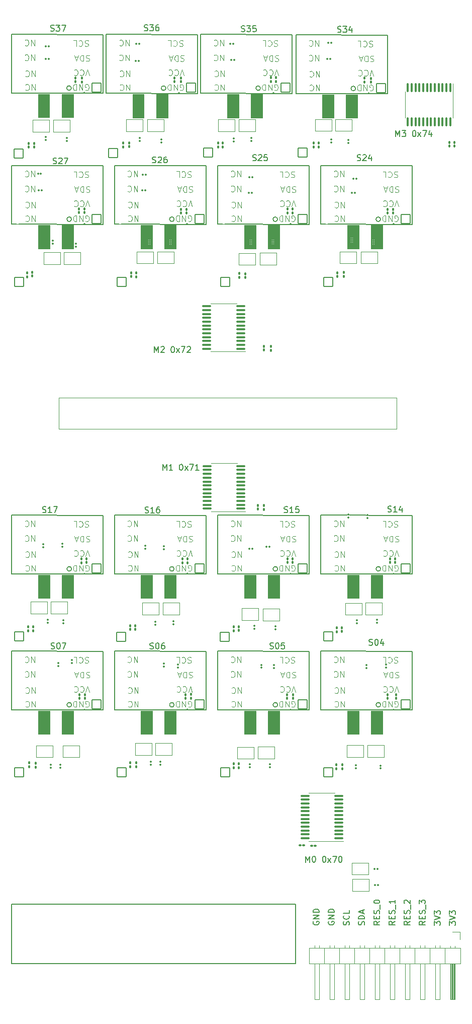
<source format=gto>
G04 #@! TF.GenerationSoftware,KiCad,Pcbnew,7.0.1*
G04 #@! TF.CreationDate,2024-07-12T16:59:09-07:00*
G04 #@! TF.ProjectId,air_foil_pcb,6169725f-666f-4696-9c5f-7063622e6b69,rev?*
G04 #@! TF.SameCoordinates,Original*
G04 #@! TF.FileFunction,Legend,Top*
G04 #@! TF.FilePolarity,Positive*
%FSLAX46Y46*%
G04 Gerber Fmt 4.6, Leading zero omitted, Abs format (unit mm)*
G04 Created by KiCad (PCBNEW 7.0.1) date 2024-07-12 16:59:09*
%MOMM*%
%LPD*%
G01*
G04 APERTURE LIST*
G04 Aperture macros list*
%AMRoundRect*
0 Rectangle with rounded corners*
0 $1 Rounding radius*
0 $2 $3 $4 $5 $6 $7 $8 $9 X,Y pos of 4 corners*
0 Add a 4 corners polygon primitive as box body*
4,1,4,$2,$3,$4,$5,$6,$7,$8,$9,$2,$3,0*
0 Add four circle primitives for the rounded corners*
1,1,$1+$1,$2,$3*
1,1,$1+$1,$4,$5*
1,1,$1+$1,$6,$7*
1,1,$1+$1,$8,$9*
0 Add four rect primitives between the rounded corners*
20,1,$1+$1,$2,$3,$4,$5,0*
20,1,$1+$1,$4,$5,$6,$7,0*
20,1,$1+$1,$6,$7,$8,$9,0*
20,1,$1+$1,$8,$9,$2,$3,0*%
%AMFreePoly0*
4,1,6,1.000000,0.000000,0.500000,-0.750000,-0.500000,-0.750000,-0.500000,0.750000,0.500000,0.750000,1.000000,0.000000,1.000000,0.000000,$1*%
%AMFreePoly1*
4,1,6,0.500000,-0.750000,-0.650000,-0.750000,-0.150000,0.000000,-0.650000,0.750000,0.500000,0.750000,0.500000,-0.750000,0.500000,-0.750000,$1*%
G04 Aperture macros list end*
%ADD10C,0.150000*%
%ADD11C,0.100000*%
%ADD12C,0.127000*%
%ADD13C,0.200000*%
%ADD14C,0.120000*%
%ADD15C,3.379000*%
%ADD16O,17.780000X2.540000*%
%ADD17C,3.175000*%
%ADD18RoundRect,0.102000X0.750000X0.750000X-0.750000X0.750000X-0.750000X-0.750000X0.750000X-0.750000X0*%
%ADD19C,1.704000*%
%ADD20RoundRect,0.102000X-0.750000X-0.750000X0.750000X-0.750000X0.750000X0.750000X-0.750000X0.750000X0*%
%ADD21RoundRect,0.075000X-0.125000X-0.075000X0.125000X-0.075000X0.125000X0.075000X-0.125000X0.075000X0*%
%ADD22RoundRect,0.075000X0.075000X-0.125000X0.075000X0.125000X-0.075000X0.125000X-0.075000X-0.125000X0*%
%ADD23RoundRect,0.075000X-0.075000X0.125000X-0.075000X-0.125000X0.075000X-0.125000X0.075000X0.125000X0*%
%ADD24RoundRect,0.075000X0.125000X0.075000X-0.125000X0.075000X-0.125000X-0.075000X0.125000X-0.075000X0*%
%ADD25FreePoly0,0.000000*%
%ADD26FreePoly1,0.000000*%
%ADD27RoundRect,0.100000X-0.100000X0.130000X-0.100000X-0.130000X0.100000X-0.130000X0.100000X0.130000X0*%
%ADD28RoundRect,0.100000X0.100000X-0.130000X0.100000X0.130000X-0.100000X0.130000X-0.100000X-0.130000X0*%
%ADD29RoundRect,0.100000X0.130000X0.100000X-0.130000X0.100000X-0.130000X-0.100000X0.130000X-0.100000X0*%
%ADD30RoundRect,0.100000X-0.130000X-0.100000X0.130000X-0.100000X0.130000X0.100000X-0.130000X0.100000X0*%
%ADD31O,1.700000X1.700000*%
%ADD32R,1.700000X1.700000*%
%ADD33RoundRect,0.100000X0.637500X0.100000X-0.637500X0.100000X-0.637500X-0.100000X0.637500X-0.100000X0*%
%ADD34RoundRect,0.100000X-0.100000X0.637500X-0.100000X-0.637500X0.100000X-0.637500X0.100000X0.637500X0*%
G04 APERTURE END LIST*
D10*
X90806796Y-182807076D02*
X90330605Y-183140409D01*
X90806796Y-183378504D02*
X89806796Y-183378504D01*
X89806796Y-183378504D02*
X89806796Y-182997552D01*
X89806796Y-182997552D02*
X89854415Y-182902314D01*
X89854415Y-182902314D02*
X89902034Y-182854695D01*
X89902034Y-182854695D02*
X89997272Y-182807076D01*
X89997272Y-182807076D02*
X90140129Y-182807076D01*
X90140129Y-182807076D02*
X90235367Y-182854695D01*
X90235367Y-182854695D02*
X90282986Y-182902314D01*
X90282986Y-182902314D02*
X90330605Y-182997552D01*
X90330605Y-182997552D02*
X90330605Y-183378504D01*
X90282986Y-182378504D02*
X90282986Y-182045171D01*
X90806796Y-181902314D02*
X90806796Y-182378504D01*
X90806796Y-182378504D02*
X89806796Y-182378504D01*
X89806796Y-182378504D02*
X89806796Y-181902314D01*
X90759177Y-181521361D02*
X90806796Y-181378504D01*
X90806796Y-181378504D02*
X90806796Y-181140409D01*
X90806796Y-181140409D02*
X90759177Y-181045171D01*
X90759177Y-181045171D02*
X90711557Y-180997552D01*
X90711557Y-180997552D02*
X90616319Y-180949933D01*
X90616319Y-180949933D02*
X90521081Y-180949933D01*
X90521081Y-180949933D02*
X90425843Y-180997552D01*
X90425843Y-180997552D02*
X90378224Y-181045171D01*
X90378224Y-181045171D02*
X90330605Y-181140409D01*
X90330605Y-181140409D02*
X90282986Y-181330885D01*
X90282986Y-181330885D02*
X90235367Y-181426123D01*
X90235367Y-181426123D02*
X90187748Y-181473742D01*
X90187748Y-181473742D02*
X90092510Y-181521361D01*
X90092510Y-181521361D02*
X89997272Y-181521361D01*
X89997272Y-181521361D02*
X89902034Y-181473742D01*
X89902034Y-181473742D02*
X89854415Y-181426123D01*
X89854415Y-181426123D02*
X89806796Y-181330885D01*
X89806796Y-181330885D02*
X89806796Y-181092790D01*
X89806796Y-181092790D02*
X89854415Y-180949933D01*
X90902034Y-180759457D02*
X90902034Y-179997552D01*
X89806796Y-179854694D02*
X89806796Y-179235647D01*
X89806796Y-179235647D02*
X90187748Y-179568980D01*
X90187748Y-179568980D02*
X90187748Y-179426123D01*
X90187748Y-179426123D02*
X90235367Y-179330885D01*
X90235367Y-179330885D02*
X90282986Y-179283266D01*
X90282986Y-179283266D02*
X90378224Y-179235647D01*
X90378224Y-179235647D02*
X90616319Y-179235647D01*
X90616319Y-179235647D02*
X90711557Y-179283266D01*
X90711557Y-179283266D02*
X90759177Y-179330885D01*
X90759177Y-179330885D02*
X90806796Y-179426123D01*
X90806796Y-179426123D02*
X90806796Y-179711837D01*
X90806796Y-179711837D02*
X90759177Y-179807075D01*
X90759177Y-179807075D02*
X90711557Y-179854694D01*
X88252685Y-182807076D02*
X87776494Y-183140409D01*
X88252685Y-183378504D02*
X87252685Y-183378504D01*
X87252685Y-183378504D02*
X87252685Y-182997552D01*
X87252685Y-182997552D02*
X87300304Y-182902314D01*
X87300304Y-182902314D02*
X87347923Y-182854695D01*
X87347923Y-182854695D02*
X87443161Y-182807076D01*
X87443161Y-182807076D02*
X87586018Y-182807076D01*
X87586018Y-182807076D02*
X87681256Y-182854695D01*
X87681256Y-182854695D02*
X87728875Y-182902314D01*
X87728875Y-182902314D02*
X87776494Y-182997552D01*
X87776494Y-182997552D02*
X87776494Y-183378504D01*
X87728875Y-182378504D02*
X87728875Y-182045171D01*
X88252685Y-181902314D02*
X88252685Y-182378504D01*
X88252685Y-182378504D02*
X87252685Y-182378504D01*
X87252685Y-182378504D02*
X87252685Y-181902314D01*
X88205066Y-181521361D02*
X88252685Y-181378504D01*
X88252685Y-181378504D02*
X88252685Y-181140409D01*
X88252685Y-181140409D02*
X88205066Y-181045171D01*
X88205066Y-181045171D02*
X88157446Y-180997552D01*
X88157446Y-180997552D02*
X88062208Y-180949933D01*
X88062208Y-180949933D02*
X87966970Y-180949933D01*
X87966970Y-180949933D02*
X87871732Y-180997552D01*
X87871732Y-180997552D02*
X87824113Y-181045171D01*
X87824113Y-181045171D02*
X87776494Y-181140409D01*
X87776494Y-181140409D02*
X87728875Y-181330885D01*
X87728875Y-181330885D02*
X87681256Y-181426123D01*
X87681256Y-181426123D02*
X87633637Y-181473742D01*
X87633637Y-181473742D02*
X87538399Y-181521361D01*
X87538399Y-181521361D02*
X87443161Y-181521361D01*
X87443161Y-181521361D02*
X87347923Y-181473742D01*
X87347923Y-181473742D02*
X87300304Y-181426123D01*
X87300304Y-181426123D02*
X87252685Y-181330885D01*
X87252685Y-181330885D02*
X87252685Y-181092790D01*
X87252685Y-181092790D02*
X87300304Y-180949933D01*
X88347923Y-180759457D02*
X88347923Y-179997552D01*
X87347923Y-179807075D02*
X87300304Y-179759456D01*
X87300304Y-179759456D02*
X87252685Y-179664218D01*
X87252685Y-179664218D02*
X87252685Y-179426123D01*
X87252685Y-179426123D02*
X87300304Y-179330885D01*
X87300304Y-179330885D02*
X87347923Y-179283266D01*
X87347923Y-179283266D02*
X87443161Y-179235647D01*
X87443161Y-179235647D02*
X87538399Y-179235647D01*
X87538399Y-179235647D02*
X87681256Y-179283266D01*
X87681256Y-179283266D02*
X88252685Y-179854694D01*
X88252685Y-179854694D02*
X88252685Y-179235647D01*
X85698574Y-182807076D02*
X85222383Y-183140409D01*
X85698574Y-183378504D02*
X84698574Y-183378504D01*
X84698574Y-183378504D02*
X84698574Y-182997552D01*
X84698574Y-182997552D02*
X84746193Y-182902314D01*
X84746193Y-182902314D02*
X84793812Y-182854695D01*
X84793812Y-182854695D02*
X84889050Y-182807076D01*
X84889050Y-182807076D02*
X85031907Y-182807076D01*
X85031907Y-182807076D02*
X85127145Y-182854695D01*
X85127145Y-182854695D02*
X85174764Y-182902314D01*
X85174764Y-182902314D02*
X85222383Y-182997552D01*
X85222383Y-182997552D02*
X85222383Y-183378504D01*
X85174764Y-182378504D02*
X85174764Y-182045171D01*
X85698574Y-181902314D02*
X85698574Y-182378504D01*
X85698574Y-182378504D02*
X84698574Y-182378504D01*
X84698574Y-182378504D02*
X84698574Y-181902314D01*
X85650955Y-181521361D02*
X85698574Y-181378504D01*
X85698574Y-181378504D02*
X85698574Y-181140409D01*
X85698574Y-181140409D02*
X85650955Y-181045171D01*
X85650955Y-181045171D02*
X85603335Y-180997552D01*
X85603335Y-180997552D02*
X85508097Y-180949933D01*
X85508097Y-180949933D02*
X85412859Y-180949933D01*
X85412859Y-180949933D02*
X85317621Y-180997552D01*
X85317621Y-180997552D02*
X85270002Y-181045171D01*
X85270002Y-181045171D02*
X85222383Y-181140409D01*
X85222383Y-181140409D02*
X85174764Y-181330885D01*
X85174764Y-181330885D02*
X85127145Y-181426123D01*
X85127145Y-181426123D02*
X85079526Y-181473742D01*
X85079526Y-181473742D02*
X84984288Y-181521361D01*
X84984288Y-181521361D02*
X84889050Y-181521361D01*
X84889050Y-181521361D02*
X84793812Y-181473742D01*
X84793812Y-181473742D02*
X84746193Y-181426123D01*
X84746193Y-181426123D02*
X84698574Y-181330885D01*
X84698574Y-181330885D02*
X84698574Y-181092790D01*
X84698574Y-181092790D02*
X84746193Y-180949933D01*
X85793812Y-180759457D02*
X85793812Y-179997552D01*
X85698574Y-179235647D02*
X85698574Y-179807075D01*
X85698574Y-179521361D02*
X84698574Y-179521361D01*
X84698574Y-179521361D02*
X84841431Y-179616599D01*
X84841431Y-179616599D02*
X84936669Y-179711837D01*
X84936669Y-179711837D02*
X84984288Y-179807075D01*
X83144463Y-182807076D02*
X82668272Y-183140409D01*
X83144463Y-183378504D02*
X82144463Y-183378504D01*
X82144463Y-183378504D02*
X82144463Y-182997552D01*
X82144463Y-182997552D02*
X82192082Y-182902314D01*
X82192082Y-182902314D02*
X82239701Y-182854695D01*
X82239701Y-182854695D02*
X82334939Y-182807076D01*
X82334939Y-182807076D02*
X82477796Y-182807076D01*
X82477796Y-182807076D02*
X82573034Y-182854695D01*
X82573034Y-182854695D02*
X82620653Y-182902314D01*
X82620653Y-182902314D02*
X82668272Y-182997552D01*
X82668272Y-182997552D02*
X82668272Y-183378504D01*
X82620653Y-182378504D02*
X82620653Y-182045171D01*
X83144463Y-181902314D02*
X83144463Y-182378504D01*
X83144463Y-182378504D02*
X82144463Y-182378504D01*
X82144463Y-182378504D02*
X82144463Y-181902314D01*
X83096844Y-181521361D02*
X83144463Y-181378504D01*
X83144463Y-181378504D02*
X83144463Y-181140409D01*
X83144463Y-181140409D02*
X83096844Y-181045171D01*
X83096844Y-181045171D02*
X83049224Y-180997552D01*
X83049224Y-180997552D02*
X82953986Y-180949933D01*
X82953986Y-180949933D02*
X82858748Y-180949933D01*
X82858748Y-180949933D02*
X82763510Y-180997552D01*
X82763510Y-180997552D02*
X82715891Y-181045171D01*
X82715891Y-181045171D02*
X82668272Y-181140409D01*
X82668272Y-181140409D02*
X82620653Y-181330885D01*
X82620653Y-181330885D02*
X82573034Y-181426123D01*
X82573034Y-181426123D02*
X82525415Y-181473742D01*
X82525415Y-181473742D02*
X82430177Y-181521361D01*
X82430177Y-181521361D02*
X82334939Y-181521361D01*
X82334939Y-181521361D02*
X82239701Y-181473742D01*
X82239701Y-181473742D02*
X82192082Y-181426123D01*
X82192082Y-181426123D02*
X82144463Y-181330885D01*
X82144463Y-181330885D02*
X82144463Y-181092790D01*
X82144463Y-181092790D02*
X82192082Y-180949933D01*
X83239701Y-180759457D02*
X83239701Y-179997552D01*
X82144463Y-179568980D02*
X82144463Y-179473742D01*
X82144463Y-179473742D02*
X82192082Y-179378504D01*
X82192082Y-179378504D02*
X82239701Y-179330885D01*
X82239701Y-179330885D02*
X82334939Y-179283266D01*
X82334939Y-179283266D02*
X82525415Y-179235647D01*
X82525415Y-179235647D02*
X82763510Y-179235647D01*
X82763510Y-179235647D02*
X82953986Y-179283266D01*
X82953986Y-179283266D02*
X83049224Y-179330885D01*
X83049224Y-179330885D02*
X83096844Y-179378504D01*
X83096844Y-179378504D02*
X83144463Y-179473742D01*
X83144463Y-179473742D02*
X83144463Y-179568980D01*
X83144463Y-179568980D02*
X83096844Y-179664218D01*
X83096844Y-179664218D02*
X83049224Y-179711837D01*
X83049224Y-179711837D02*
X82953986Y-179759456D01*
X82953986Y-179759456D02*
X82763510Y-179807075D01*
X82763510Y-179807075D02*
X82525415Y-179807075D01*
X82525415Y-179807075D02*
X82334939Y-179759456D01*
X82334939Y-179759456D02*
X82239701Y-179711837D01*
X82239701Y-179711837D02*
X82192082Y-179664218D01*
X82192082Y-179664218D02*
X82144463Y-179568980D01*
X80542733Y-183426123D02*
X80590352Y-183283266D01*
X80590352Y-183283266D02*
X80590352Y-183045171D01*
X80590352Y-183045171D02*
X80542733Y-182949933D01*
X80542733Y-182949933D02*
X80495113Y-182902314D01*
X80495113Y-182902314D02*
X80399875Y-182854695D01*
X80399875Y-182854695D02*
X80304637Y-182854695D01*
X80304637Y-182854695D02*
X80209399Y-182902314D01*
X80209399Y-182902314D02*
X80161780Y-182949933D01*
X80161780Y-182949933D02*
X80114161Y-183045171D01*
X80114161Y-183045171D02*
X80066542Y-183235647D01*
X80066542Y-183235647D02*
X80018923Y-183330885D01*
X80018923Y-183330885D02*
X79971304Y-183378504D01*
X79971304Y-183378504D02*
X79876066Y-183426123D01*
X79876066Y-183426123D02*
X79780828Y-183426123D01*
X79780828Y-183426123D02*
X79685590Y-183378504D01*
X79685590Y-183378504D02*
X79637971Y-183330885D01*
X79637971Y-183330885D02*
X79590352Y-183235647D01*
X79590352Y-183235647D02*
X79590352Y-182997552D01*
X79590352Y-182997552D02*
X79637971Y-182854695D01*
X80590352Y-182426123D02*
X79590352Y-182426123D01*
X79590352Y-182426123D02*
X79590352Y-182188028D01*
X79590352Y-182188028D02*
X79637971Y-182045171D01*
X79637971Y-182045171D02*
X79733209Y-181949933D01*
X79733209Y-181949933D02*
X79828447Y-181902314D01*
X79828447Y-181902314D02*
X80018923Y-181854695D01*
X80018923Y-181854695D02*
X80161780Y-181854695D01*
X80161780Y-181854695D02*
X80352256Y-181902314D01*
X80352256Y-181902314D02*
X80447494Y-181949933D01*
X80447494Y-181949933D02*
X80542733Y-182045171D01*
X80542733Y-182045171D02*
X80590352Y-182188028D01*
X80590352Y-182188028D02*
X80590352Y-182426123D01*
X80304637Y-181473742D02*
X80304637Y-180997552D01*
X80590352Y-181568980D02*
X79590352Y-181235647D01*
X79590352Y-181235647D02*
X80590352Y-180902314D01*
X77988622Y-183426123D02*
X78036241Y-183283266D01*
X78036241Y-183283266D02*
X78036241Y-183045171D01*
X78036241Y-183045171D02*
X77988622Y-182949933D01*
X77988622Y-182949933D02*
X77941002Y-182902314D01*
X77941002Y-182902314D02*
X77845764Y-182854695D01*
X77845764Y-182854695D02*
X77750526Y-182854695D01*
X77750526Y-182854695D02*
X77655288Y-182902314D01*
X77655288Y-182902314D02*
X77607669Y-182949933D01*
X77607669Y-182949933D02*
X77560050Y-183045171D01*
X77560050Y-183045171D02*
X77512431Y-183235647D01*
X77512431Y-183235647D02*
X77464812Y-183330885D01*
X77464812Y-183330885D02*
X77417193Y-183378504D01*
X77417193Y-183378504D02*
X77321955Y-183426123D01*
X77321955Y-183426123D02*
X77226717Y-183426123D01*
X77226717Y-183426123D02*
X77131479Y-183378504D01*
X77131479Y-183378504D02*
X77083860Y-183330885D01*
X77083860Y-183330885D02*
X77036241Y-183235647D01*
X77036241Y-183235647D02*
X77036241Y-182997552D01*
X77036241Y-182997552D02*
X77083860Y-182854695D01*
X77941002Y-181854695D02*
X77988622Y-181902314D01*
X77988622Y-181902314D02*
X78036241Y-182045171D01*
X78036241Y-182045171D02*
X78036241Y-182140409D01*
X78036241Y-182140409D02*
X77988622Y-182283266D01*
X77988622Y-182283266D02*
X77893383Y-182378504D01*
X77893383Y-182378504D02*
X77798145Y-182426123D01*
X77798145Y-182426123D02*
X77607669Y-182473742D01*
X77607669Y-182473742D02*
X77464812Y-182473742D01*
X77464812Y-182473742D02*
X77274336Y-182426123D01*
X77274336Y-182426123D02*
X77179098Y-182378504D01*
X77179098Y-182378504D02*
X77083860Y-182283266D01*
X77083860Y-182283266D02*
X77036241Y-182140409D01*
X77036241Y-182140409D02*
X77036241Y-182045171D01*
X77036241Y-182045171D02*
X77083860Y-181902314D01*
X77083860Y-181902314D02*
X77131479Y-181854695D01*
X78036241Y-180949933D02*
X78036241Y-181426123D01*
X78036241Y-181426123D02*
X77036241Y-181426123D01*
X92360907Y-183473742D02*
X92360907Y-182854695D01*
X92360907Y-182854695D02*
X92741859Y-183188028D01*
X92741859Y-183188028D02*
X92741859Y-183045171D01*
X92741859Y-183045171D02*
X92789478Y-182949933D01*
X92789478Y-182949933D02*
X92837097Y-182902314D01*
X92837097Y-182902314D02*
X92932335Y-182854695D01*
X92932335Y-182854695D02*
X93170430Y-182854695D01*
X93170430Y-182854695D02*
X93265668Y-182902314D01*
X93265668Y-182902314D02*
X93313288Y-182949933D01*
X93313288Y-182949933D02*
X93360907Y-183045171D01*
X93360907Y-183045171D02*
X93360907Y-183330885D01*
X93360907Y-183330885D02*
X93313288Y-183426123D01*
X93313288Y-183426123D02*
X93265668Y-183473742D01*
X92360907Y-182568980D02*
X93360907Y-182235647D01*
X93360907Y-182235647D02*
X92360907Y-181902314D01*
X92360907Y-181664218D02*
X92360907Y-181045171D01*
X92360907Y-181045171D02*
X92741859Y-181378504D01*
X92741859Y-181378504D02*
X92741859Y-181235647D01*
X92741859Y-181235647D02*
X92789478Y-181140409D01*
X92789478Y-181140409D02*
X92837097Y-181092790D01*
X92837097Y-181092790D02*
X92932335Y-181045171D01*
X92932335Y-181045171D02*
X93170430Y-181045171D01*
X93170430Y-181045171D02*
X93265668Y-181092790D01*
X93265668Y-181092790D02*
X93313288Y-181140409D01*
X93313288Y-181140409D02*
X93360907Y-181235647D01*
X93360907Y-181235647D02*
X93360907Y-181521361D01*
X93360907Y-181521361D02*
X93313288Y-181616599D01*
X93313288Y-181616599D02*
X93265668Y-181664218D01*
X94915019Y-183473742D02*
X94915019Y-182854695D01*
X94915019Y-182854695D02*
X95295971Y-183188028D01*
X95295971Y-183188028D02*
X95295971Y-183045171D01*
X95295971Y-183045171D02*
X95343590Y-182949933D01*
X95343590Y-182949933D02*
X95391209Y-182902314D01*
X95391209Y-182902314D02*
X95486447Y-182854695D01*
X95486447Y-182854695D02*
X95724542Y-182854695D01*
X95724542Y-182854695D02*
X95819780Y-182902314D01*
X95819780Y-182902314D02*
X95867400Y-182949933D01*
X95867400Y-182949933D02*
X95915019Y-183045171D01*
X95915019Y-183045171D02*
X95915019Y-183330885D01*
X95915019Y-183330885D02*
X95867400Y-183426123D01*
X95867400Y-183426123D02*
X95819780Y-183473742D01*
X94915019Y-182568980D02*
X95915019Y-182235647D01*
X95915019Y-182235647D02*
X94915019Y-181902314D01*
X94915019Y-181664218D02*
X94915019Y-181045171D01*
X94915019Y-181045171D02*
X95295971Y-181378504D01*
X95295971Y-181378504D02*
X95295971Y-181235647D01*
X95295971Y-181235647D02*
X95343590Y-181140409D01*
X95343590Y-181140409D02*
X95391209Y-181092790D01*
X95391209Y-181092790D02*
X95486447Y-181045171D01*
X95486447Y-181045171D02*
X95724542Y-181045171D01*
X95724542Y-181045171D02*
X95819780Y-181092790D01*
X95819780Y-181092790D02*
X95867400Y-181140409D01*
X95867400Y-181140409D02*
X95915019Y-181235647D01*
X95915019Y-181235647D02*
X95915019Y-181521361D01*
X95915019Y-181521361D02*
X95867400Y-181616599D01*
X95867400Y-181616599D02*
X95819780Y-181664218D01*
X74529749Y-182854695D02*
X74482130Y-182949933D01*
X74482130Y-182949933D02*
X74482130Y-183092790D01*
X74482130Y-183092790D02*
X74529749Y-183235647D01*
X74529749Y-183235647D02*
X74624987Y-183330885D01*
X74624987Y-183330885D02*
X74720225Y-183378504D01*
X74720225Y-183378504D02*
X74910701Y-183426123D01*
X74910701Y-183426123D02*
X75053558Y-183426123D01*
X75053558Y-183426123D02*
X75244034Y-183378504D01*
X75244034Y-183378504D02*
X75339272Y-183330885D01*
X75339272Y-183330885D02*
X75434511Y-183235647D01*
X75434511Y-183235647D02*
X75482130Y-183092790D01*
X75482130Y-183092790D02*
X75482130Y-182997552D01*
X75482130Y-182997552D02*
X75434511Y-182854695D01*
X75434511Y-182854695D02*
X75386891Y-182807076D01*
X75386891Y-182807076D02*
X75053558Y-182807076D01*
X75053558Y-182807076D02*
X75053558Y-182997552D01*
X75482130Y-182378504D02*
X74482130Y-182378504D01*
X74482130Y-182378504D02*
X75482130Y-181807076D01*
X75482130Y-181807076D02*
X74482130Y-181807076D01*
X75482130Y-181330885D02*
X74482130Y-181330885D01*
X74482130Y-181330885D02*
X74482130Y-181092790D01*
X74482130Y-181092790D02*
X74529749Y-180949933D01*
X74529749Y-180949933D02*
X74624987Y-180854695D01*
X74624987Y-180854695D02*
X74720225Y-180807076D01*
X74720225Y-180807076D02*
X74910701Y-180759457D01*
X74910701Y-180759457D02*
X75053558Y-180759457D01*
X75053558Y-180759457D02*
X75244034Y-180807076D01*
X75244034Y-180807076D02*
X75339272Y-180854695D01*
X75339272Y-180854695D02*
X75434511Y-180949933D01*
X75434511Y-180949933D02*
X75482130Y-181092790D01*
X75482130Y-181092790D02*
X75482130Y-181330885D01*
X71975638Y-182854695D02*
X71928019Y-182949933D01*
X71928019Y-182949933D02*
X71928019Y-183092790D01*
X71928019Y-183092790D02*
X71975638Y-183235647D01*
X71975638Y-183235647D02*
X72070876Y-183330885D01*
X72070876Y-183330885D02*
X72166114Y-183378504D01*
X72166114Y-183378504D02*
X72356590Y-183426123D01*
X72356590Y-183426123D02*
X72499447Y-183426123D01*
X72499447Y-183426123D02*
X72689923Y-183378504D01*
X72689923Y-183378504D02*
X72785161Y-183330885D01*
X72785161Y-183330885D02*
X72880400Y-183235647D01*
X72880400Y-183235647D02*
X72928019Y-183092790D01*
X72928019Y-183092790D02*
X72928019Y-182997552D01*
X72928019Y-182997552D02*
X72880400Y-182854695D01*
X72880400Y-182854695D02*
X72832780Y-182807076D01*
X72832780Y-182807076D02*
X72499447Y-182807076D01*
X72499447Y-182807076D02*
X72499447Y-182997552D01*
X72928019Y-182378504D02*
X71928019Y-182378504D01*
X71928019Y-182378504D02*
X72928019Y-181807076D01*
X72928019Y-181807076D02*
X71928019Y-181807076D01*
X72928019Y-181330885D02*
X71928019Y-181330885D01*
X71928019Y-181330885D02*
X71928019Y-181092790D01*
X71928019Y-181092790D02*
X71975638Y-180949933D01*
X71975638Y-180949933D02*
X72070876Y-180854695D01*
X72070876Y-180854695D02*
X72166114Y-180807076D01*
X72166114Y-180807076D02*
X72356590Y-180759457D01*
X72356590Y-180759457D02*
X72499447Y-180759457D01*
X72499447Y-180759457D02*
X72689923Y-180807076D01*
X72689923Y-180807076D02*
X72785161Y-180854695D01*
X72785161Y-180854695D02*
X72880400Y-180949933D01*
X72880400Y-180949933D02*
X72928019Y-181092790D01*
X72928019Y-181092790D02*
X72928019Y-181330885D01*
X27800276Y-136939200D02*
X27943133Y-136986819D01*
X27943133Y-136986819D02*
X28181228Y-136986819D01*
X28181228Y-136986819D02*
X28276466Y-136939200D01*
X28276466Y-136939200D02*
X28324085Y-136891580D01*
X28324085Y-136891580D02*
X28371704Y-136796342D01*
X28371704Y-136796342D02*
X28371704Y-136701104D01*
X28371704Y-136701104D02*
X28324085Y-136605866D01*
X28324085Y-136605866D02*
X28276466Y-136558247D01*
X28276466Y-136558247D02*
X28181228Y-136510628D01*
X28181228Y-136510628D02*
X27990752Y-136463009D01*
X27990752Y-136463009D02*
X27895514Y-136415390D01*
X27895514Y-136415390D02*
X27847895Y-136367771D01*
X27847895Y-136367771D02*
X27800276Y-136272533D01*
X27800276Y-136272533D02*
X27800276Y-136177295D01*
X27800276Y-136177295D02*
X27847895Y-136082057D01*
X27847895Y-136082057D02*
X27895514Y-136034438D01*
X27895514Y-136034438D02*
X27990752Y-135986819D01*
X27990752Y-135986819D02*
X28228847Y-135986819D01*
X28228847Y-135986819D02*
X28371704Y-136034438D01*
X28990752Y-135986819D02*
X29085990Y-135986819D01*
X29085990Y-135986819D02*
X29181228Y-136034438D01*
X29181228Y-136034438D02*
X29228847Y-136082057D01*
X29228847Y-136082057D02*
X29276466Y-136177295D01*
X29276466Y-136177295D02*
X29324085Y-136367771D01*
X29324085Y-136367771D02*
X29324085Y-136605866D01*
X29324085Y-136605866D02*
X29276466Y-136796342D01*
X29276466Y-136796342D02*
X29228847Y-136891580D01*
X29228847Y-136891580D02*
X29181228Y-136939200D01*
X29181228Y-136939200D02*
X29085990Y-136986819D01*
X29085990Y-136986819D02*
X28990752Y-136986819D01*
X28990752Y-136986819D02*
X28895514Y-136939200D01*
X28895514Y-136939200D02*
X28847895Y-136891580D01*
X28847895Y-136891580D02*
X28800276Y-136796342D01*
X28800276Y-136796342D02*
X28752657Y-136605866D01*
X28752657Y-136605866D02*
X28752657Y-136367771D01*
X28752657Y-136367771D02*
X28800276Y-136177295D01*
X28800276Y-136177295D02*
X28847895Y-136082057D01*
X28847895Y-136082057D02*
X28895514Y-136034438D01*
X28895514Y-136034438D02*
X28990752Y-135986819D01*
X29657419Y-135986819D02*
X30324085Y-135986819D01*
X30324085Y-135986819D02*
X29895514Y-136986819D01*
X44462676Y-136964600D02*
X44605533Y-137012219D01*
X44605533Y-137012219D02*
X44843628Y-137012219D01*
X44843628Y-137012219D02*
X44938866Y-136964600D01*
X44938866Y-136964600D02*
X44986485Y-136916980D01*
X44986485Y-136916980D02*
X45034104Y-136821742D01*
X45034104Y-136821742D02*
X45034104Y-136726504D01*
X45034104Y-136726504D02*
X44986485Y-136631266D01*
X44986485Y-136631266D02*
X44938866Y-136583647D01*
X44938866Y-136583647D02*
X44843628Y-136536028D01*
X44843628Y-136536028D02*
X44653152Y-136488409D01*
X44653152Y-136488409D02*
X44557914Y-136440790D01*
X44557914Y-136440790D02*
X44510295Y-136393171D01*
X44510295Y-136393171D02*
X44462676Y-136297933D01*
X44462676Y-136297933D02*
X44462676Y-136202695D01*
X44462676Y-136202695D02*
X44510295Y-136107457D01*
X44510295Y-136107457D02*
X44557914Y-136059838D01*
X44557914Y-136059838D02*
X44653152Y-136012219D01*
X44653152Y-136012219D02*
X44891247Y-136012219D01*
X44891247Y-136012219D02*
X45034104Y-136059838D01*
X45653152Y-136012219D02*
X45748390Y-136012219D01*
X45748390Y-136012219D02*
X45843628Y-136059838D01*
X45843628Y-136059838D02*
X45891247Y-136107457D01*
X45891247Y-136107457D02*
X45938866Y-136202695D01*
X45938866Y-136202695D02*
X45986485Y-136393171D01*
X45986485Y-136393171D02*
X45986485Y-136631266D01*
X45986485Y-136631266D02*
X45938866Y-136821742D01*
X45938866Y-136821742D02*
X45891247Y-136916980D01*
X45891247Y-136916980D02*
X45843628Y-136964600D01*
X45843628Y-136964600D02*
X45748390Y-137012219D01*
X45748390Y-137012219D02*
X45653152Y-137012219D01*
X45653152Y-137012219D02*
X45557914Y-136964600D01*
X45557914Y-136964600D02*
X45510295Y-136916980D01*
X45510295Y-136916980D02*
X45462676Y-136821742D01*
X45462676Y-136821742D02*
X45415057Y-136631266D01*
X45415057Y-136631266D02*
X45415057Y-136393171D01*
X45415057Y-136393171D02*
X45462676Y-136202695D01*
X45462676Y-136202695D02*
X45510295Y-136107457D01*
X45510295Y-136107457D02*
X45557914Y-136059838D01*
X45557914Y-136059838D02*
X45653152Y-136012219D01*
X46843628Y-136012219D02*
X46653152Y-136012219D01*
X46653152Y-136012219D02*
X46557914Y-136059838D01*
X46557914Y-136059838D02*
X46510295Y-136107457D01*
X46510295Y-136107457D02*
X46415057Y-136250314D01*
X46415057Y-136250314D02*
X46367438Y-136440790D01*
X46367438Y-136440790D02*
X46367438Y-136821742D01*
X46367438Y-136821742D02*
X46415057Y-136916980D01*
X46415057Y-136916980D02*
X46462676Y-136964600D01*
X46462676Y-136964600D02*
X46557914Y-137012219D01*
X46557914Y-137012219D02*
X46748390Y-137012219D01*
X46748390Y-137012219D02*
X46843628Y-136964600D01*
X46843628Y-136964600D02*
X46891247Y-136916980D01*
X46891247Y-136916980D02*
X46938866Y-136821742D01*
X46938866Y-136821742D02*
X46938866Y-136583647D01*
X46938866Y-136583647D02*
X46891247Y-136488409D01*
X46891247Y-136488409D02*
X46843628Y-136440790D01*
X46843628Y-136440790D02*
X46748390Y-136393171D01*
X46748390Y-136393171D02*
X46557914Y-136393171D01*
X46557914Y-136393171D02*
X46462676Y-136440790D01*
X46462676Y-136440790D02*
X46415057Y-136488409D01*
X46415057Y-136488409D02*
X46367438Y-136583647D01*
X64655676Y-136939200D02*
X64798533Y-136986819D01*
X64798533Y-136986819D02*
X65036628Y-136986819D01*
X65036628Y-136986819D02*
X65131866Y-136939200D01*
X65131866Y-136939200D02*
X65179485Y-136891580D01*
X65179485Y-136891580D02*
X65227104Y-136796342D01*
X65227104Y-136796342D02*
X65227104Y-136701104D01*
X65227104Y-136701104D02*
X65179485Y-136605866D01*
X65179485Y-136605866D02*
X65131866Y-136558247D01*
X65131866Y-136558247D02*
X65036628Y-136510628D01*
X65036628Y-136510628D02*
X64846152Y-136463009D01*
X64846152Y-136463009D02*
X64750914Y-136415390D01*
X64750914Y-136415390D02*
X64703295Y-136367771D01*
X64703295Y-136367771D02*
X64655676Y-136272533D01*
X64655676Y-136272533D02*
X64655676Y-136177295D01*
X64655676Y-136177295D02*
X64703295Y-136082057D01*
X64703295Y-136082057D02*
X64750914Y-136034438D01*
X64750914Y-136034438D02*
X64846152Y-135986819D01*
X64846152Y-135986819D02*
X65084247Y-135986819D01*
X65084247Y-135986819D02*
X65227104Y-136034438D01*
X65846152Y-135986819D02*
X65941390Y-135986819D01*
X65941390Y-135986819D02*
X66036628Y-136034438D01*
X66036628Y-136034438D02*
X66084247Y-136082057D01*
X66084247Y-136082057D02*
X66131866Y-136177295D01*
X66131866Y-136177295D02*
X66179485Y-136367771D01*
X66179485Y-136367771D02*
X66179485Y-136605866D01*
X66179485Y-136605866D02*
X66131866Y-136796342D01*
X66131866Y-136796342D02*
X66084247Y-136891580D01*
X66084247Y-136891580D02*
X66036628Y-136939200D01*
X66036628Y-136939200D02*
X65941390Y-136986819D01*
X65941390Y-136986819D02*
X65846152Y-136986819D01*
X65846152Y-136986819D02*
X65750914Y-136939200D01*
X65750914Y-136939200D02*
X65703295Y-136891580D01*
X65703295Y-136891580D02*
X65655676Y-136796342D01*
X65655676Y-136796342D02*
X65608057Y-136605866D01*
X65608057Y-136605866D02*
X65608057Y-136367771D01*
X65608057Y-136367771D02*
X65655676Y-136177295D01*
X65655676Y-136177295D02*
X65703295Y-136082057D01*
X65703295Y-136082057D02*
X65750914Y-136034438D01*
X65750914Y-136034438D02*
X65846152Y-135986819D01*
X67084247Y-135986819D02*
X66608057Y-135986819D01*
X66608057Y-135986819D02*
X66560438Y-136463009D01*
X66560438Y-136463009D02*
X66608057Y-136415390D01*
X66608057Y-136415390D02*
X66703295Y-136367771D01*
X66703295Y-136367771D02*
X66941390Y-136367771D01*
X66941390Y-136367771D02*
X67036628Y-136415390D01*
X67036628Y-136415390D02*
X67084247Y-136463009D01*
X67084247Y-136463009D02*
X67131866Y-136558247D01*
X67131866Y-136558247D02*
X67131866Y-136796342D01*
X67131866Y-136796342D02*
X67084247Y-136891580D01*
X67084247Y-136891580D02*
X67036628Y-136939200D01*
X67036628Y-136939200D02*
X66941390Y-136986819D01*
X66941390Y-136986819D02*
X66703295Y-136986819D01*
X66703295Y-136986819D02*
X66608057Y-136939200D01*
X66608057Y-136939200D02*
X66560438Y-136891580D01*
X81368876Y-136329600D02*
X81511733Y-136377219D01*
X81511733Y-136377219D02*
X81749828Y-136377219D01*
X81749828Y-136377219D02*
X81845066Y-136329600D01*
X81845066Y-136329600D02*
X81892685Y-136281980D01*
X81892685Y-136281980D02*
X81940304Y-136186742D01*
X81940304Y-136186742D02*
X81940304Y-136091504D01*
X81940304Y-136091504D02*
X81892685Y-135996266D01*
X81892685Y-135996266D02*
X81845066Y-135948647D01*
X81845066Y-135948647D02*
X81749828Y-135901028D01*
X81749828Y-135901028D02*
X81559352Y-135853409D01*
X81559352Y-135853409D02*
X81464114Y-135805790D01*
X81464114Y-135805790D02*
X81416495Y-135758171D01*
X81416495Y-135758171D02*
X81368876Y-135662933D01*
X81368876Y-135662933D02*
X81368876Y-135567695D01*
X81368876Y-135567695D02*
X81416495Y-135472457D01*
X81416495Y-135472457D02*
X81464114Y-135424838D01*
X81464114Y-135424838D02*
X81559352Y-135377219D01*
X81559352Y-135377219D02*
X81797447Y-135377219D01*
X81797447Y-135377219D02*
X81940304Y-135424838D01*
X82559352Y-135377219D02*
X82654590Y-135377219D01*
X82654590Y-135377219D02*
X82749828Y-135424838D01*
X82749828Y-135424838D02*
X82797447Y-135472457D01*
X82797447Y-135472457D02*
X82845066Y-135567695D01*
X82845066Y-135567695D02*
X82892685Y-135758171D01*
X82892685Y-135758171D02*
X82892685Y-135996266D01*
X82892685Y-135996266D02*
X82845066Y-136186742D01*
X82845066Y-136186742D02*
X82797447Y-136281980D01*
X82797447Y-136281980D02*
X82749828Y-136329600D01*
X82749828Y-136329600D02*
X82654590Y-136377219D01*
X82654590Y-136377219D02*
X82559352Y-136377219D01*
X82559352Y-136377219D02*
X82464114Y-136329600D01*
X82464114Y-136329600D02*
X82416495Y-136281980D01*
X82416495Y-136281980D02*
X82368876Y-136186742D01*
X82368876Y-136186742D02*
X82321257Y-135996266D01*
X82321257Y-135996266D02*
X82321257Y-135758171D01*
X82321257Y-135758171D02*
X82368876Y-135567695D01*
X82368876Y-135567695D02*
X82416495Y-135472457D01*
X82416495Y-135472457D02*
X82464114Y-135424838D01*
X82464114Y-135424838D02*
X82559352Y-135377219D01*
X83749828Y-135710552D02*
X83749828Y-136377219D01*
X83511733Y-135329600D02*
X83273638Y-136043885D01*
X83273638Y-136043885D02*
X83892685Y-136043885D01*
X26352476Y-114028400D02*
X26495333Y-114076019D01*
X26495333Y-114076019D02*
X26733428Y-114076019D01*
X26733428Y-114076019D02*
X26828666Y-114028400D01*
X26828666Y-114028400D02*
X26876285Y-113980780D01*
X26876285Y-113980780D02*
X26923904Y-113885542D01*
X26923904Y-113885542D02*
X26923904Y-113790304D01*
X26923904Y-113790304D02*
X26876285Y-113695066D01*
X26876285Y-113695066D02*
X26828666Y-113647447D01*
X26828666Y-113647447D02*
X26733428Y-113599828D01*
X26733428Y-113599828D02*
X26542952Y-113552209D01*
X26542952Y-113552209D02*
X26447714Y-113504590D01*
X26447714Y-113504590D02*
X26400095Y-113456971D01*
X26400095Y-113456971D02*
X26352476Y-113361733D01*
X26352476Y-113361733D02*
X26352476Y-113266495D01*
X26352476Y-113266495D02*
X26400095Y-113171257D01*
X26400095Y-113171257D02*
X26447714Y-113123638D01*
X26447714Y-113123638D02*
X26542952Y-113076019D01*
X26542952Y-113076019D02*
X26781047Y-113076019D01*
X26781047Y-113076019D02*
X26923904Y-113123638D01*
X27876285Y-114076019D02*
X27304857Y-114076019D01*
X27590571Y-114076019D02*
X27590571Y-113076019D01*
X27590571Y-113076019D02*
X27495333Y-113218876D01*
X27495333Y-113218876D02*
X27400095Y-113314114D01*
X27400095Y-113314114D02*
X27304857Y-113361733D01*
X28209619Y-113076019D02*
X28876285Y-113076019D01*
X28876285Y-113076019D02*
X28447714Y-114076019D01*
X43624476Y-114079200D02*
X43767333Y-114126819D01*
X43767333Y-114126819D02*
X44005428Y-114126819D01*
X44005428Y-114126819D02*
X44100666Y-114079200D01*
X44100666Y-114079200D02*
X44148285Y-114031580D01*
X44148285Y-114031580D02*
X44195904Y-113936342D01*
X44195904Y-113936342D02*
X44195904Y-113841104D01*
X44195904Y-113841104D02*
X44148285Y-113745866D01*
X44148285Y-113745866D02*
X44100666Y-113698247D01*
X44100666Y-113698247D02*
X44005428Y-113650628D01*
X44005428Y-113650628D02*
X43814952Y-113603009D01*
X43814952Y-113603009D02*
X43719714Y-113555390D01*
X43719714Y-113555390D02*
X43672095Y-113507771D01*
X43672095Y-113507771D02*
X43624476Y-113412533D01*
X43624476Y-113412533D02*
X43624476Y-113317295D01*
X43624476Y-113317295D02*
X43672095Y-113222057D01*
X43672095Y-113222057D02*
X43719714Y-113174438D01*
X43719714Y-113174438D02*
X43814952Y-113126819D01*
X43814952Y-113126819D02*
X44053047Y-113126819D01*
X44053047Y-113126819D02*
X44195904Y-113174438D01*
X45148285Y-114126819D02*
X44576857Y-114126819D01*
X44862571Y-114126819D02*
X44862571Y-113126819D01*
X44862571Y-113126819D02*
X44767333Y-113269676D01*
X44767333Y-113269676D02*
X44672095Y-113364914D01*
X44672095Y-113364914D02*
X44576857Y-113412533D01*
X46005428Y-113126819D02*
X45814952Y-113126819D01*
X45814952Y-113126819D02*
X45719714Y-113174438D01*
X45719714Y-113174438D02*
X45672095Y-113222057D01*
X45672095Y-113222057D02*
X45576857Y-113364914D01*
X45576857Y-113364914D02*
X45529238Y-113555390D01*
X45529238Y-113555390D02*
X45529238Y-113936342D01*
X45529238Y-113936342D02*
X45576857Y-114031580D01*
X45576857Y-114031580D02*
X45624476Y-114079200D01*
X45624476Y-114079200D02*
X45719714Y-114126819D01*
X45719714Y-114126819D02*
X45910190Y-114126819D01*
X45910190Y-114126819D02*
X46005428Y-114079200D01*
X46005428Y-114079200D02*
X46053047Y-114031580D01*
X46053047Y-114031580D02*
X46100666Y-113936342D01*
X46100666Y-113936342D02*
X46100666Y-113698247D01*
X46100666Y-113698247D02*
X46053047Y-113603009D01*
X46053047Y-113603009D02*
X46005428Y-113555390D01*
X46005428Y-113555390D02*
X45910190Y-113507771D01*
X45910190Y-113507771D02*
X45719714Y-113507771D01*
X45719714Y-113507771D02*
X45624476Y-113555390D01*
X45624476Y-113555390D02*
X45576857Y-113603009D01*
X45576857Y-113603009D02*
X45529238Y-113698247D01*
X67068676Y-114028400D02*
X67211533Y-114076019D01*
X67211533Y-114076019D02*
X67449628Y-114076019D01*
X67449628Y-114076019D02*
X67544866Y-114028400D01*
X67544866Y-114028400D02*
X67592485Y-113980780D01*
X67592485Y-113980780D02*
X67640104Y-113885542D01*
X67640104Y-113885542D02*
X67640104Y-113790304D01*
X67640104Y-113790304D02*
X67592485Y-113695066D01*
X67592485Y-113695066D02*
X67544866Y-113647447D01*
X67544866Y-113647447D02*
X67449628Y-113599828D01*
X67449628Y-113599828D02*
X67259152Y-113552209D01*
X67259152Y-113552209D02*
X67163914Y-113504590D01*
X67163914Y-113504590D02*
X67116295Y-113456971D01*
X67116295Y-113456971D02*
X67068676Y-113361733D01*
X67068676Y-113361733D02*
X67068676Y-113266495D01*
X67068676Y-113266495D02*
X67116295Y-113171257D01*
X67116295Y-113171257D02*
X67163914Y-113123638D01*
X67163914Y-113123638D02*
X67259152Y-113076019D01*
X67259152Y-113076019D02*
X67497247Y-113076019D01*
X67497247Y-113076019D02*
X67640104Y-113123638D01*
X68592485Y-114076019D02*
X68021057Y-114076019D01*
X68306771Y-114076019D02*
X68306771Y-113076019D01*
X68306771Y-113076019D02*
X68211533Y-113218876D01*
X68211533Y-113218876D02*
X68116295Y-113314114D01*
X68116295Y-113314114D02*
X68021057Y-113361733D01*
X69497247Y-113076019D02*
X69021057Y-113076019D01*
X69021057Y-113076019D02*
X68973438Y-113552209D01*
X68973438Y-113552209D02*
X69021057Y-113504590D01*
X69021057Y-113504590D02*
X69116295Y-113456971D01*
X69116295Y-113456971D02*
X69354390Y-113456971D01*
X69354390Y-113456971D02*
X69449628Y-113504590D01*
X69449628Y-113504590D02*
X69497247Y-113552209D01*
X69497247Y-113552209D02*
X69544866Y-113647447D01*
X69544866Y-113647447D02*
X69544866Y-113885542D01*
X69544866Y-113885542D02*
X69497247Y-113980780D01*
X69497247Y-113980780D02*
X69449628Y-114028400D01*
X69449628Y-114028400D02*
X69354390Y-114076019D01*
X69354390Y-114076019D02*
X69116295Y-114076019D01*
X69116295Y-114076019D02*
X69021057Y-114028400D01*
X69021057Y-114028400D02*
X68973438Y-113980780D01*
X84518476Y-113926800D02*
X84661333Y-113974419D01*
X84661333Y-113974419D02*
X84899428Y-113974419D01*
X84899428Y-113974419D02*
X84994666Y-113926800D01*
X84994666Y-113926800D02*
X85042285Y-113879180D01*
X85042285Y-113879180D02*
X85089904Y-113783942D01*
X85089904Y-113783942D02*
X85089904Y-113688704D01*
X85089904Y-113688704D02*
X85042285Y-113593466D01*
X85042285Y-113593466D02*
X84994666Y-113545847D01*
X84994666Y-113545847D02*
X84899428Y-113498228D01*
X84899428Y-113498228D02*
X84708952Y-113450609D01*
X84708952Y-113450609D02*
X84613714Y-113402990D01*
X84613714Y-113402990D02*
X84566095Y-113355371D01*
X84566095Y-113355371D02*
X84518476Y-113260133D01*
X84518476Y-113260133D02*
X84518476Y-113164895D01*
X84518476Y-113164895D02*
X84566095Y-113069657D01*
X84566095Y-113069657D02*
X84613714Y-113022038D01*
X84613714Y-113022038D02*
X84708952Y-112974419D01*
X84708952Y-112974419D02*
X84947047Y-112974419D01*
X84947047Y-112974419D02*
X85089904Y-113022038D01*
X86042285Y-113974419D02*
X85470857Y-113974419D01*
X85756571Y-113974419D02*
X85756571Y-112974419D01*
X85756571Y-112974419D02*
X85661333Y-113117276D01*
X85661333Y-113117276D02*
X85566095Y-113212514D01*
X85566095Y-113212514D02*
X85470857Y-113260133D01*
X86899428Y-113307752D02*
X86899428Y-113974419D01*
X86661333Y-112926800D02*
X86423238Y-113641085D01*
X86423238Y-113641085D02*
X87042285Y-113641085D01*
X28130476Y-55379800D02*
X28273333Y-55427419D01*
X28273333Y-55427419D02*
X28511428Y-55427419D01*
X28511428Y-55427419D02*
X28606666Y-55379800D01*
X28606666Y-55379800D02*
X28654285Y-55332180D01*
X28654285Y-55332180D02*
X28701904Y-55236942D01*
X28701904Y-55236942D02*
X28701904Y-55141704D01*
X28701904Y-55141704D02*
X28654285Y-55046466D01*
X28654285Y-55046466D02*
X28606666Y-54998847D01*
X28606666Y-54998847D02*
X28511428Y-54951228D01*
X28511428Y-54951228D02*
X28320952Y-54903609D01*
X28320952Y-54903609D02*
X28225714Y-54855990D01*
X28225714Y-54855990D02*
X28178095Y-54808371D01*
X28178095Y-54808371D02*
X28130476Y-54713133D01*
X28130476Y-54713133D02*
X28130476Y-54617895D01*
X28130476Y-54617895D02*
X28178095Y-54522657D01*
X28178095Y-54522657D02*
X28225714Y-54475038D01*
X28225714Y-54475038D02*
X28320952Y-54427419D01*
X28320952Y-54427419D02*
X28559047Y-54427419D01*
X28559047Y-54427419D02*
X28701904Y-54475038D01*
X29082857Y-54522657D02*
X29130476Y-54475038D01*
X29130476Y-54475038D02*
X29225714Y-54427419D01*
X29225714Y-54427419D02*
X29463809Y-54427419D01*
X29463809Y-54427419D02*
X29559047Y-54475038D01*
X29559047Y-54475038D02*
X29606666Y-54522657D01*
X29606666Y-54522657D02*
X29654285Y-54617895D01*
X29654285Y-54617895D02*
X29654285Y-54713133D01*
X29654285Y-54713133D02*
X29606666Y-54855990D01*
X29606666Y-54855990D02*
X29035238Y-55427419D01*
X29035238Y-55427419D02*
X29654285Y-55427419D01*
X29987619Y-54427419D02*
X30654285Y-54427419D01*
X30654285Y-54427419D02*
X30225714Y-55427419D01*
X44869076Y-55202000D02*
X45011933Y-55249619D01*
X45011933Y-55249619D02*
X45250028Y-55249619D01*
X45250028Y-55249619D02*
X45345266Y-55202000D01*
X45345266Y-55202000D02*
X45392885Y-55154380D01*
X45392885Y-55154380D02*
X45440504Y-55059142D01*
X45440504Y-55059142D02*
X45440504Y-54963904D01*
X45440504Y-54963904D02*
X45392885Y-54868666D01*
X45392885Y-54868666D02*
X45345266Y-54821047D01*
X45345266Y-54821047D02*
X45250028Y-54773428D01*
X45250028Y-54773428D02*
X45059552Y-54725809D01*
X45059552Y-54725809D02*
X44964314Y-54678190D01*
X44964314Y-54678190D02*
X44916695Y-54630571D01*
X44916695Y-54630571D02*
X44869076Y-54535333D01*
X44869076Y-54535333D02*
X44869076Y-54440095D01*
X44869076Y-54440095D02*
X44916695Y-54344857D01*
X44916695Y-54344857D02*
X44964314Y-54297238D01*
X44964314Y-54297238D02*
X45059552Y-54249619D01*
X45059552Y-54249619D02*
X45297647Y-54249619D01*
X45297647Y-54249619D02*
X45440504Y-54297238D01*
X45821457Y-54344857D02*
X45869076Y-54297238D01*
X45869076Y-54297238D02*
X45964314Y-54249619D01*
X45964314Y-54249619D02*
X46202409Y-54249619D01*
X46202409Y-54249619D02*
X46297647Y-54297238D01*
X46297647Y-54297238D02*
X46345266Y-54344857D01*
X46345266Y-54344857D02*
X46392885Y-54440095D01*
X46392885Y-54440095D02*
X46392885Y-54535333D01*
X46392885Y-54535333D02*
X46345266Y-54678190D01*
X46345266Y-54678190D02*
X45773838Y-55249619D01*
X45773838Y-55249619D02*
X46392885Y-55249619D01*
X47250028Y-54249619D02*
X47059552Y-54249619D01*
X47059552Y-54249619D02*
X46964314Y-54297238D01*
X46964314Y-54297238D02*
X46916695Y-54344857D01*
X46916695Y-54344857D02*
X46821457Y-54487714D01*
X46821457Y-54487714D02*
X46773838Y-54678190D01*
X46773838Y-54678190D02*
X46773838Y-55059142D01*
X46773838Y-55059142D02*
X46821457Y-55154380D01*
X46821457Y-55154380D02*
X46869076Y-55202000D01*
X46869076Y-55202000D02*
X46964314Y-55249619D01*
X46964314Y-55249619D02*
X47154790Y-55249619D01*
X47154790Y-55249619D02*
X47250028Y-55202000D01*
X47250028Y-55202000D02*
X47297647Y-55154380D01*
X47297647Y-55154380D02*
X47345266Y-55059142D01*
X47345266Y-55059142D02*
X47345266Y-54821047D01*
X47345266Y-54821047D02*
X47297647Y-54725809D01*
X47297647Y-54725809D02*
X47250028Y-54678190D01*
X47250028Y-54678190D02*
X47154790Y-54630571D01*
X47154790Y-54630571D02*
X46964314Y-54630571D01*
X46964314Y-54630571D02*
X46869076Y-54678190D01*
X46869076Y-54678190D02*
X46821457Y-54725809D01*
X46821457Y-54725809D02*
X46773838Y-54821047D01*
X61760076Y-54846400D02*
X61902933Y-54894019D01*
X61902933Y-54894019D02*
X62141028Y-54894019D01*
X62141028Y-54894019D02*
X62236266Y-54846400D01*
X62236266Y-54846400D02*
X62283885Y-54798780D01*
X62283885Y-54798780D02*
X62331504Y-54703542D01*
X62331504Y-54703542D02*
X62331504Y-54608304D01*
X62331504Y-54608304D02*
X62283885Y-54513066D01*
X62283885Y-54513066D02*
X62236266Y-54465447D01*
X62236266Y-54465447D02*
X62141028Y-54417828D01*
X62141028Y-54417828D02*
X61950552Y-54370209D01*
X61950552Y-54370209D02*
X61855314Y-54322590D01*
X61855314Y-54322590D02*
X61807695Y-54274971D01*
X61807695Y-54274971D02*
X61760076Y-54179733D01*
X61760076Y-54179733D02*
X61760076Y-54084495D01*
X61760076Y-54084495D02*
X61807695Y-53989257D01*
X61807695Y-53989257D02*
X61855314Y-53941638D01*
X61855314Y-53941638D02*
X61950552Y-53894019D01*
X61950552Y-53894019D02*
X62188647Y-53894019D01*
X62188647Y-53894019D02*
X62331504Y-53941638D01*
X62712457Y-53989257D02*
X62760076Y-53941638D01*
X62760076Y-53941638D02*
X62855314Y-53894019D01*
X62855314Y-53894019D02*
X63093409Y-53894019D01*
X63093409Y-53894019D02*
X63188647Y-53941638D01*
X63188647Y-53941638D02*
X63236266Y-53989257D01*
X63236266Y-53989257D02*
X63283885Y-54084495D01*
X63283885Y-54084495D02*
X63283885Y-54179733D01*
X63283885Y-54179733D02*
X63236266Y-54322590D01*
X63236266Y-54322590D02*
X62664838Y-54894019D01*
X62664838Y-54894019D02*
X63283885Y-54894019D01*
X64188647Y-53894019D02*
X63712457Y-53894019D01*
X63712457Y-53894019D02*
X63664838Y-54370209D01*
X63664838Y-54370209D02*
X63712457Y-54322590D01*
X63712457Y-54322590D02*
X63807695Y-54274971D01*
X63807695Y-54274971D02*
X64045790Y-54274971D01*
X64045790Y-54274971D02*
X64141028Y-54322590D01*
X64141028Y-54322590D02*
X64188647Y-54370209D01*
X64188647Y-54370209D02*
X64236266Y-54465447D01*
X64236266Y-54465447D02*
X64236266Y-54703542D01*
X64236266Y-54703542D02*
X64188647Y-54798780D01*
X64188647Y-54798780D02*
X64141028Y-54846400D01*
X64141028Y-54846400D02*
X64045790Y-54894019D01*
X64045790Y-54894019D02*
X63807695Y-54894019D01*
X63807695Y-54894019D02*
X63712457Y-54846400D01*
X63712457Y-54846400D02*
X63664838Y-54798780D01*
X79362276Y-54846400D02*
X79505133Y-54894019D01*
X79505133Y-54894019D02*
X79743228Y-54894019D01*
X79743228Y-54894019D02*
X79838466Y-54846400D01*
X79838466Y-54846400D02*
X79886085Y-54798780D01*
X79886085Y-54798780D02*
X79933704Y-54703542D01*
X79933704Y-54703542D02*
X79933704Y-54608304D01*
X79933704Y-54608304D02*
X79886085Y-54513066D01*
X79886085Y-54513066D02*
X79838466Y-54465447D01*
X79838466Y-54465447D02*
X79743228Y-54417828D01*
X79743228Y-54417828D02*
X79552752Y-54370209D01*
X79552752Y-54370209D02*
X79457514Y-54322590D01*
X79457514Y-54322590D02*
X79409895Y-54274971D01*
X79409895Y-54274971D02*
X79362276Y-54179733D01*
X79362276Y-54179733D02*
X79362276Y-54084495D01*
X79362276Y-54084495D02*
X79409895Y-53989257D01*
X79409895Y-53989257D02*
X79457514Y-53941638D01*
X79457514Y-53941638D02*
X79552752Y-53894019D01*
X79552752Y-53894019D02*
X79790847Y-53894019D01*
X79790847Y-53894019D02*
X79933704Y-53941638D01*
X80314657Y-53989257D02*
X80362276Y-53941638D01*
X80362276Y-53941638D02*
X80457514Y-53894019D01*
X80457514Y-53894019D02*
X80695609Y-53894019D01*
X80695609Y-53894019D02*
X80790847Y-53941638D01*
X80790847Y-53941638D02*
X80838466Y-53989257D01*
X80838466Y-53989257D02*
X80886085Y-54084495D01*
X80886085Y-54084495D02*
X80886085Y-54179733D01*
X80886085Y-54179733D02*
X80838466Y-54322590D01*
X80838466Y-54322590D02*
X80267038Y-54894019D01*
X80267038Y-54894019D02*
X80886085Y-54894019D01*
X81743228Y-54227352D02*
X81743228Y-54894019D01*
X81505133Y-53846400D02*
X81267038Y-54560685D01*
X81267038Y-54560685D02*
X81886085Y-54560685D01*
X27724076Y-33053200D02*
X27866933Y-33100819D01*
X27866933Y-33100819D02*
X28105028Y-33100819D01*
X28105028Y-33100819D02*
X28200266Y-33053200D01*
X28200266Y-33053200D02*
X28247885Y-33005580D01*
X28247885Y-33005580D02*
X28295504Y-32910342D01*
X28295504Y-32910342D02*
X28295504Y-32815104D01*
X28295504Y-32815104D02*
X28247885Y-32719866D01*
X28247885Y-32719866D02*
X28200266Y-32672247D01*
X28200266Y-32672247D02*
X28105028Y-32624628D01*
X28105028Y-32624628D02*
X27914552Y-32577009D01*
X27914552Y-32577009D02*
X27819314Y-32529390D01*
X27819314Y-32529390D02*
X27771695Y-32481771D01*
X27771695Y-32481771D02*
X27724076Y-32386533D01*
X27724076Y-32386533D02*
X27724076Y-32291295D01*
X27724076Y-32291295D02*
X27771695Y-32196057D01*
X27771695Y-32196057D02*
X27819314Y-32148438D01*
X27819314Y-32148438D02*
X27914552Y-32100819D01*
X27914552Y-32100819D02*
X28152647Y-32100819D01*
X28152647Y-32100819D02*
X28295504Y-32148438D01*
X28628838Y-32100819D02*
X29247885Y-32100819D01*
X29247885Y-32100819D02*
X28914552Y-32481771D01*
X28914552Y-32481771D02*
X29057409Y-32481771D01*
X29057409Y-32481771D02*
X29152647Y-32529390D01*
X29152647Y-32529390D02*
X29200266Y-32577009D01*
X29200266Y-32577009D02*
X29247885Y-32672247D01*
X29247885Y-32672247D02*
X29247885Y-32910342D01*
X29247885Y-32910342D02*
X29200266Y-33005580D01*
X29200266Y-33005580D02*
X29152647Y-33053200D01*
X29152647Y-33053200D02*
X29057409Y-33100819D01*
X29057409Y-33100819D02*
X28771695Y-33100819D01*
X28771695Y-33100819D02*
X28676457Y-33053200D01*
X28676457Y-33053200D02*
X28628838Y-33005580D01*
X29581219Y-32100819D02*
X30247885Y-32100819D01*
X30247885Y-32100819D02*
X29819314Y-33100819D01*
X43497476Y-33002400D02*
X43640333Y-33050019D01*
X43640333Y-33050019D02*
X43878428Y-33050019D01*
X43878428Y-33050019D02*
X43973666Y-33002400D01*
X43973666Y-33002400D02*
X44021285Y-32954780D01*
X44021285Y-32954780D02*
X44068904Y-32859542D01*
X44068904Y-32859542D02*
X44068904Y-32764304D01*
X44068904Y-32764304D02*
X44021285Y-32669066D01*
X44021285Y-32669066D02*
X43973666Y-32621447D01*
X43973666Y-32621447D02*
X43878428Y-32573828D01*
X43878428Y-32573828D02*
X43687952Y-32526209D01*
X43687952Y-32526209D02*
X43592714Y-32478590D01*
X43592714Y-32478590D02*
X43545095Y-32430971D01*
X43545095Y-32430971D02*
X43497476Y-32335733D01*
X43497476Y-32335733D02*
X43497476Y-32240495D01*
X43497476Y-32240495D02*
X43545095Y-32145257D01*
X43545095Y-32145257D02*
X43592714Y-32097638D01*
X43592714Y-32097638D02*
X43687952Y-32050019D01*
X43687952Y-32050019D02*
X43926047Y-32050019D01*
X43926047Y-32050019D02*
X44068904Y-32097638D01*
X44402238Y-32050019D02*
X45021285Y-32050019D01*
X45021285Y-32050019D02*
X44687952Y-32430971D01*
X44687952Y-32430971D02*
X44830809Y-32430971D01*
X44830809Y-32430971D02*
X44926047Y-32478590D01*
X44926047Y-32478590D02*
X44973666Y-32526209D01*
X44973666Y-32526209D02*
X45021285Y-32621447D01*
X45021285Y-32621447D02*
X45021285Y-32859542D01*
X45021285Y-32859542D02*
X44973666Y-32954780D01*
X44973666Y-32954780D02*
X44926047Y-33002400D01*
X44926047Y-33002400D02*
X44830809Y-33050019D01*
X44830809Y-33050019D02*
X44545095Y-33050019D01*
X44545095Y-33050019D02*
X44449857Y-33002400D01*
X44449857Y-33002400D02*
X44402238Y-32954780D01*
X45878428Y-32050019D02*
X45687952Y-32050019D01*
X45687952Y-32050019D02*
X45592714Y-32097638D01*
X45592714Y-32097638D02*
X45545095Y-32145257D01*
X45545095Y-32145257D02*
X45449857Y-32288114D01*
X45449857Y-32288114D02*
X45402238Y-32478590D01*
X45402238Y-32478590D02*
X45402238Y-32859542D01*
X45402238Y-32859542D02*
X45449857Y-32954780D01*
X45449857Y-32954780D02*
X45497476Y-33002400D01*
X45497476Y-33002400D02*
X45592714Y-33050019D01*
X45592714Y-33050019D02*
X45783190Y-33050019D01*
X45783190Y-33050019D02*
X45878428Y-33002400D01*
X45878428Y-33002400D02*
X45926047Y-32954780D01*
X45926047Y-32954780D02*
X45973666Y-32859542D01*
X45973666Y-32859542D02*
X45973666Y-32621447D01*
X45973666Y-32621447D02*
X45926047Y-32526209D01*
X45926047Y-32526209D02*
X45878428Y-32478590D01*
X45878428Y-32478590D02*
X45783190Y-32430971D01*
X45783190Y-32430971D02*
X45592714Y-32430971D01*
X45592714Y-32430971D02*
X45497476Y-32478590D01*
X45497476Y-32478590D02*
X45449857Y-32526209D01*
X45449857Y-32526209D02*
X45402238Y-32621447D01*
X59855076Y-33154800D02*
X59997933Y-33202419D01*
X59997933Y-33202419D02*
X60236028Y-33202419D01*
X60236028Y-33202419D02*
X60331266Y-33154800D01*
X60331266Y-33154800D02*
X60378885Y-33107180D01*
X60378885Y-33107180D02*
X60426504Y-33011942D01*
X60426504Y-33011942D02*
X60426504Y-32916704D01*
X60426504Y-32916704D02*
X60378885Y-32821466D01*
X60378885Y-32821466D02*
X60331266Y-32773847D01*
X60331266Y-32773847D02*
X60236028Y-32726228D01*
X60236028Y-32726228D02*
X60045552Y-32678609D01*
X60045552Y-32678609D02*
X59950314Y-32630990D01*
X59950314Y-32630990D02*
X59902695Y-32583371D01*
X59902695Y-32583371D02*
X59855076Y-32488133D01*
X59855076Y-32488133D02*
X59855076Y-32392895D01*
X59855076Y-32392895D02*
X59902695Y-32297657D01*
X59902695Y-32297657D02*
X59950314Y-32250038D01*
X59950314Y-32250038D02*
X60045552Y-32202419D01*
X60045552Y-32202419D02*
X60283647Y-32202419D01*
X60283647Y-32202419D02*
X60426504Y-32250038D01*
X60759838Y-32202419D02*
X61378885Y-32202419D01*
X61378885Y-32202419D02*
X61045552Y-32583371D01*
X61045552Y-32583371D02*
X61188409Y-32583371D01*
X61188409Y-32583371D02*
X61283647Y-32630990D01*
X61283647Y-32630990D02*
X61331266Y-32678609D01*
X61331266Y-32678609D02*
X61378885Y-32773847D01*
X61378885Y-32773847D02*
X61378885Y-33011942D01*
X61378885Y-33011942D02*
X61331266Y-33107180D01*
X61331266Y-33107180D02*
X61283647Y-33154800D01*
X61283647Y-33154800D02*
X61188409Y-33202419D01*
X61188409Y-33202419D02*
X60902695Y-33202419D01*
X60902695Y-33202419D02*
X60807457Y-33154800D01*
X60807457Y-33154800D02*
X60759838Y-33107180D01*
X62283647Y-32202419D02*
X61807457Y-32202419D01*
X61807457Y-32202419D02*
X61759838Y-32678609D01*
X61759838Y-32678609D02*
X61807457Y-32630990D01*
X61807457Y-32630990D02*
X61902695Y-32583371D01*
X61902695Y-32583371D02*
X62140790Y-32583371D01*
X62140790Y-32583371D02*
X62236028Y-32630990D01*
X62236028Y-32630990D02*
X62283647Y-32678609D01*
X62283647Y-32678609D02*
X62331266Y-32773847D01*
X62331266Y-32773847D02*
X62331266Y-33011942D01*
X62331266Y-33011942D02*
X62283647Y-33107180D01*
X62283647Y-33107180D02*
X62236028Y-33154800D01*
X62236028Y-33154800D02*
X62140790Y-33202419D01*
X62140790Y-33202419D02*
X61902695Y-33202419D01*
X61902695Y-33202419D02*
X61807457Y-33154800D01*
X61807457Y-33154800D02*
X61759838Y-33107180D01*
X76060276Y-33256400D02*
X76203133Y-33304019D01*
X76203133Y-33304019D02*
X76441228Y-33304019D01*
X76441228Y-33304019D02*
X76536466Y-33256400D01*
X76536466Y-33256400D02*
X76584085Y-33208780D01*
X76584085Y-33208780D02*
X76631704Y-33113542D01*
X76631704Y-33113542D02*
X76631704Y-33018304D01*
X76631704Y-33018304D02*
X76584085Y-32923066D01*
X76584085Y-32923066D02*
X76536466Y-32875447D01*
X76536466Y-32875447D02*
X76441228Y-32827828D01*
X76441228Y-32827828D02*
X76250752Y-32780209D01*
X76250752Y-32780209D02*
X76155514Y-32732590D01*
X76155514Y-32732590D02*
X76107895Y-32684971D01*
X76107895Y-32684971D02*
X76060276Y-32589733D01*
X76060276Y-32589733D02*
X76060276Y-32494495D01*
X76060276Y-32494495D02*
X76107895Y-32399257D01*
X76107895Y-32399257D02*
X76155514Y-32351638D01*
X76155514Y-32351638D02*
X76250752Y-32304019D01*
X76250752Y-32304019D02*
X76488847Y-32304019D01*
X76488847Y-32304019D02*
X76631704Y-32351638D01*
X76965038Y-32304019D02*
X77584085Y-32304019D01*
X77584085Y-32304019D02*
X77250752Y-32684971D01*
X77250752Y-32684971D02*
X77393609Y-32684971D01*
X77393609Y-32684971D02*
X77488847Y-32732590D01*
X77488847Y-32732590D02*
X77536466Y-32780209D01*
X77536466Y-32780209D02*
X77584085Y-32875447D01*
X77584085Y-32875447D02*
X77584085Y-33113542D01*
X77584085Y-33113542D02*
X77536466Y-33208780D01*
X77536466Y-33208780D02*
X77488847Y-33256400D01*
X77488847Y-33256400D02*
X77393609Y-33304019D01*
X77393609Y-33304019D02*
X77107895Y-33304019D01*
X77107895Y-33304019D02*
X77012657Y-33256400D01*
X77012657Y-33256400D02*
X76965038Y-33208780D01*
X78441228Y-32637352D02*
X78441228Y-33304019D01*
X78203133Y-32256400D02*
X77965038Y-32970685D01*
X77965038Y-32970685D02*
X78584085Y-32970685D01*
X85861495Y-50830019D02*
X85861495Y-49830019D01*
X85861495Y-49830019D02*
X86194828Y-50544304D01*
X86194828Y-50544304D02*
X86528161Y-49830019D01*
X86528161Y-49830019D02*
X86528161Y-50830019D01*
X86909114Y-49830019D02*
X87528161Y-49830019D01*
X87528161Y-49830019D02*
X87194828Y-50210971D01*
X87194828Y-50210971D02*
X87337685Y-50210971D01*
X87337685Y-50210971D02*
X87432923Y-50258590D01*
X87432923Y-50258590D02*
X87480542Y-50306209D01*
X87480542Y-50306209D02*
X87528161Y-50401447D01*
X87528161Y-50401447D02*
X87528161Y-50639542D01*
X87528161Y-50639542D02*
X87480542Y-50734780D01*
X87480542Y-50734780D02*
X87432923Y-50782400D01*
X87432923Y-50782400D02*
X87337685Y-50830019D01*
X87337685Y-50830019D02*
X87051971Y-50830019D01*
X87051971Y-50830019D02*
X86956733Y-50782400D01*
X86956733Y-50782400D02*
X86909114Y-50734780D01*
X88909114Y-49830019D02*
X89004352Y-49830019D01*
X89004352Y-49830019D02*
X89099590Y-49877638D01*
X89099590Y-49877638D02*
X89147209Y-49925257D01*
X89147209Y-49925257D02*
X89194828Y-50020495D01*
X89194828Y-50020495D02*
X89242447Y-50210971D01*
X89242447Y-50210971D02*
X89242447Y-50449066D01*
X89242447Y-50449066D02*
X89194828Y-50639542D01*
X89194828Y-50639542D02*
X89147209Y-50734780D01*
X89147209Y-50734780D02*
X89099590Y-50782400D01*
X89099590Y-50782400D02*
X89004352Y-50830019D01*
X89004352Y-50830019D02*
X88909114Y-50830019D01*
X88909114Y-50830019D02*
X88813876Y-50782400D01*
X88813876Y-50782400D02*
X88766257Y-50734780D01*
X88766257Y-50734780D02*
X88718638Y-50639542D01*
X88718638Y-50639542D02*
X88671019Y-50449066D01*
X88671019Y-50449066D02*
X88671019Y-50210971D01*
X88671019Y-50210971D02*
X88718638Y-50020495D01*
X88718638Y-50020495D02*
X88766257Y-49925257D01*
X88766257Y-49925257D02*
X88813876Y-49877638D01*
X88813876Y-49877638D02*
X88909114Y-49830019D01*
X89575781Y-50830019D02*
X90099590Y-50163352D01*
X89575781Y-50163352D02*
X90099590Y-50830019D01*
X90385305Y-49830019D02*
X91051971Y-49830019D01*
X91051971Y-49830019D02*
X90623400Y-50830019D01*
X91861495Y-50163352D02*
X91861495Y-50830019D01*
X91623400Y-49782400D02*
X91385305Y-50496685D01*
X91385305Y-50496685D02*
X92004352Y-50496685D01*
X45196095Y-87152019D02*
X45196095Y-86152019D01*
X45196095Y-86152019D02*
X45529428Y-86866304D01*
X45529428Y-86866304D02*
X45862761Y-86152019D01*
X45862761Y-86152019D02*
X45862761Y-87152019D01*
X46291333Y-86247257D02*
X46338952Y-86199638D01*
X46338952Y-86199638D02*
X46434190Y-86152019D01*
X46434190Y-86152019D02*
X46672285Y-86152019D01*
X46672285Y-86152019D02*
X46767523Y-86199638D01*
X46767523Y-86199638D02*
X46815142Y-86247257D01*
X46815142Y-86247257D02*
X46862761Y-86342495D01*
X46862761Y-86342495D02*
X46862761Y-86437733D01*
X46862761Y-86437733D02*
X46815142Y-86580590D01*
X46815142Y-86580590D02*
X46243714Y-87152019D01*
X46243714Y-87152019D02*
X46862761Y-87152019D01*
X48243714Y-86152019D02*
X48338952Y-86152019D01*
X48338952Y-86152019D02*
X48434190Y-86199638D01*
X48434190Y-86199638D02*
X48481809Y-86247257D01*
X48481809Y-86247257D02*
X48529428Y-86342495D01*
X48529428Y-86342495D02*
X48577047Y-86532971D01*
X48577047Y-86532971D02*
X48577047Y-86771066D01*
X48577047Y-86771066D02*
X48529428Y-86961542D01*
X48529428Y-86961542D02*
X48481809Y-87056780D01*
X48481809Y-87056780D02*
X48434190Y-87104400D01*
X48434190Y-87104400D02*
X48338952Y-87152019D01*
X48338952Y-87152019D02*
X48243714Y-87152019D01*
X48243714Y-87152019D02*
X48148476Y-87104400D01*
X48148476Y-87104400D02*
X48100857Y-87056780D01*
X48100857Y-87056780D02*
X48053238Y-86961542D01*
X48053238Y-86961542D02*
X48005619Y-86771066D01*
X48005619Y-86771066D02*
X48005619Y-86532971D01*
X48005619Y-86532971D02*
X48053238Y-86342495D01*
X48053238Y-86342495D02*
X48100857Y-86247257D01*
X48100857Y-86247257D02*
X48148476Y-86199638D01*
X48148476Y-86199638D02*
X48243714Y-86152019D01*
X48910381Y-87152019D02*
X49434190Y-86485352D01*
X48910381Y-86485352D02*
X49434190Y-87152019D01*
X49719905Y-86152019D02*
X50386571Y-86152019D01*
X50386571Y-86152019D02*
X49958000Y-87152019D01*
X50719905Y-86247257D02*
X50767524Y-86199638D01*
X50767524Y-86199638D02*
X50862762Y-86152019D01*
X50862762Y-86152019D02*
X51100857Y-86152019D01*
X51100857Y-86152019D02*
X51196095Y-86199638D01*
X51196095Y-86199638D02*
X51243714Y-86247257D01*
X51243714Y-86247257D02*
X51291333Y-86342495D01*
X51291333Y-86342495D02*
X51291333Y-86437733D01*
X51291333Y-86437733D02*
X51243714Y-86580590D01*
X51243714Y-86580590D02*
X50672286Y-87152019D01*
X50672286Y-87152019D02*
X51291333Y-87152019D01*
X46593095Y-106938619D02*
X46593095Y-105938619D01*
X46593095Y-105938619D02*
X46926428Y-106652904D01*
X46926428Y-106652904D02*
X47259761Y-105938619D01*
X47259761Y-105938619D02*
X47259761Y-106938619D01*
X48259761Y-106938619D02*
X47688333Y-106938619D01*
X47974047Y-106938619D02*
X47974047Y-105938619D01*
X47974047Y-105938619D02*
X47878809Y-106081476D01*
X47878809Y-106081476D02*
X47783571Y-106176714D01*
X47783571Y-106176714D02*
X47688333Y-106224333D01*
X49640714Y-105938619D02*
X49735952Y-105938619D01*
X49735952Y-105938619D02*
X49831190Y-105986238D01*
X49831190Y-105986238D02*
X49878809Y-106033857D01*
X49878809Y-106033857D02*
X49926428Y-106129095D01*
X49926428Y-106129095D02*
X49974047Y-106319571D01*
X49974047Y-106319571D02*
X49974047Y-106557666D01*
X49974047Y-106557666D02*
X49926428Y-106748142D01*
X49926428Y-106748142D02*
X49878809Y-106843380D01*
X49878809Y-106843380D02*
X49831190Y-106891000D01*
X49831190Y-106891000D02*
X49735952Y-106938619D01*
X49735952Y-106938619D02*
X49640714Y-106938619D01*
X49640714Y-106938619D02*
X49545476Y-106891000D01*
X49545476Y-106891000D02*
X49497857Y-106843380D01*
X49497857Y-106843380D02*
X49450238Y-106748142D01*
X49450238Y-106748142D02*
X49402619Y-106557666D01*
X49402619Y-106557666D02*
X49402619Y-106319571D01*
X49402619Y-106319571D02*
X49450238Y-106129095D01*
X49450238Y-106129095D02*
X49497857Y-106033857D01*
X49497857Y-106033857D02*
X49545476Y-105986238D01*
X49545476Y-105986238D02*
X49640714Y-105938619D01*
X50307381Y-106938619D02*
X50831190Y-106271952D01*
X50307381Y-106271952D02*
X50831190Y-106938619D01*
X51116905Y-105938619D02*
X51783571Y-105938619D01*
X51783571Y-105938619D02*
X51355000Y-106938619D01*
X52688333Y-106938619D02*
X52116905Y-106938619D01*
X52402619Y-106938619D02*
X52402619Y-105938619D01*
X52402619Y-105938619D02*
X52307381Y-106081476D01*
X52307381Y-106081476D02*
X52212143Y-106176714D01*
X52212143Y-106176714D02*
X52116905Y-106224333D01*
X70697695Y-172877019D02*
X70697695Y-171877019D01*
X70697695Y-171877019D02*
X71031028Y-172591304D01*
X71031028Y-172591304D02*
X71364361Y-171877019D01*
X71364361Y-171877019D02*
X71364361Y-172877019D01*
X72031028Y-171877019D02*
X72126266Y-171877019D01*
X72126266Y-171877019D02*
X72221504Y-171924638D01*
X72221504Y-171924638D02*
X72269123Y-171972257D01*
X72269123Y-171972257D02*
X72316742Y-172067495D01*
X72316742Y-172067495D02*
X72364361Y-172257971D01*
X72364361Y-172257971D02*
X72364361Y-172496066D01*
X72364361Y-172496066D02*
X72316742Y-172686542D01*
X72316742Y-172686542D02*
X72269123Y-172781780D01*
X72269123Y-172781780D02*
X72221504Y-172829400D01*
X72221504Y-172829400D02*
X72126266Y-172877019D01*
X72126266Y-172877019D02*
X72031028Y-172877019D01*
X72031028Y-172877019D02*
X71935790Y-172829400D01*
X71935790Y-172829400D02*
X71888171Y-172781780D01*
X71888171Y-172781780D02*
X71840552Y-172686542D01*
X71840552Y-172686542D02*
X71792933Y-172496066D01*
X71792933Y-172496066D02*
X71792933Y-172257971D01*
X71792933Y-172257971D02*
X71840552Y-172067495D01*
X71840552Y-172067495D02*
X71888171Y-171972257D01*
X71888171Y-171972257D02*
X71935790Y-171924638D01*
X71935790Y-171924638D02*
X72031028Y-171877019D01*
X73745314Y-171877019D02*
X73840552Y-171877019D01*
X73840552Y-171877019D02*
X73935790Y-171924638D01*
X73935790Y-171924638D02*
X73983409Y-171972257D01*
X73983409Y-171972257D02*
X74031028Y-172067495D01*
X74031028Y-172067495D02*
X74078647Y-172257971D01*
X74078647Y-172257971D02*
X74078647Y-172496066D01*
X74078647Y-172496066D02*
X74031028Y-172686542D01*
X74031028Y-172686542D02*
X73983409Y-172781780D01*
X73983409Y-172781780D02*
X73935790Y-172829400D01*
X73935790Y-172829400D02*
X73840552Y-172877019D01*
X73840552Y-172877019D02*
X73745314Y-172877019D01*
X73745314Y-172877019D02*
X73650076Y-172829400D01*
X73650076Y-172829400D02*
X73602457Y-172781780D01*
X73602457Y-172781780D02*
X73554838Y-172686542D01*
X73554838Y-172686542D02*
X73507219Y-172496066D01*
X73507219Y-172496066D02*
X73507219Y-172257971D01*
X73507219Y-172257971D02*
X73554838Y-172067495D01*
X73554838Y-172067495D02*
X73602457Y-171972257D01*
X73602457Y-171972257D02*
X73650076Y-171924638D01*
X73650076Y-171924638D02*
X73745314Y-171877019D01*
X74411981Y-172877019D02*
X74935790Y-172210352D01*
X74411981Y-172210352D02*
X74935790Y-172877019D01*
X75221505Y-171877019D02*
X75888171Y-171877019D01*
X75888171Y-171877019D02*
X75459600Y-172877019D01*
X76459600Y-171877019D02*
X76554838Y-171877019D01*
X76554838Y-171877019D02*
X76650076Y-171924638D01*
X76650076Y-171924638D02*
X76697695Y-171972257D01*
X76697695Y-171972257D02*
X76745314Y-172067495D01*
X76745314Y-172067495D02*
X76792933Y-172257971D01*
X76792933Y-172257971D02*
X76792933Y-172496066D01*
X76792933Y-172496066D02*
X76745314Y-172686542D01*
X76745314Y-172686542D02*
X76697695Y-172781780D01*
X76697695Y-172781780D02*
X76650076Y-172829400D01*
X76650076Y-172829400D02*
X76554838Y-172877019D01*
X76554838Y-172877019D02*
X76459600Y-172877019D01*
X76459600Y-172877019D02*
X76364362Y-172829400D01*
X76364362Y-172829400D02*
X76316743Y-172781780D01*
X76316743Y-172781780D02*
X76269124Y-172686542D01*
X76269124Y-172686542D02*
X76221505Y-172496066D01*
X76221505Y-172496066D02*
X76221505Y-172257971D01*
X76221505Y-172257971D02*
X76269124Y-172067495D01*
X76269124Y-172067495D02*
X76316743Y-171972257D01*
X76316743Y-171972257D02*
X76364362Y-171924638D01*
X76364362Y-171924638D02*
X76459600Y-171877019D01*
D11*
X72890504Y-37131980D02*
X72890504Y-38131980D01*
X72890504Y-38131980D02*
X72319076Y-37131980D01*
X72319076Y-37131980D02*
X72319076Y-38131980D01*
X71271457Y-37227219D02*
X71319076Y-37179600D01*
X71319076Y-37179600D02*
X71461933Y-37131980D01*
X71461933Y-37131980D02*
X71557171Y-37131980D01*
X71557171Y-37131980D02*
X71700028Y-37179600D01*
X71700028Y-37179600D02*
X71795266Y-37274838D01*
X71795266Y-37274838D02*
X71842885Y-37370076D01*
X71842885Y-37370076D02*
X71890504Y-37560552D01*
X71890504Y-37560552D02*
X71890504Y-37703409D01*
X71890504Y-37703409D02*
X71842885Y-37893885D01*
X71842885Y-37893885D02*
X71795266Y-37989123D01*
X71795266Y-37989123D02*
X71700028Y-38084361D01*
X71700028Y-38084361D02*
X71557171Y-38131980D01*
X71557171Y-38131980D02*
X71461933Y-38131980D01*
X71461933Y-38131980D02*
X71319076Y-38084361D01*
X71319076Y-38084361D02*
X71271457Y-38036742D01*
X72890504Y-34631980D02*
X72890504Y-35631980D01*
X72890504Y-35631980D02*
X72319076Y-34631980D01*
X72319076Y-34631980D02*
X72319076Y-35631980D01*
X71271457Y-34727219D02*
X71319076Y-34679600D01*
X71319076Y-34679600D02*
X71461933Y-34631980D01*
X71461933Y-34631980D02*
X71557171Y-34631980D01*
X71557171Y-34631980D02*
X71700028Y-34679600D01*
X71700028Y-34679600D02*
X71795266Y-34774838D01*
X71795266Y-34774838D02*
X71842885Y-34870076D01*
X71842885Y-34870076D02*
X71890504Y-35060552D01*
X71890504Y-35060552D02*
X71890504Y-35203409D01*
X71890504Y-35203409D02*
X71842885Y-35393885D01*
X71842885Y-35393885D02*
X71795266Y-35489123D01*
X71795266Y-35489123D02*
X71700028Y-35584361D01*
X71700028Y-35584361D02*
X71557171Y-35631980D01*
X71557171Y-35631980D02*
X71461933Y-35631980D01*
X71461933Y-35631980D02*
X71319076Y-35584361D01*
X71319076Y-35584361D02*
X71271457Y-35536742D01*
X82133361Y-40631980D02*
X81800028Y-39631980D01*
X81800028Y-39631980D02*
X81466695Y-40631980D01*
X80561933Y-39727219D02*
X80609552Y-39679600D01*
X80609552Y-39679600D02*
X80752409Y-39631980D01*
X80752409Y-39631980D02*
X80847647Y-39631980D01*
X80847647Y-39631980D02*
X80990504Y-39679600D01*
X80990504Y-39679600D02*
X81085742Y-39774838D01*
X81085742Y-39774838D02*
X81133361Y-39870076D01*
X81133361Y-39870076D02*
X81180980Y-40060552D01*
X81180980Y-40060552D02*
X81180980Y-40203409D01*
X81180980Y-40203409D02*
X81133361Y-40393885D01*
X81133361Y-40393885D02*
X81085742Y-40489123D01*
X81085742Y-40489123D02*
X80990504Y-40584361D01*
X80990504Y-40584361D02*
X80847647Y-40631980D01*
X80847647Y-40631980D02*
X80752409Y-40631980D01*
X80752409Y-40631980D02*
X80609552Y-40584361D01*
X80609552Y-40584361D02*
X80561933Y-40536742D01*
X79561933Y-39727219D02*
X79609552Y-39679600D01*
X79609552Y-39679600D02*
X79752409Y-39631980D01*
X79752409Y-39631980D02*
X79847647Y-39631980D01*
X79847647Y-39631980D02*
X79990504Y-39679600D01*
X79990504Y-39679600D02*
X80085742Y-39774838D01*
X80085742Y-39774838D02*
X80133361Y-39870076D01*
X80133361Y-39870076D02*
X80180980Y-40060552D01*
X80180980Y-40060552D02*
X80180980Y-40203409D01*
X80180980Y-40203409D02*
X80133361Y-40393885D01*
X80133361Y-40393885D02*
X80085742Y-40489123D01*
X80085742Y-40489123D02*
X79990504Y-40584361D01*
X79990504Y-40584361D02*
X79847647Y-40631980D01*
X79847647Y-40631980D02*
X79752409Y-40631980D01*
X79752409Y-40631980D02*
X79609552Y-40584361D01*
X79609552Y-40584361D02*
X79561933Y-40536742D01*
X81466695Y-43084361D02*
X81561933Y-43131980D01*
X81561933Y-43131980D02*
X81704790Y-43131980D01*
X81704790Y-43131980D02*
X81847647Y-43084361D01*
X81847647Y-43084361D02*
X81942885Y-42989123D01*
X81942885Y-42989123D02*
X81990504Y-42893885D01*
X81990504Y-42893885D02*
X82038123Y-42703409D01*
X82038123Y-42703409D02*
X82038123Y-42560552D01*
X82038123Y-42560552D02*
X81990504Y-42370076D01*
X81990504Y-42370076D02*
X81942885Y-42274838D01*
X81942885Y-42274838D02*
X81847647Y-42179600D01*
X81847647Y-42179600D02*
X81704790Y-42131980D01*
X81704790Y-42131980D02*
X81609552Y-42131980D01*
X81609552Y-42131980D02*
X81466695Y-42179600D01*
X81466695Y-42179600D02*
X81419076Y-42227219D01*
X81419076Y-42227219D02*
X81419076Y-42560552D01*
X81419076Y-42560552D02*
X81609552Y-42560552D01*
X80990504Y-42131980D02*
X80990504Y-43131980D01*
X80990504Y-43131980D02*
X80419076Y-42131980D01*
X80419076Y-42131980D02*
X80419076Y-43131980D01*
X79942885Y-42131980D02*
X79942885Y-43131980D01*
X79942885Y-43131980D02*
X79704790Y-43131980D01*
X79704790Y-43131980D02*
X79561933Y-43084361D01*
X79561933Y-43084361D02*
X79466695Y-42989123D01*
X79466695Y-42989123D02*
X79419076Y-42893885D01*
X79419076Y-42893885D02*
X79371457Y-42703409D01*
X79371457Y-42703409D02*
X79371457Y-42560552D01*
X79371457Y-42560552D02*
X79419076Y-42370076D01*
X79419076Y-42370076D02*
X79466695Y-42274838D01*
X79466695Y-42274838D02*
X79561933Y-42179600D01*
X79561933Y-42179600D02*
X79704790Y-42131980D01*
X79704790Y-42131980D02*
X79942885Y-42131980D01*
X81938123Y-34779600D02*
X81795266Y-34731980D01*
X81795266Y-34731980D02*
X81557171Y-34731980D01*
X81557171Y-34731980D02*
X81461933Y-34779600D01*
X81461933Y-34779600D02*
X81414314Y-34827219D01*
X81414314Y-34827219D02*
X81366695Y-34922457D01*
X81366695Y-34922457D02*
X81366695Y-35017695D01*
X81366695Y-35017695D02*
X81414314Y-35112933D01*
X81414314Y-35112933D02*
X81461933Y-35160552D01*
X81461933Y-35160552D02*
X81557171Y-35208171D01*
X81557171Y-35208171D02*
X81747647Y-35255790D01*
X81747647Y-35255790D02*
X81842885Y-35303409D01*
X81842885Y-35303409D02*
X81890504Y-35351028D01*
X81890504Y-35351028D02*
X81938123Y-35446266D01*
X81938123Y-35446266D02*
X81938123Y-35541504D01*
X81938123Y-35541504D02*
X81890504Y-35636742D01*
X81890504Y-35636742D02*
X81842885Y-35684361D01*
X81842885Y-35684361D02*
X81747647Y-35731980D01*
X81747647Y-35731980D02*
X81509552Y-35731980D01*
X81509552Y-35731980D02*
X81366695Y-35684361D01*
X80366695Y-34827219D02*
X80414314Y-34779600D01*
X80414314Y-34779600D02*
X80557171Y-34731980D01*
X80557171Y-34731980D02*
X80652409Y-34731980D01*
X80652409Y-34731980D02*
X80795266Y-34779600D01*
X80795266Y-34779600D02*
X80890504Y-34874838D01*
X80890504Y-34874838D02*
X80938123Y-34970076D01*
X80938123Y-34970076D02*
X80985742Y-35160552D01*
X80985742Y-35160552D02*
X80985742Y-35303409D01*
X80985742Y-35303409D02*
X80938123Y-35493885D01*
X80938123Y-35493885D02*
X80890504Y-35589123D01*
X80890504Y-35589123D02*
X80795266Y-35684361D01*
X80795266Y-35684361D02*
X80652409Y-35731980D01*
X80652409Y-35731980D02*
X80557171Y-35731980D01*
X80557171Y-35731980D02*
X80414314Y-35684361D01*
X80414314Y-35684361D02*
X80366695Y-35636742D01*
X79461933Y-34731980D02*
X79938123Y-34731980D01*
X79938123Y-34731980D02*
X79938123Y-35731980D01*
X72990504Y-42131980D02*
X72990504Y-43131980D01*
X72990504Y-43131980D02*
X72419076Y-42131980D01*
X72419076Y-42131980D02*
X72419076Y-43131980D01*
X71371457Y-42227219D02*
X71419076Y-42179600D01*
X71419076Y-42179600D02*
X71561933Y-42131980D01*
X71561933Y-42131980D02*
X71657171Y-42131980D01*
X71657171Y-42131980D02*
X71800028Y-42179600D01*
X71800028Y-42179600D02*
X71895266Y-42274838D01*
X71895266Y-42274838D02*
X71942885Y-42370076D01*
X71942885Y-42370076D02*
X71990504Y-42560552D01*
X71990504Y-42560552D02*
X71990504Y-42703409D01*
X71990504Y-42703409D02*
X71942885Y-42893885D01*
X71942885Y-42893885D02*
X71895266Y-42989123D01*
X71895266Y-42989123D02*
X71800028Y-43084361D01*
X71800028Y-43084361D02*
X71657171Y-43131980D01*
X71657171Y-43131980D02*
X71561933Y-43131980D01*
X71561933Y-43131980D02*
X71419076Y-43084361D01*
X71419076Y-43084361D02*
X71371457Y-43036742D01*
X72990504Y-39831980D02*
X72990504Y-40831980D01*
X72990504Y-40831980D02*
X72419076Y-39831980D01*
X72419076Y-39831980D02*
X72419076Y-40831980D01*
X71371457Y-39927219D02*
X71419076Y-39879600D01*
X71419076Y-39879600D02*
X71561933Y-39831980D01*
X71561933Y-39831980D02*
X71657171Y-39831980D01*
X71657171Y-39831980D02*
X71800028Y-39879600D01*
X71800028Y-39879600D02*
X71895266Y-39974838D01*
X71895266Y-39974838D02*
X71942885Y-40070076D01*
X71942885Y-40070076D02*
X71990504Y-40260552D01*
X71990504Y-40260552D02*
X71990504Y-40403409D01*
X71990504Y-40403409D02*
X71942885Y-40593885D01*
X71942885Y-40593885D02*
X71895266Y-40689123D01*
X71895266Y-40689123D02*
X71800028Y-40784361D01*
X71800028Y-40784361D02*
X71657171Y-40831980D01*
X71657171Y-40831980D02*
X71561933Y-40831980D01*
X71561933Y-40831980D02*
X71419076Y-40784361D01*
X71419076Y-40784361D02*
X71371457Y-40736742D01*
X82138123Y-37279600D02*
X81995266Y-37231980D01*
X81995266Y-37231980D02*
X81757171Y-37231980D01*
X81757171Y-37231980D02*
X81661933Y-37279600D01*
X81661933Y-37279600D02*
X81614314Y-37327219D01*
X81614314Y-37327219D02*
X81566695Y-37422457D01*
X81566695Y-37422457D02*
X81566695Y-37517695D01*
X81566695Y-37517695D02*
X81614314Y-37612933D01*
X81614314Y-37612933D02*
X81661933Y-37660552D01*
X81661933Y-37660552D02*
X81757171Y-37708171D01*
X81757171Y-37708171D02*
X81947647Y-37755790D01*
X81947647Y-37755790D02*
X82042885Y-37803409D01*
X82042885Y-37803409D02*
X82090504Y-37851028D01*
X82090504Y-37851028D02*
X82138123Y-37946266D01*
X82138123Y-37946266D02*
X82138123Y-38041504D01*
X82138123Y-38041504D02*
X82090504Y-38136742D01*
X82090504Y-38136742D02*
X82042885Y-38184361D01*
X82042885Y-38184361D02*
X81947647Y-38231980D01*
X81947647Y-38231980D02*
X81709552Y-38231980D01*
X81709552Y-38231980D02*
X81566695Y-38184361D01*
X81138123Y-37231980D02*
X81138123Y-38231980D01*
X81138123Y-38231980D02*
X80900028Y-38231980D01*
X80900028Y-38231980D02*
X80757171Y-38184361D01*
X80757171Y-38184361D02*
X80661933Y-38089123D01*
X80661933Y-38089123D02*
X80614314Y-37993885D01*
X80614314Y-37993885D02*
X80566695Y-37803409D01*
X80566695Y-37803409D02*
X80566695Y-37660552D01*
X80566695Y-37660552D02*
X80614314Y-37470076D01*
X80614314Y-37470076D02*
X80661933Y-37374838D01*
X80661933Y-37374838D02*
X80757171Y-37279600D01*
X80757171Y-37279600D02*
X80900028Y-37231980D01*
X80900028Y-37231980D02*
X81138123Y-37231980D01*
X80185742Y-37517695D02*
X79709552Y-37517695D01*
X80280980Y-37231980D02*
X79947647Y-38231980D01*
X79947647Y-38231980D02*
X79614314Y-37231980D01*
X25011504Y-37055780D02*
X25011504Y-38055780D01*
X25011504Y-38055780D02*
X24440076Y-37055780D01*
X24440076Y-37055780D02*
X24440076Y-38055780D01*
X23392457Y-37151019D02*
X23440076Y-37103400D01*
X23440076Y-37103400D02*
X23582933Y-37055780D01*
X23582933Y-37055780D02*
X23678171Y-37055780D01*
X23678171Y-37055780D02*
X23821028Y-37103400D01*
X23821028Y-37103400D02*
X23916266Y-37198638D01*
X23916266Y-37198638D02*
X23963885Y-37293876D01*
X23963885Y-37293876D02*
X24011504Y-37484352D01*
X24011504Y-37484352D02*
X24011504Y-37627209D01*
X24011504Y-37627209D02*
X23963885Y-37817685D01*
X23963885Y-37817685D02*
X23916266Y-37912923D01*
X23916266Y-37912923D02*
X23821028Y-38008161D01*
X23821028Y-38008161D02*
X23678171Y-38055780D01*
X23678171Y-38055780D02*
X23582933Y-38055780D01*
X23582933Y-38055780D02*
X23440076Y-38008161D01*
X23440076Y-38008161D02*
X23392457Y-37960542D01*
X25011504Y-34555780D02*
X25011504Y-35555780D01*
X25011504Y-35555780D02*
X24440076Y-34555780D01*
X24440076Y-34555780D02*
X24440076Y-35555780D01*
X23392457Y-34651019D02*
X23440076Y-34603400D01*
X23440076Y-34603400D02*
X23582933Y-34555780D01*
X23582933Y-34555780D02*
X23678171Y-34555780D01*
X23678171Y-34555780D02*
X23821028Y-34603400D01*
X23821028Y-34603400D02*
X23916266Y-34698638D01*
X23916266Y-34698638D02*
X23963885Y-34793876D01*
X23963885Y-34793876D02*
X24011504Y-34984352D01*
X24011504Y-34984352D02*
X24011504Y-35127209D01*
X24011504Y-35127209D02*
X23963885Y-35317685D01*
X23963885Y-35317685D02*
X23916266Y-35412923D01*
X23916266Y-35412923D02*
X23821028Y-35508161D01*
X23821028Y-35508161D02*
X23678171Y-35555780D01*
X23678171Y-35555780D02*
X23582933Y-35555780D01*
X23582933Y-35555780D02*
X23440076Y-35508161D01*
X23440076Y-35508161D02*
X23392457Y-35460542D01*
X34254361Y-40555780D02*
X33921028Y-39555780D01*
X33921028Y-39555780D02*
X33587695Y-40555780D01*
X32682933Y-39651019D02*
X32730552Y-39603400D01*
X32730552Y-39603400D02*
X32873409Y-39555780D01*
X32873409Y-39555780D02*
X32968647Y-39555780D01*
X32968647Y-39555780D02*
X33111504Y-39603400D01*
X33111504Y-39603400D02*
X33206742Y-39698638D01*
X33206742Y-39698638D02*
X33254361Y-39793876D01*
X33254361Y-39793876D02*
X33301980Y-39984352D01*
X33301980Y-39984352D02*
X33301980Y-40127209D01*
X33301980Y-40127209D02*
X33254361Y-40317685D01*
X33254361Y-40317685D02*
X33206742Y-40412923D01*
X33206742Y-40412923D02*
X33111504Y-40508161D01*
X33111504Y-40508161D02*
X32968647Y-40555780D01*
X32968647Y-40555780D02*
X32873409Y-40555780D01*
X32873409Y-40555780D02*
X32730552Y-40508161D01*
X32730552Y-40508161D02*
X32682933Y-40460542D01*
X31682933Y-39651019D02*
X31730552Y-39603400D01*
X31730552Y-39603400D02*
X31873409Y-39555780D01*
X31873409Y-39555780D02*
X31968647Y-39555780D01*
X31968647Y-39555780D02*
X32111504Y-39603400D01*
X32111504Y-39603400D02*
X32206742Y-39698638D01*
X32206742Y-39698638D02*
X32254361Y-39793876D01*
X32254361Y-39793876D02*
X32301980Y-39984352D01*
X32301980Y-39984352D02*
X32301980Y-40127209D01*
X32301980Y-40127209D02*
X32254361Y-40317685D01*
X32254361Y-40317685D02*
X32206742Y-40412923D01*
X32206742Y-40412923D02*
X32111504Y-40508161D01*
X32111504Y-40508161D02*
X31968647Y-40555780D01*
X31968647Y-40555780D02*
X31873409Y-40555780D01*
X31873409Y-40555780D02*
X31730552Y-40508161D01*
X31730552Y-40508161D02*
X31682933Y-40460542D01*
X33587695Y-43008161D02*
X33682933Y-43055780D01*
X33682933Y-43055780D02*
X33825790Y-43055780D01*
X33825790Y-43055780D02*
X33968647Y-43008161D01*
X33968647Y-43008161D02*
X34063885Y-42912923D01*
X34063885Y-42912923D02*
X34111504Y-42817685D01*
X34111504Y-42817685D02*
X34159123Y-42627209D01*
X34159123Y-42627209D02*
X34159123Y-42484352D01*
X34159123Y-42484352D02*
X34111504Y-42293876D01*
X34111504Y-42293876D02*
X34063885Y-42198638D01*
X34063885Y-42198638D02*
X33968647Y-42103400D01*
X33968647Y-42103400D02*
X33825790Y-42055780D01*
X33825790Y-42055780D02*
X33730552Y-42055780D01*
X33730552Y-42055780D02*
X33587695Y-42103400D01*
X33587695Y-42103400D02*
X33540076Y-42151019D01*
X33540076Y-42151019D02*
X33540076Y-42484352D01*
X33540076Y-42484352D02*
X33730552Y-42484352D01*
X33111504Y-42055780D02*
X33111504Y-43055780D01*
X33111504Y-43055780D02*
X32540076Y-42055780D01*
X32540076Y-42055780D02*
X32540076Y-43055780D01*
X32063885Y-42055780D02*
X32063885Y-43055780D01*
X32063885Y-43055780D02*
X31825790Y-43055780D01*
X31825790Y-43055780D02*
X31682933Y-43008161D01*
X31682933Y-43008161D02*
X31587695Y-42912923D01*
X31587695Y-42912923D02*
X31540076Y-42817685D01*
X31540076Y-42817685D02*
X31492457Y-42627209D01*
X31492457Y-42627209D02*
X31492457Y-42484352D01*
X31492457Y-42484352D02*
X31540076Y-42293876D01*
X31540076Y-42293876D02*
X31587695Y-42198638D01*
X31587695Y-42198638D02*
X31682933Y-42103400D01*
X31682933Y-42103400D02*
X31825790Y-42055780D01*
X31825790Y-42055780D02*
X32063885Y-42055780D01*
X34059123Y-34703400D02*
X33916266Y-34655780D01*
X33916266Y-34655780D02*
X33678171Y-34655780D01*
X33678171Y-34655780D02*
X33582933Y-34703400D01*
X33582933Y-34703400D02*
X33535314Y-34751019D01*
X33535314Y-34751019D02*
X33487695Y-34846257D01*
X33487695Y-34846257D02*
X33487695Y-34941495D01*
X33487695Y-34941495D02*
X33535314Y-35036733D01*
X33535314Y-35036733D02*
X33582933Y-35084352D01*
X33582933Y-35084352D02*
X33678171Y-35131971D01*
X33678171Y-35131971D02*
X33868647Y-35179590D01*
X33868647Y-35179590D02*
X33963885Y-35227209D01*
X33963885Y-35227209D02*
X34011504Y-35274828D01*
X34011504Y-35274828D02*
X34059123Y-35370066D01*
X34059123Y-35370066D02*
X34059123Y-35465304D01*
X34059123Y-35465304D02*
X34011504Y-35560542D01*
X34011504Y-35560542D02*
X33963885Y-35608161D01*
X33963885Y-35608161D02*
X33868647Y-35655780D01*
X33868647Y-35655780D02*
X33630552Y-35655780D01*
X33630552Y-35655780D02*
X33487695Y-35608161D01*
X32487695Y-34751019D02*
X32535314Y-34703400D01*
X32535314Y-34703400D02*
X32678171Y-34655780D01*
X32678171Y-34655780D02*
X32773409Y-34655780D01*
X32773409Y-34655780D02*
X32916266Y-34703400D01*
X32916266Y-34703400D02*
X33011504Y-34798638D01*
X33011504Y-34798638D02*
X33059123Y-34893876D01*
X33059123Y-34893876D02*
X33106742Y-35084352D01*
X33106742Y-35084352D02*
X33106742Y-35227209D01*
X33106742Y-35227209D02*
X33059123Y-35417685D01*
X33059123Y-35417685D02*
X33011504Y-35512923D01*
X33011504Y-35512923D02*
X32916266Y-35608161D01*
X32916266Y-35608161D02*
X32773409Y-35655780D01*
X32773409Y-35655780D02*
X32678171Y-35655780D01*
X32678171Y-35655780D02*
X32535314Y-35608161D01*
X32535314Y-35608161D02*
X32487695Y-35560542D01*
X31582933Y-34655780D02*
X32059123Y-34655780D01*
X32059123Y-34655780D02*
X32059123Y-35655780D01*
X25111504Y-42055780D02*
X25111504Y-43055780D01*
X25111504Y-43055780D02*
X24540076Y-42055780D01*
X24540076Y-42055780D02*
X24540076Y-43055780D01*
X23492457Y-42151019D02*
X23540076Y-42103400D01*
X23540076Y-42103400D02*
X23682933Y-42055780D01*
X23682933Y-42055780D02*
X23778171Y-42055780D01*
X23778171Y-42055780D02*
X23921028Y-42103400D01*
X23921028Y-42103400D02*
X24016266Y-42198638D01*
X24016266Y-42198638D02*
X24063885Y-42293876D01*
X24063885Y-42293876D02*
X24111504Y-42484352D01*
X24111504Y-42484352D02*
X24111504Y-42627209D01*
X24111504Y-42627209D02*
X24063885Y-42817685D01*
X24063885Y-42817685D02*
X24016266Y-42912923D01*
X24016266Y-42912923D02*
X23921028Y-43008161D01*
X23921028Y-43008161D02*
X23778171Y-43055780D01*
X23778171Y-43055780D02*
X23682933Y-43055780D01*
X23682933Y-43055780D02*
X23540076Y-43008161D01*
X23540076Y-43008161D02*
X23492457Y-42960542D01*
X25111504Y-39755780D02*
X25111504Y-40755780D01*
X25111504Y-40755780D02*
X24540076Y-39755780D01*
X24540076Y-39755780D02*
X24540076Y-40755780D01*
X23492457Y-39851019D02*
X23540076Y-39803400D01*
X23540076Y-39803400D02*
X23682933Y-39755780D01*
X23682933Y-39755780D02*
X23778171Y-39755780D01*
X23778171Y-39755780D02*
X23921028Y-39803400D01*
X23921028Y-39803400D02*
X24016266Y-39898638D01*
X24016266Y-39898638D02*
X24063885Y-39993876D01*
X24063885Y-39993876D02*
X24111504Y-40184352D01*
X24111504Y-40184352D02*
X24111504Y-40327209D01*
X24111504Y-40327209D02*
X24063885Y-40517685D01*
X24063885Y-40517685D02*
X24016266Y-40612923D01*
X24016266Y-40612923D02*
X23921028Y-40708161D01*
X23921028Y-40708161D02*
X23778171Y-40755780D01*
X23778171Y-40755780D02*
X23682933Y-40755780D01*
X23682933Y-40755780D02*
X23540076Y-40708161D01*
X23540076Y-40708161D02*
X23492457Y-40660542D01*
X34259123Y-37203400D02*
X34116266Y-37155780D01*
X34116266Y-37155780D02*
X33878171Y-37155780D01*
X33878171Y-37155780D02*
X33782933Y-37203400D01*
X33782933Y-37203400D02*
X33735314Y-37251019D01*
X33735314Y-37251019D02*
X33687695Y-37346257D01*
X33687695Y-37346257D02*
X33687695Y-37441495D01*
X33687695Y-37441495D02*
X33735314Y-37536733D01*
X33735314Y-37536733D02*
X33782933Y-37584352D01*
X33782933Y-37584352D02*
X33878171Y-37631971D01*
X33878171Y-37631971D02*
X34068647Y-37679590D01*
X34068647Y-37679590D02*
X34163885Y-37727209D01*
X34163885Y-37727209D02*
X34211504Y-37774828D01*
X34211504Y-37774828D02*
X34259123Y-37870066D01*
X34259123Y-37870066D02*
X34259123Y-37965304D01*
X34259123Y-37965304D02*
X34211504Y-38060542D01*
X34211504Y-38060542D02*
X34163885Y-38108161D01*
X34163885Y-38108161D02*
X34068647Y-38155780D01*
X34068647Y-38155780D02*
X33830552Y-38155780D01*
X33830552Y-38155780D02*
X33687695Y-38108161D01*
X33259123Y-37155780D02*
X33259123Y-38155780D01*
X33259123Y-38155780D02*
X33021028Y-38155780D01*
X33021028Y-38155780D02*
X32878171Y-38108161D01*
X32878171Y-38108161D02*
X32782933Y-38012923D01*
X32782933Y-38012923D02*
X32735314Y-37917685D01*
X32735314Y-37917685D02*
X32687695Y-37727209D01*
X32687695Y-37727209D02*
X32687695Y-37584352D01*
X32687695Y-37584352D02*
X32735314Y-37393876D01*
X32735314Y-37393876D02*
X32782933Y-37298638D01*
X32782933Y-37298638D02*
X32878171Y-37203400D01*
X32878171Y-37203400D02*
X33021028Y-37155780D01*
X33021028Y-37155780D02*
X33259123Y-37155780D01*
X32306742Y-37441495D02*
X31830552Y-37441495D01*
X32401980Y-37155780D02*
X32068647Y-38155780D01*
X32068647Y-38155780D02*
X31735314Y-37155780D01*
X50184923Y-37215600D02*
X50042066Y-37167980D01*
X50042066Y-37167980D02*
X49803971Y-37167980D01*
X49803971Y-37167980D02*
X49708733Y-37215600D01*
X49708733Y-37215600D02*
X49661114Y-37263219D01*
X49661114Y-37263219D02*
X49613495Y-37358457D01*
X49613495Y-37358457D02*
X49613495Y-37453695D01*
X49613495Y-37453695D02*
X49661114Y-37548933D01*
X49661114Y-37548933D02*
X49708733Y-37596552D01*
X49708733Y-37596552D02*
X49803971Y-37644171D01*
X49803971Y-37644171D02*
X49994447Y-37691790D01*
X49994447Y-37691790D02*
X50089685Y-37739409D01*
X50089685Y-37739409D02*
X50137304Y-37787028D01*
X50137304Y-37787028D02*
X50184923Y-37882266D01*
X50184923Y-37882266D02*
X50184923Y-37977504D01*
X50184923Y-37977504D02*
X50137304Y-38072742D01*
X50137304Y-38072742D02*
X50089685Y-38120361D01*
X50089685Y-38120361D02*
X49994447Y-38167980D01*
X49994447Y-38167980D02*
X49756352Y-38167980D01*
X49756352Y-38167980D02*
X49613495Y-38120361D01*
X49184923Y-37167980D02*
X49184923Y-38167980D01*
X49184923Y-38167980D02*
X48946828Y-38167980D01*
X48946828Y-38167980D02*
X48803971Y-38120361D01*
X48803971Y-38120361D02*
X48708733Y-38025123D01*
X48708733Y-38025123D02*
X48661114Y-37929885D01*
X48661114Y-37929885D02*
X48613495Y-37739409D01*
X48613495Y-37739409D02*
X48613495Y-37596552D01*
X48613495Y-37596552D02*
X48661114Y-37406076D01*
X48661114Y-37406076D02*
X48708733Y-37310838D01*
X48708733Y-37310838D02*
X48803971Y-37215600D01*
X48803971Y-37215600D02*
X48946828Y-37167980D01*
X48946828Y-37167980D02*
X49184923Y-37167980D01*
X48232542Y-37453695D02*
X47756352Y-37453695D01*
X48327780Y-37167980D02*
X47994447Y-38167980D01*
X47994447Y-38167980D02*
X47661114Y-37167980D01*
X41037304Y-39767980D02*
X41037304Y-40767980D01*
X41037304Y-40767980D02*
X40465876Y-39767980D01*
X40465876Y-39767980D02*
X40465876Y-40767980D01*
X39418257Y-39863219D02*
X39465876Y-39815600D01*
X39465876Y-39815600D02*
X39608733Y-39767980D01*
X39608733Y-39767980D02*
X39703971Y-39767980D01*
X39703971Y-39767980D02*
X39846828Y-39815600D01*
X39846828Y-39815600D02*
X39942066Y-39910838D01*
X39942066Y-39910838D02*
X39989685Y-40006076D01*
X39989685Y-40006076D02*
X40037304Y-40196552D01*
X40037304Y-40196552D02*
X40037304Y-40339409D01*
X40037304Y-40339409D02*
X39989685Y-40529885D01*
X39989685Y-40529885D02*
X39942066Y-40625123D01*
X39942066Y-40625123D02*
X39846828Y-40720361D01*
X39846828Y-40720361D02*
X39703971Y-40767980D01*
X39703971Y-40767980D02*
X39608733Y-40767980D01*
X39608733Y-40767980D02*
X39465876Y-40720361D01*
X39465876Y-40720361D02*
X39418257Y-40672742D01*
X41037304Y-42067980D02*
X41037304Y-43067980D01*
X41037304Y-43067980D02*
X40465876Y-42067980D01*
X40465876Y-42067980D02*
X40465876Y-43067980D01*
X39418257Y-42163219D02*
X39465876Y-42115600D01*
X39465876Y-42115600D02*
X39608733Y-42067980D01*
X39608733Y-42067980D02*
X39703971Y-42067980D01*
X39703971Y-42067980D02*
X39846828Y-42115600D01*
X39846828Y-42115600D02*
X39942066Y-42210838D01*
X39942066Y-42210838D02*
X39989685Y-42306076D01*
X39989685Y-42306076D02*
X40037304Y-42496552D01*
X40037304Y-42496552D02*
X40037304Y-42639409D01*
X40037304Y-42639409D02*
X39989685Y-42829885D01*
X39989685Y-42829885D02*
X39942066Y-42925123D01*
X39942066Y-42925123D02*
X39846828Y-43020361D01*
X39846828Y-43020361D02*
X39703971Y-43067980D01*
X39703971Y-43067980D02*
X39608733Y-43067980D01*
X39608733Y-43067980D02*
X39465876Y-43020361D01*
X39465876Y-43020361D02*
X39418257Y-42972742D01*
X49984923Y-34715600D02*
X49842066Y-34667980D01*
X49842066Y-34667980D02*
X49603971Y-34667980D01*
X49603971Y-34667980D02*
X49508733Y-34715600D01*
X49508733Y-34715600D02*
X49461114Y-34763219D01*
X49461114Y-34763219D02*
X49413495Y-34858457D01*
X49413495Y-34858457D02*
X49413495Y-34953695D01*
X49413495Y-34953695D02*
X49461114Y-35048933D01*
X49461114Y-35048933D02*
X49508733Y-35096552D01*
X49508733Y-35096552D02*
X49603971Y-35144171D01*
X49603971Y-35144171D02*
X49794447Y-35191790D01*
X49794447Y-35191790D02*
X49889685Y-35239409D01*
X49889685Y-35239409D02*
X49937304Y-35287028D01*
X49937304Y-35287028D02*
X49984923Y-35382266D01*
X49984923Y-35382266D02*
X49984923Y-35477504D01*
X49984923Y-35477504D02*
X49937304Y-35572742D01*
X49937304Y-35572742D02*
X49889685Y-35620361D01*
X49889685Y-35620361D02*
X49794447Y-35667980D01*
X49794447Y-35667980D02*
X49556352Y-35667980D01*
X49556352Y-35667980D02*
X49413495Y-35620361D01*
X48413495Y-34763219D02*
X48461114Y-34715600D01*
X48461114Y-34715600D02*
X48603971Y-34667980D01*
X48603971Y-34667980D02*
X48699209Y-34667980D01*
X48699209Y-34667980D02*
X48842066Y-34715600D01*
X48842066Y-34715600D02*
X48937304Y-34810838D01*
X48937304Y-34810838D02*
X48984923Y-34906076D01*
X48984923Y-34906076D02*
X49032542Y-35096552D01*
X49032542Y-35096552D02*
X49032542Y-35239409D01*
X49032542Y-35239409D02*
X48984923Y-35429885D01*
X48984923Y-35429885D02*
X48937304Y-35525123D01*
X48937304Y-35525123D02*
X48842066Y-35620361D01*
X48842066Y-35620361D02*
X48699209Y-35667980D01*
X48699209Y-35667980D02*
X48603971Y-35667980D01*
X48603971Y-35667980D02*
X48461114Y-35620361D01*
X48461114Y-35620361D02*
X48413495Y-35572742D01*
X47508733Y-34667980D02*
X47984923Y-34667980D01*
X47984923Y-34667980D02*
X47984923Y-35667980D01*
X49513495Y-43020361D02*
X49608733Y-43067980D01*
X49608733Y-43067980D02*
X49751590Y-43067980D01*
X49751590Y-43067980D02*
X49894447Y-43020361D01*
X49894447Y-43020361D02*
X49989685Y-42925123D01*
X49989685Y-42925123D02*
X50037304Y-42829885D01*
X50037304Y-42829885D02*
X50084923Y-42639409D01*
X50084923Y-42639409D02*
X50084923Y-42496552D01*
X50084923Y-42496552D02*
X50037304Y-42306076D01*
X50037304Y-42306076D02*
X49989685Y-42210838D01*
X49989685Y-42210838D02*
X49894447Y-42115600D01*
X49894447Y-42115600D02*
X49751590Y-42067980D01*
X49751590Y-42067980D02*
X49656352Y-42067980D01*
X49656352Y-42067980D02*
X49513495Y-42115600D01*
X49513495Y-42115600D02*
X49465876Y-42163219D01*
X49465876Y-42163219D02*
X49465876Y-42496552D01*
X49465876Y-42496552D02*
X49656352Y-42496552D01*
X49037304Y-42067980D02*
X49037304Y-43067980D01*
X49037304Y-43067980D02*
X48465876Y-42067980D01*
X48465876Y-42067980D02*
X48465876Y-43067980D01*
X47989685Y-42067980D02*
X47989685Y-43067980D01*
X47989685Y-43067980D02*
X47751590Y-43067980D01*
X47751590Y-43067980D02*
X47608733Y-43020361D01*
X47608733Y-43020361D02*
X47513495Y-42925123D01*
X47513495Y-42925123D02*
X47465876Y-42829885D01*
X47465876Y-42829885D02*
X47418257Y-42639409D01*
X47418257Y-42639409D02*
X47418257Y-42496552D01*
X47418257Y-42496552D02*
X47465876Y-42306076D01*
X47465876Y-42306076D02*
X47513495Y-42210838D01*
X47513495Y-42210838D02*
X47608733Y-42115600D01*
X47608733Y-42115600D02*
X47751590Y-42067980D01*
X47751590Y-42067980D02*
X47989685Y-42067980D01*
X50180161Y-40567980D02*
X49846828Y-39567980D01*
X49846828Y-39567980D02*
X49513495Y-40567980D01*
X48608733Y-39663219D02*
X48656352Y-39615600D01*
X48656352Y-39615600D02*
X48799209Y-39567980D01*
X48799209Y-39567980D02*
X48894447Y-39567980D01*
X48894447Y-39567980D02*
X49037304Y-39615600D01*
X49037304Y-39615600D02*
X49132542Y-39710838D01*
X49132542Y-39710838D02*
X49180161Y-39806076D01*
X49180161Y-39806076D02*
X49227780Y-39996552D01*
X49227780Y-39996552D02*
X49227780Y-40139409D01*
X49227780Y-40139409D02*
X49180161Y-40329885D01*
X49180161Y-40329885D02*
X49132542Y-40425123D01*
X49132542Y-40425123D02*
X49037304Y-40520361D01*
X49037304Y-40520361D02*
X48894447Y-40567980D01*
X48894447Y-40567980D02*
X48799209Y-40567980D01*
X48799209Y-40567980D02*
X48656352Y-40520361D01*
X48656352Y-40520361D02*
X48608733Y-40472742D01*
X47608733Y-39663219D02*
X47656352Y-39615600D01*
X47656352Y-39615600D02*
X47799209Y-39567980D01*
X47799209Y-39567980D02*
X47894447Y-39567980D01*
X47894447Y-39567980D02*
X48037304Y-39615600D01*
X48037304Y-39615600D02*
X48132542Y-39710838D01*
X48132542Y-39710838D02*
X48180161Y-39806076D01*
X48180161Y-39806076D02*
X48227780Y-39996552D01*
X48227780Y-39996552D02*
X48227780Y-40139409D01*
X48227780Y-40139409D02*
X48180161Y-40329885D01*
X48180161Y-40329885D02*
X48132542Y-40425123D01*
X48132542Y-40425123D02*
X48037304Y-40520361D01*
X48037304Y-40520361D02*
X47894447Y-40567980D01*
X47894447Y-40567980D02*
X47799209Y-40567980D01*
X47799209Y-40567980D02*
X47656352Y-40520361D01*
X47656352Y-40520361D02*
X47608733Y-40472742D01*
X40937304Y-34567980D02*
X40937304Y-35567980D01*
X40937304Y-35567980D02*
X40365876Y-34567980D01*
X40365876Y-34567980D02*
X40365876Y-35567980D01*
X39318257Y-34663219D02*
X39365876Y-34615600D01*
X39365876Y-34615600D02*
X39508733Y-34567980D01*
X39508733Y-34567980D02*
X39603971Y-34567980D01*
X39603971Y-34567980D02*
X39746828Y-34615600D01*
X39746828Y-34615600D02*
X39842066Y-34710838D01*
X39842066Y-34710838D02*
X39889685Y-34806076D01*
X39889685Y-34806076D02*
X39937304Y-34996552D01*
X39937304Y-34996552D02*
X39937304Y-35139409D01*
X39937304Y-35139409D02*
X39889685Y-35329885D01*
X39889685Y-35329885D02*
X39842066Y-35425123D01*
X39842066Y-35425123D02*
X39746828Y-35520361D01*
X39746828Y-35520361D02*
X39603971Y-35567980D01*
X39603971Y-35567980D02*
X39508733Y-35567980D01*
X39508733Y-35567980D02*
X39365876Y-35520361D01*
X39365876Y-35520361D02*
X39318257Y-35472742D01*
X40937304Y-37067980D02*
X40937304Y-38067980D01*
X40937304Y-38067980D02*
X40365876Y-37067980D01*
X40365876Y-37067980D02*
X40365876Y-38067980D01*
X39318257Y-37163219D02*
X39365876Y-37115600D01*
X39365876Y-37115600D02*
X39508733Y-37067980D01*
X39508733Y-37067980D02*
X39603971Y-37067980D01*
X39603971Y-37067980D02*
X39746828Y-37115600D01*
X39746828Y-37115600D02*
X39842066Y-37210838D01*
X39842066Y-37210838D02*
X39889685Y-37306076D01*
X39889685Y-37306076D02*
X39937304Y-37496552D01*
X39937304Y-37496552D02*
X39937304Y-37639409D01*
X39937304Y-37639409D02*
X39889685Y-37829885D01*
X39889685Y-37829885D02*
X39842066Y-37925123D01*
X39842066Y-37925123D02*
X39746828Y-38020361D01*
X39746828Y-38020361D02*
X39603971Y-38067980D01*
X39603971Y-38067980D02*
X39508733Y-38067980D01*
X39508733Y-38067980D02*
X39365876Y-38020361D01*
X39365876Y-38020361D02*
X39318257Y-37972742D01*
X56863904Y-37067980D02*
X56863904Y-38067980D01*
X56863904Y-38067980D02*
X56292476Y-37067980D01*
X56292476Y-37067980D02*
X56292476Y-38067980D01*
X55244857Y-37163219D02*
X55292476Y-37115600D01*
X55292476Y-37115600D02*
X55435333Y-37067980D01*
X55435333Y-37067980D02*
X55530571Y-37067980D01*
X55530571Y-37067980D02*
X55673428Y-37115600D01*
X55673428Y-37115600D02*
X55768666Y-37210838D01*
X55768666Y-37210838D02*
X55816285Y-37306076D01*
X55816285Y-37306076D02*
X55863904Y-37496552D01*
X55863904Y-37496552D02*
X55863904Y-37639409D01*
X55863904Y-37639409D02*
X55816285Y-37829885D01*
X55816285Y-37829885D02*
X55768666Y-37925123D01*
X55768666Y-37925123D02*
X55673428Y-38020361D01*
X55673428Y-38020361D02*
X55530571Y-38067980D01*
X55530571Y-38067980D02*
X55435333Y-38067980D01*
X55435333Y-38067980D02*
X55292476Y-38020361D01*
X55292476Y-38020361D02*
X55244857Y-37972742D01*
X56863904Y-34567980D02*
X56863904Y-35567980D01*
X56863904Y-35567980D02*
X56292476Y-34567980D01*
X56292476Y-34567980D02*
X56292476Y-35567980D01*
X55244857Y-34663219D02*
X55292476Y-34615600D01*
X55292476Y-34615600D02*
X55435333Y-34567980D01*
X55435333Y-34567980D02*
X55530571Y-34567980D01*
X55530571Y-34567980D02*
X55673428Y-34615600D01*
X55673428Y-34615600D02*
X55768666Y-34710838D01*
X55768666Y-34710838D02*
X55816285Y-34806076D01*
X55816285Y-34806076D02*
X55863904Y-34996552D01*
X55863904Y-34996552D02*
X55863904Y-35139409D01*
X55863904Y-35139409D02*
X55816285Y-35329885D01*
X55816285Y-35329885D02*
X55768666Y-35425123D01*
X55768666Y-35425123D02*
X55673428Y-35520361D01*
X55673428Y-35520361D02*
X55530571Y-35567980D01*
X55530571Y-35567980D02*
X55435333Y-35567980D01*
X55435333Y-35567980D02*
X55292476Y-35520361D01*
X55292476Y-35520361D02*
X55244857Y-35472742D01*
X66106761Y-40567980D02*
X65773428Y-39567980D01*
X65773428Y-39567980D02*
X65440095Y-40567980D01*
X64535333Y-39663219D02*
X64582952Y-39615600D01*
X64582952Y-39615600D02*
X64725809Y-39567980D01*
X64725809Y-39567980D02*
X64821047Y-39567980D01*
X64821047Y-39567980D02*
X64963904Y-39615600D01*
X64963904Y-39615600D02*
X65059142Y-39710838D01*
X65059142Y-39710838D02*
X65106761Y-39806076D01*
X65106761Y-39806076D02*
X65154380Y-39996552D01*
X65154380Y-39996552D02*
X65154380Y-40139409D01*
X65154380Y-40139409D02*
X65106761Y-40329885D01*
X65106761Y-40329885D02*
X65059142Y-40425123D01*
X65059142Y-40425123D02*
X64963904Y-40520361D01*
X64963904Y-40520361D02*
X64821047Y-40567980D01*
X64821047Y-40567980D02*
X64725809Y-40567980D01*
X64725809Y-40567980D02*
X64582952Y-40520361D01*
X64582952Y-40520361D02*
X64535333Y-40472742D01*
X63535333Y-39663219D02*
X63582952Y-39615600D01*
X63582952Y-39615600D02*
X63725809Y-39567980D01*
X63725809Y-39567980D02*
X63821047Y-39567980D01*
X63821047Y-39567980D02*
X63963904Y-39615600D01*
X63963904Y-39615600D02*
X64059142Y-39710838D01*
X64059142Y-39710838D02*
X64106761Y-39806076D01*
X64106761Y-39806076D02*
X64154380Y-39996552D01*
X64154380Y-39996552D02*
X64154380Y-40139409D01*
X64154380Y-40139409D02*
X64106761Y-40329885D01*
X64106761Y-40329885D02*
X64059142Y-40425123D01*
X64059142Y-40425123D02*
X63963904Y-40520361D01*
X63963904Y-40520361D02*
X63821047Y-40567980D01*
X63821047Y-40567980D02*
X63725809Y-40567980D01*
X63725809Y-40567980D02*
X63582952Y-40520361D01*
X63582952Y-40520361D02*
X63535333Y-40472742D01*
X65440095Y-43020361D02*
X65535333Y-43067980D01*
X65535333Y-43067980D02*
X65678190Y-43067980D01*
X65678190Y-43067980D02*
X65821047Y-43020361D01*
X65821047Y-43020361D02*
X65916285Y-42925123D01*
X65916285Y-42925123D02*
X65963904Y-42829885D01*
X65963904Y-42829885D02*
X66011523Y-42639409D01*
X66011523Y-42639409D02*
X66011523Y-42496552D01*
X66011523Y-42496552D02*
X65963904Y-42306076D01*
X65963904Y-42306076D02*
X65916285Y-42210838D01*
X65916285Y-42210838D02*
X65821047Y-42115600D01*
X65821047Y-42115600D02*
X65678190Y-42067980D01*
X65678190Y-42067980D02*
X65582952Y-42067980D01*
X65582952Y-42067980D02*
X65440095Y-42115600D01*
X65440095Y-42115600D02*
X65392476Y-42163219D01*
X65392476Y-42163219D02*
X65392476Y-42496552D01*
X65392476Y-42496552D02*
X65582952Y-42496552D01*
X64963904Y-42067980D02*
X64963904Y-43067980D01*
X64963904Y-43067980D02*
X64392476Y-42067980D01*
X64392476Y-42067980D02*
X64392476Y-43067980D01*
X63916285Y-42067980D02*
X63916285Y-43067980D01*
X63916285Y-43067980D02*
X63678190Y-43067980D01*
X63678190Y-43067980D02*
X63535333Y-43020361D01*
X63535333Y-43020361D02*
X63440095Y-42925123D01*
X63440095Y-42925123D02*
X63392476Y-42829885D01*
X63392476Y-42829885D02*
X63344857Y-42639409D01*
X63344857Y-42639409D02*
X63344857Y-42496552D01*
X63344857Y-42496552D02*
X63392476Y-42306076D01*
X63392476Y-42306076D02*
X63440095Y-42210838D01*
X63440095Y-42210838D02*
X63535333Y-42115600D01*
X63535333Y-42115600D02*
X63678190Y-42067980D01*
X63678190Y-42067980D02*
X63916285Y-42067980D01*
X65911523Y-34715600D02*
X65768666Y-34667980D01*
X65768666Y-34667980D02*
X65530571Y-34667980D01*
X65530571Y-34667980D02*
X65435333Y-34715600D01*
X65435333Y-34715600D02*
X65387714Y-34763219D01*
X65387714Y-34763219D02*
X65340095Y-34858457D01*
X65340095Y-34858457D02*
X65340095Y-34953695D01*
X65340095Y-34953695D02*
X65387714Y-35048933D01*
X65387714Y-35048933D02*
X65435333Y-35096552D01*
X65435333Y-35096552D02*
X65530571Y-35144171D01*
X65530571Y-35144171D02*
X65721047Y-35191790D01*
X65721047Y-35191790D02*
X65816285Y-35239409D01*
X65816285Y-35239409D02*
X65863904Y-35287028D01*
X65863904Y-35287028D02*
X65911523Y-35382266D01*
X65911523Y-35382266D02*
X65911523Y-35477504D01*
X65911523Y-35477504D02*
X65863904Y-35572742D01*
X65863904Y-35572742D02*
X65816285Y-35620361D01*
X65816285Y-35620361D02*
X65721047Y-35667980D01*
X65721047Y-35667980D02*
X65482952Y-35667980D01*
X65482952Y-35667980D02*
X65340095Y-35620361D01*
X64340095Y-34763219D02*
X64387714Y-34715600D01*
X64387714Y-34715600D02*
X64530571Y-34667980D01*
X64530571Y-34667980D02*
X64625809Y-34667980D01*
X64625809Y-34667980D02*
X64768666Y-34715600D01*
X64768666Y-34715600D02*
X64863904Y-34810838D01*
X64863904Y-34810838D02*
X64911523Y-34906076D01*
X64911523Y-34906076D02*
X64959142Y-35096552D01*
X64959142Y-35096552D02*
X64959142Y-35239409D01*
X64959142Y-35239409D02*
X64911523Y-35429885D01*
X64911523Y-35429885D02*
X64863904Y-35525123D01*
X64863904Y-35525123D02*
X64768666Y-35620361D01*
X64768666Y-35620361D02*
X64625809Y-35667980D01*
X64625809Y-35667980D02*
X64530571Y-35667980D01*
X64530571Y-35667980D02*
X64387714Y-35620361D01*
X64387714Y-35620361D02*
X64340095Y-35572742D01*
X63435333Y-34667980D02*
X63911523Y-34667980D01*
X63911523Y-34667980D02*
X63911523Y-35667980D01*
X56963904Y-42067980D02*
X56963904Y-43067980D01*
X56963904Y-43067980D02*
X56392476Y-42067980D01*
X56392476Y-42067980D02*
X56392476Y-43067980D01*
X55344857Y-42163219D02*
X55392476Y-42115600D01*
X55392476Y-42115600D02*
X55535333Y-42067980D01*
X55535333Y-42067980D02*
X55630571Y-42067980D01*
X55630571Y-42067980D02*
X55773428Y-42115600D01*
X55773428Y-42115600D02*
X55868666Y-42210838D01*
X55868666Y-42210838D02*
X55916285Y-42306076D01*
X55916285Y-42306076D02*
X55963904Y-42496552D01*
X55963904Y-42496552D02*
X55963904Y-42639409D01*
X55963904Y-42639409D02*
X55916285Y-42829885D01*
X55916285Y-42829885D02*
X55868666Y-42925123D01*
X55868666Y-42925123D02*
X55773428Y-43020361D01*
X55773428Y-43020361D02*
X55630571Y-43067980D01*
X55630571Y-43067980D02*
X55535333Y-43067980D01*
X55535333Y-43067980D02*
X55392476Y-43020361D01*
X55392476Y-43020361D02*
X55344857Y-42972742D01*
X56963904Y-39767980D02*
X56963904Y-40767980D01*
X56963904Y-40767980D02*
X56392476Y-39767980D01*
X56392476Y-39767980D02*
X56392476Y-40767980D01*
X55344857Y-39863219D02*
X55392476Y-39815600D01*
X55392476Y-39815600D02*
X55535333Y-39767980D01*
X55535333Y-39767980D02*
X55630571Y-39767980D01*
X55630571Y-39767980D02*
X55773428Y-39815600D01*
X55773428Y-39815600D02*
X55868666Y-39910838D01*
X55868666Y-39910838D02*
X55916285Y-40006076D01*
X55916285Y-40006076D02*
X55963904Y-40196552D01*
X55963904Y-40196552D02*
X55963904Y-40339409D01*
X55963904Y-40339409D02*
X55916285Y-40529885D01*
X55916285Y-40529885D02*
X55868666Y-40625123D01*
X55868666Y-40625123D02*
X55773428Y-40720361D01*
X55773428Y-40720361D02*
X55630571Y-40767980D01*
X55630571Y-40767980D02*
X55535333Y-40767980D01*
X55535333Y-40767980D02*
X55392476Y-40720361D01*
X55392476Y-40720361D02*
X55344857Y-40672742D01*
X66111523Y-37215600D02*
X65968666Y-37167980D01*
X65968666Y-37167980D02*
X65730571Y-37167980D01*
X65730571Y-37167980D02*
X65635333Y-37215600D01*
X65635333Y-37215600D02*
X65587714Y-37263219D01*
X65587714Y-37263219D02*
X65540095Y-37358457D01*
X65540095Y-37358457D02*
X65540095Y-37453695D01*
X65540095Y-37453695D02*
X65587714Y-37548933D01*
X65587714Y-37548933D02*
X65635333Y-37596552D01*
X65635333Y-37596552D02*
X65730571Y-37644171D01*
X65730571Y-37644171D02*
X65921047Y-37691790D01*
X65921047Y-37691790D02*
X66016285Y-37739409D01*
X66016285Y-37739409D02*
X66063904Y-37787028D01*
X66063904Y-37787028D02*
X66111523Y-37882266D01*
X66111523Y-37882266D02*
X66111523Y-37977504D01*
X66111523Y-37977504D02*
X66063904Y-38072742D01*
X66063904Y-38072742D02*
X66016285Y-38120361D01*
X66016285Y-38120361D02*
X65921047Y-38167980D01*
X65921047Y-38167980D02*
X65682952Y-38167980D01*
X65682952Y-38167980D02*
X65540095Y-38120361D01*
X65111523Y-37167980D02*
X65111523Y-38167980D01*
X65111523Y-38167980D02*
X64873428Y-38167980D01*
X64873428Y-38167980D02*
X64730571Y-38120361D01*
X64730571Y-38120361D02*
X64635333Y-38025123D01*
X64635333Y-38025123D02*
X64587714Y-37929885D01*
X64587714Y-37929885D02*
X64540095Y-37739409D01*
X64540095Y-37739409D02*
X64540095Y-37596552D01*
X64540095Y-37596552D02*
X64587714Y-37406076D01*
X64587714Y-37406076D02*
X64635333Y-37310838D01*
X64635333Y-37310838D02*
X64730571Y-37215600D01*
X64730571Y-37215600D02*
X64873428Y-37167980D01*
X64873428Y-37167980D02*
X65111523Y-37167980D01*
X64159142Y-37453695D02*
X63682952Y-37453695D01*
X64254380Y-37167980D02*
X63921047Y-38167980D01*
X63921047Y-38167980D02*
X63587714Y-37167980D01*
X77102504Y-59109180D02*
X77102504Y-60109180D01*
X77102504Y-60109180D02*
X76531076Y-59109180D01*
X76531076Y-59109180D02*
X76531076Y-60109180D01*
X75483457Y-59204419D02*
X75531076Y-59156800D01*
X75531076Y-59156800D02*
X75673933Y-59109180D01*
X75673933Y-59109180D02*
X75769171Y-59109180D01*
X75769171Y-59109180D02*
X75912028Y-59156800D01*
X75912028Y-59156800D02*
X76007266Y-59252038D01*
X76007266Y-59252038D02*
X76054885Y-59347276D01*
X76054885Y-59347276D02*
X76102504Y-59537752D01*
X76102504Y-59537752D02*
X76102504Y-59680609D01*
X76102504Y-59680609D02*
X76054885Y-59871085D01*
X76054885Y-59871085D02*
X76007266Y-59966323D01*
X76007266Y-59966323D02*
X75912028Y-60061561D01*
X75912028Y-60061561D02*
X75769171Y-60109180D01*
X75769171Y-60109180D02*
X75673933Y-60109180D01*
X75673933Y-60109180D02*
X75531076Y-60061561D01*
X75531076Y-60061561D02*
X75483457Y-60013942D01*
X77102504Y-56609180D02*
X77102504Y-57609180D01*
X77102504Y-57609180D02*
X76531076Y-56609180D01*
X76531076Y-56609180D02*
X76531076Y-57609180D01*
X75483457Y-56704419D02*
X75531076Y-56656800D01*
X75531076Y-56656800D02*
X75673933Y-56609180D01*
X75673933Y-56609180D02*
X75769171Y-56609180D01*
X75769171Y-56609180D02*
X75912028Y-56656800D01*
X75912028Y-56656800D02*
X76007266Y-56752038D01*
X76007266Y-56752038D02*
X76054885Y-56847276D01*
X76054885Y-56847276D02*
X76102504Y-57037752D01*
X76102504Y-57037752D02*
X76102504Y-57180609D01*
X76102504Y-57180609D02*
X76054885Y-57371085D01*
X76054885Y-57371085D02*
X76007266Y-57466323D01*
X76007266Y-57466323D02*
X75912028Y-57561561D01*
X75912028Y-57561561D02*
X75769171Y-57609180D01*
X75769171Y-57609180D02*
X75673933Y-57609180D01*
X75673933Y-57609180D02*
X75531076Y-57561561D01*
X75531076Y-57561561D02*
X75483457Y-57513942D01*
X86345361Y-62609180D02*
X86012028Y-61609180D01*
X86012028Y-61609180D02*
X85678695Y-62609180D01*
X84773933Y-61704419D02*
X84821552Y-61656800D01*
X84821552Y-61656800D02*
X84964409Y-61609180D01*
X84964409Y-61609180D02*
X85059647Y-61609180D01*
X85059647Y-61609180D02*
X85202504Y-61656800D01*
X85202504Y-61656800D02*
X85297742Y-61752038D01*
X85297742Y-61752038D02*
X85345361Y-61847276D01*
X85345361Y-61847276D02*
X85392980Y-62037752D01*
X85392980Y-62037752D02*
X85392980Y-62180609D01*
X85392980Y-62180609D02*
X85345361Y-62371085D01*
X85345361Y-62371085D02*
X85297742Y-62466323D01*
X85297742Y-62466323D02*
X85202504Y-62561561D01*
X85202504Y-62561561D02*
X85059647Y-62609180D01*
X85059647Y-62609180D02*
X84964409Y-62609180D01*
X84964409Y-62609180D02*
X84821552Y-62561561D01*
X84821552Y-62561561D02*
X84773933Y-62513942D01*
X83773933Y-61704419D02*
X83821552Y-61656800D01*
X83821552Y-61656800D02*
X83964409Y-61609180D01*
X83964409Y-61609180D02*
X84059647Y-61609180D01*
X84059647Y-61609180D02*
X84202504Y-61656800D01*
X84202504Y-61656800D02*
X84297742Y-61752038D01*
X84297742Y-61752038D02*
X84345361Y-61847276D01*
X84345361Y-61847276D02*
X84392980Y-62037752D01*
X84392980Y-62037752D02*
X84392980Y-62180609D01*
X84392980Y-62180609D02*
X84345361Y-62371085D01*
X84345361Y-62371085D02*
X84297742Y-62466323D01*
X84297742Y-62466323D02*
X84202504Y-62561561D01*
X84202504Y-62561561D02*
X84059647Y-62609180D01*
X84059647Y-62609180D02*
X83964409Y-62609180D01*
X83964409Y-62609180D02*
X83821552Y-62561561D01*
X83821552Y-62561561D02*
X83773933Y-62513942D01*
X85678695Y-65061561D02*
X85773933Y-65109180D01*
X85773933Y-65109180D02*
X85916790Y-65109180D01*
X85916790Y-65109180D02*
X86059647Y-65061561D01*
X86059647Y-65061561D02*
X86154885Y-64966323D01*
X86154885Y-64966323D02*
X86202504Y-64871085D01*
X86202504Y-64871085D02*
X86250123Y-64680609D01*
X86250123Y-64680609D02*
X86250123Y-64537752D01*
X86250123Y-64537752D02*
X86202504Y-64347276D01*
X86202504Y-64347276D02*
X86154885Y-64252038D01*
X86154885Y-64252038D02*
X86059647Y-64156800D01*
X86059647Y-64156800D02*
X85916790Y-64109180D01*
X85916790Y-64109180D02*
X85821552Y-64109180D01*
X85821552Y-64109180D02*
X85678695Y-64156800D01*
X85678695Y-64156800D02*
X85631076Y-64204419D01*
X85631076Y-64204419D02*
X85631076Y-64537752D01*
X85631076Y-64537752D02*
X85821552Y-64537752D01*
X85202504Y-64109180D02*
X85202504Y-65109180D01*
X85202504Y-65109180D02*
X84631076Y-64109180D01*
X84631076Y-64109180D02*
X84631076Y-65109180D01*
X84154885Y-64109180D02*
X84154885Y-65109180D01*
X84154885Y-65109180D02*
X83916790Y-65109180D01*
X83916790Y-65109180D02*
X83773933Y-65061561D01*
X83773933Y-65061561D02*
X83678695Y-64966323D01*
X83678695Y-64966323D02*
X83631076Y-64871085D01*
X83631076Y-64871085D02*
X83583457Y-64680609D01*
X83583457Y-64680609D02*
X83583457Y-64537752D01*
X83583457Y-64537752D02*
X83631076Y-64347276D01*
X83631076Y-64347276D02*
X83678695Y-64252038D01*
X83678695Y-64252038D02*
X83773933Y-64156800D01*
X83773933Y-64156800D02*
X83916790Y-64109180D01*
X83916790Y-64109180D02*
X84154885Y-64109180D01*
X86150123Y-56756800D02*
X86007266Y-56709180D01*
X86007266Y-56709180D02*
X85769171Y-56709180D01*
X85769171Y-56709180D02*
X85673933Y-56756800D01*
X85673933Y-56756800D02*
X85626314Y-56804419D01*
X85626314Y-56804419D02*
X85578695Y-56899657D01*
X85578695Y-56899657D02*
X85578695Y-56994895D01*
X85578695Y-56994895D02*
X85626314Y-57090133D01*
X85626314Y-57090133D02*
X85673933Y-57137752D01*
X85673933Y-57137752D02*
X85769171Y-57185371D01*
X85769171Y-57185371D02*
X85959647Y-57232990D01*
X85959647Y-57232990D02*
X86054885Y-57280609D01*
X86054885Y-57280609D02*
X86102504Y-57328228D01*
X86102504Y-57328228D02*
X86150123Y-57423466D01*
X86150123Y-57423466D02*
X86150123Y-57518704D01*
X86150123Y-57518704D02*
X86102504Y-57613942D01*
X86102504Y-57613942D02*
X86054885Y-57661561D01*
X86054885Y-57661561D02*
X85959647Y-57709180D01*
X85959647Y-57709180D02*
X85721552Y-57709180D01*
X85721552Y-57709180D02*
X85578695Y-57661561D01*
X84578695Y-56804419D02*
X84626314Y-56756800D01*
X84626314Y-56756800D02*
X84769171Y-56709180D01*
X84769171Y-56709180D02*
X84864409Y-56709180D01*
X84864409Y-56709180D02*
X85007266Y-56756800D01*
X85007266Y-56756800D02*
X85102504Y-56852038D01*
X85102504Y-56852038D02*
X85150123Y-56947276D01*
X85150123Y-56947276D02*
X85197742Y-57137752D01*
X85197742Y-57137752D02*
X85197742Y-57280609D01*
X85197742Y-57280609D02*
X85150123Y-57471085D01*
X85150123Y-57471085D02*
X85102504Y-57566323D01*
X85102504Y-57566323D02*
X85007266Y-57661561D01*
X85007266Y-57661561D02*
X84864409Y-57709180D01*
X84864409Y-57709180D02*
X84769171Y-57709180D01*
X84769171Y-57709180D02*
X84626314Y-57661561D01*
X84626314Y-57661561D02*
X84578695Y-57613942D01*
X83673933Y-56709180D02*
X84150123Y-56709180D01*
X84150123Y-56709180D02*
X84150123Y-57709180D01*
X77202504Y-64109180D02*
X77202504Y-65109180D01*
X77202504Y-65109180D02*
X76631076Y-64109180D01*
X76631076Y-64109180D02*
X76631076Y-65109180D01*
X75583457Y-64204419D02*
X75631076Y-64156800D01*
X75631076Y-64156800D02*
X75773933Y-64109180D01*
X75773933Y-64109180D02*
X75869171Y-64109180D01*
X75869171Y-64109180D02*
X76012028Y-64156800D01*
X76012028Y-64156800D02*
X76107266Y-64252038D01*
X76107266Y-64252038D02*
X76154885Y-64347276D01*
X76154885Y-64347276D02*
X76202504Y-64537752D01*
X76202504Y-64537752D02*
X76202504Y-64680609D01*
X76202504Y-64680609D02*
X76154885Y-64871085D01*
X76154885Y-64871085D02*
X76107266Y-64966323D01*
X76107266Y-64966323D02*
X76012028Y-65061561D01*
X76012028Y-65061561D02*
X75869171Y-65109180D01*
X75869171Y-65109180D02*
X75773933Y-65109180D01*
X75773933Y-65109180D02*
X75631076Y-65061561D01*
X75631076Y-65061561D02*
X75583457Y-65013942D01*
X77202504Y-61809180D02*
X77202504Y-62809180D01*
X77202504Y-62809180D02*
X76631076Y-61809180D01*
X76631076Y-61809180D02*
X76631076Y-62809180D01*
X75583457Y-61904419D02*
X75631076Y-61856800D01*
X75631076Y-61856800D02*
X75773933Y-61809180D01*
X75773933Y-61809180D02*
X75869171Y-61809180D01*
X75869171Y-61809180D02*
X76012028Y-61856800D01*
X76012028Y-61856800D02*
X76107266Y-61952038D01*
X76107266Y-61952038D02*
X76154885Y-62047276D01*
X76154885Y-62047276D02*
X76202504Y-62237752D01*
X76202504Y-62237752D02*
X76202504Y-62380609D01*
X76202504Y-62380609D02*
X76154885Y-62571085D01*
X76154885Y-62571085D02*
X76107266Y-62666323D01*
X76107266Y-62666323D02*
X76012028Y-62761561D01*
X76012028Y-62761561D02*
X75869171Y-62809180D01*
X75869171Y-62809180D02*
X75773933Y-62809180D01*
X75773933Y-62809180D02*
X75631076Y-62761561D01*
X75631076Y-62761561D02*
X75583457Y-62713942D01*
X86350123Y-59256800D02*
X86207266Y-59209180D01*
X86207266Y-59209180D02*
X85969171Y-59209180D01*
X85969171Y-59209180D02*
X85873933Y-59256800D01*
X85873933Y-59256800D02*
X85826314Y-59304419D01*
X85826314Y-59304419D02*
X85778695Y-59399657D01*
X85778695Y-59399657D02*
X85778695Y-59494895D01*
X85778695Y-59494895D02*
X85826314Y-59590133D01*
X85826314Y-59590133D02*
X85873933Y-59637752D01*
X85873933Y-59637752D02*
X85969171Y-59685371D01*
X85969171Y-59685371D02*
X86159647Y-59732990D01*
X86159647Y-59732990D02*
X86254885Y-59780609D01*
X86254885Y-59780609D02*
X86302504Y-59828228D01*
X86302504Y-59828228D02*
X86350123Y-59923466D01*
X86350123Y-59923466D02*
X86350123Y-60018704D01*
X86350123Y-60018704D02*
X86302504Y-60113942D01*
X86302504Y-60113942D02*
X86254885Y-60161561D01*
X86254885Y-60161561D02*
X86159647Y-60209180D01*
X86159647Y-60209180D02*
X85921552Y-60209180D01*
X85921552Y-60209180D02*
X85778695Y-60161561D01*
X85350123Y-59209180D02*
X85350123Y-60209180D01*
X85350123Y-60209180D02*
X85112028Y-60209180D01*
X85112028Y-60209180D02*
X84969171Y-60161561D01*
X84969171Y-60161561D02*
X84873933Y-60066323D01*
X84873933Y-60066323D02*
X84826314Y-59971085D01*
X84826314Y-59971085D02*
X84778695Y-59780609D01*
X84778695Y-59780609D02*
X84778695Y-59637752D01*
X84778695Y-59637752D02*
X84826314Y-59447276D01*
X84826314Y-59447276D02*
X84873933Y-59352038D01*
X84873933Y-59352038D02*
X84969171Y-59256800D01*
X84969171Y-59256800D02*
X85112028Y-59209180D01*
X85112028Y-59209180D02*
X85350123Y-59209180D01*
X84397742Y-59494895D02*
X83921552Y-59494895D01*
X84492980Y-59209180D02*
X84159647Y-60209180D01*
X84159647Y-60209180D02*
X83826314Y-59209180D01*
X34286923Y-59256800D02*
X34144066Y-59209180D01*
X34144066Y-59209180D02*
X33905971Y-59209180D01*
X33905971Y-59209180D02*
X33810733Y-59256800D01*
X33810733Y-59256800D02*
X33763114Y-59304419D01*
X33763114Y-59304419D02*
X33715495Y-59399657D01*
X33715495Y-59399657D02*
X33715495Y-59494895D01*
X33715495Y-59494895D02*
X33763114Y-59590133D01*
X33763114Y-59590133D02*
X33810733Y-59637752D01*
X33810733Y-59637752D02*
X33905971Y-59685371D01*
X33905971Y-59685371D02*
X34096447Y-59732990D01*
X34096447Y-59732990D02*
X34191685Y-59780609D01*
X34191685Y-59780609D02*
X34239304Y-59828228D01*
X34239304Y-59828228D02*
X34286923Y-59923466D01*
X34286923Y-59923466D02*
X34286923Y-60018704D01*
X34286923Y-60018704D02*
X34239304Y-60113942D01*
X34239304Y-60113942D02*
X34191685Y-60161561D01*
X34191685Y-60161561D02*
X34096447Y-60209180D01*
X34096447Y-60209180D02*
X33858352Y-60209180D01*
X33858352Y-60209180D02*
X33715495Y-60161561D01*
X33286923Y-59209180D02*
X33286923Y-60209180D01*
X33286923Y-60209180D02*
X33048828Y-60209180D01*
X33048828Y-60209180D02*
X32905971Y-60161561D01*
X32905971Y-60161561D02*
X32810733Y-60066323D01*
X32810733Y-60066323D02*
X32763114Y-59971085D01*
X32763114Y-59971085D02*
X32715495Y-59780609D01*
X32715495Y-59780609D02*
X32715495Y-59637752D01*
X32715495Y-59637752D02*
X32763114Y-59447276D01*
X32763114Y-59447276D02*
X32810733Y-59352038D01*
X32810733Y-59352038D02*
X32905971Y-59256800D01*
X32905971Y-59256800D02*
X33048828Y-59209180D01*
X33048828Y-59209180D02*
X33286923Y-59209180D01*
X32334542Y-59494895D02*
X31858352Y-59494895D01*
X32429780Y-59209180D02*
X32096447Y-60209180D01*
X32096447Y-60209180D02*
X31763114Y-59209180D01*
X25139304Y-61809180D02*
X25139304Y-62809180D01*
X25139304Y-62809180D02*
X24567876Y-61809180D01*
X24567876Y-61809180D02*
X24567876Y-62809180D01*
X23520257Y-61904419D02*
X23567876Y-61856800D01*
X23567876Y-61856800D02*
X23710733Y-61809180D01*
X23710733Y-61809180D02*
X23805971Y-61809180D01*
X23805971Y-61809180D02*
X23948828Y-61856800D01*
X23948828Y-61856800D02*
X24044066Y-61952038D01*
X24044066Y-61952038D02*
X24091685Y-62047276D01*
X24091685Y-62047276D02*
X24139304Y-62237752D01*
X24139304Y-62237752D02*
X24139304Y-62380609D01*
X24139304Y-62380609D02*
X24091685Y-62571085D01*
X24091685Y-62571085D02*
X24044066Y-62666323D01*
X24044066Y-62666323D02*
X23948828Y-62761561D01*
X23948828Y-62761561D02*
X23805971Y-62809180D01*
X23805971Y-62809180D02*
X23710733Y-62809180D01*
X23710733Y-62809180D02*
X23567876Y-62761561D01*
X23567876Y-62761561D02*
X23520257Y-62713942D01*
X25139304Y-64109180D02*
X25139304Y-65109180D01*
X25139304Y-65109180D02*
X24567876Y-64109180D01*
X24567876Y-64109180D02*
X24567876Y-65109180D01*
X23520257Y-64204419D02*
X23567876Y-64156800D01*
X23567876Y-64156800D02*
X23710733Y-64109180D01*
X23710733Y-64109180D02*
X23805971Y-64109180D01*
X23805971Y-64109180D02*
X23948828Y-64156800D01*
X23948828Y-64156800D02*
X24044066Y-64252038D01*
X24044066Y-64252038D02*
X24091685Y-64347276D01*
X24091685Y-64347276D02*
X24139304Y-64537752D01*
X24139304Y-64537752D02*
X24139304Y-64680609D01*
X24139304Y-64680609D02*
X24091685Y-64871085D01*
X24091685Y-64871085D02*
X24044066Y-64966323D01*
X24044066Y-64966323D02*
X23948828Y-65061561D01*
X23948828Y-65061561D02*
X23805971Y-65109180D01*
X23805971Y-65109180D02*
X23710733Y-65109180D01*
X23710733Y-65109180D02*
X23567876Y-65061561D01*
X23567876Y-65061561D02*
X23520257Y-65013942D01*
X34086923Y-56756800D02*
X33944066Y-56709180D01*
X33944066Y-56709180D02*
X33705971Y-56709180D01*
X33705971Y-56709180D02*
X33610733Y-56756800D01*
X33610733Y-56756800D02*
X33563114Y-56804419D01*
X33563114Y-56804419D02*
X33515495Y-56899657D01*
X33515495Y-56899657D02*
X33515495Y-56994895D01*
X33515495Y-56994895D02*
X33563114Y-57090133D01*
X33563114Y-57090133D02*
X33610733Y-57137752D01*
X33610733Y-57137752D02*
X33705971Y-57185371D01*
X33705971Y-57185371D02*
X33896447Y-57232990D01*
X33896447Y-57232990D02*
X33991685Y-57280609D01*
X33991685Y-57280609D02*
X34039304Y-57328228D01*
X34039304Y-57328228D02*
X34086923Y-57423466D01*
X34086923Y-57423466D02*
X34086923Y-57518704D01*
X34086923Y-57518704D02*
X34039304Y-57613942D01*
X34039304Y-57613942D02*
X33991685Y-57661561D01*
X33991685Y-57661561D02*
X33896447Y-57709180D01*
X33896447Y-57709180D02*
X33658352Y-57709180D01*
X33658352Y-57709180D02*
X33515495Y-57661561D01*
X32515495Y-56804419D02*
X32563114Y-56756800D01*
X32563114Y-56756800D02*
X32705971Y-56709180D01*
X32705971Y-56709180D02*
X32801209Y-56709180D01*
X32801209Y-56709180D02*
X32944066Y-56756800D01*
X32944066Y-56756800D02*
X33039304Y-56852038D01*
X33039304Y-56852038D02*
X33086923Y-56947276D01*
X33086923Y-56947276D02*
X33134542Y-57137752D01*
X33134542Y-57137752D02*
X33134542Y-57280609D01*
X33134542Y-57280609D02*
X33086923Y-57471085D01*
X33086923Y-57471085D02*
X33039304Y-57566323D01*
X33039304Y-57566323D02*
X32944066Y-57661561D01*
X32944066Y-57661561D02*
X32801209Y-57709180D01*
X32801209Y-57709180D02*
X32705971Y-57709180D01*
X32705971Y-57709180D02*
X32563114Y-57661561D01*
X32563114Y-57661561D02*
X32515495Y-57613942D01*
X31610733Y-56709180D02*
X32086923Y-56709180D01*
X32086923Y-56709180D02*
X32086923Y-57709180D01*
X33615495Y-65061561D02*
X33710733Y-65109180D01*
X33710733Y-65109180D02*
X33853590Y-65109180D01*
X33853590Y-65109180D02*
X33996447Y-65061561D01*
X33996447Y-65061561D02*
X34091685Y-64966323D01*
X34091685Y-64966323D02*
X34139304Y-64871085D01*
X34139304Y-64871085D02*
X34186923Y-64680609D01*
X34186923Y-64680609D02*
X34186923Y-64537752D01*
X34186923Y-64537752D02*
X34139304Y-64347276D01*
X34139304Y-64347276D02*
X34091685Y-64252038D01*
X34091685Y-64252038D02*
X33996447Y-64156800D01*
X33996447Y-64156800D02*
X33853590Y-64109180D01*
X33853590Y-64109180D02*
X33758352Y-64109180D01*
X33758352Y-64109180D02*
X33615495Y-64156800D01*
X33615495Y-64156800D02*
X33567876Y-64204419D01*
X33567876Y-64204419D02*
X33567876Y-64537752D01*
X33567876Y-64537752D02*
X33758352Y-64537752D01*
X33139304Y-64109180D02*
X33139304Y-65109180D01*
X33139304Y-65109180D02*
X32567876Y-64109180D01*
X32567876Y-64109180D02*
X32567876Y-65109180D01*
X32091685Y-64109180D02*
X32091685Y-65109180D01*
X32091685Y-65109180D02*
X31853590Y-65109180D01*
X31853590Y-65109180D02*
X31710733Y-65061561D01*
X31710733Y-65061561D02*
X31615495Y-64966323D01*
X31615495Y-64966323D02*
X31567876Y-64871085D01*
X31567876Y-64871085D02*
X31520257Y-64680609D01*
X31520257Y-64680609D02*
X31520257Y-64537752D01*
X31520257Y-64537752D02*
X31567876Y-64347276D01*
X31567876Y-64347276D02*
X31615495Y-64252038D01*
X31615495Y-64252038D02*
X31710733Y-64156800D01*
X31710733Y-64156800D02*
X31853590Y-64109180D01*
X31853590Y-64109180D02*
X32091685Y-64109180D01*
X34282161Y-62609180D02*
X33948828Y-61609180D01*
X33948828Y-61609180D02*
X33615495Y-62609180D01*
X32710733Y-61704419D02*
X32758352Y-61656800D01*
X32758352Y-61656800D02*
X32901209Y-61609180D01*
X32901209Y-61609180D02*
X32996447Y-61609180D01*
X32996447Y-61609180D02*
X33139304Y-61656800D01*
X33139304Y-61656800D02*
X33234542Y-61752038D01*
X33234542Y-61752038D02*
X33282161Y-61847276D01*
X33282161Y-61847276D02*
X33329780Y-62037752D01*
X33329780Y-62037752D02*
X33329780Y-62180609D01*
X33329780Y-62180609D02*
X33282161Y-62371085D01*
X33282161Y-62371085D02*
X33234542Y-62466323D01*
X33234542Y-62466323D02*
X33139304Y-62561561D01*
X33139304Y-62561561D02*
X32996447Y-62609180D01*
X32996447Y-62609180D02*
X32901209Y-62609180D01*
X32901209Y-62609180D02*
X32758352Y-62561561D01*
X32758352Y-62561561D02*
X32710733Y-62513942D01*
X31710733Y-61704419D02*
X31758352Y-61656800D01*
X31758352Y-61656800D02*
X31901209Y-61609180D01*
X31901209Y-61609180D02*
X31996447Y-61609180D01*
X31996447Y-61609180D02*
X32139304Y-61656800D01*
X32139304Y-61656800D02*
X32234542Y-61752038D01*
X32234542Y-61752038D02*
X32282161Y-61847276D01*
X32282161Y-61847276D02*
X32329780Y-62037752D01*
X32329780Y-62037752D02*
X32329780Y-62180609D01*
X32329780Y-62180609D02*
X32282161Y-62371085D01*
X32282161Y-62371085D02*
X32234542Y-62466323D01*
X32234542Y-62466323D02*
X32139304Y-62561561D01*
X32139304Y-62561561D02*
X31996447Y-62609180D01*
X31996447Y-62609180D02*
X31901209Y-62609180D01*
X31901209Y-62609180D02*
X31758352Y-62561561D01*
X31758352Y-62561561D02*
X31710733Y-62513942D01*
X25039304Y-56609180D02*
X25039304Y-57609180D01*
X25039304Y-57609180D02*
X24467876Y-56609180D01*
X24467876Y-56609180D02*
X24467876Y-57609180D01*
X23420257Y-56704419D02*
X23467876Y-56656800D01*
X23467876Y-56656800D02*
X23610733Y-56609180D01*
X23610733Y-56609180D02*
X23705971Y-56609180D01*
X23705971Y-56609180D02*
X23848828Y-56656800D01*
X23848828Y-56656800D02*
X23944066Y-56752038D01*
X23944066Y-56752038D02*
X23991685Y-56847276D01*
X23991685Y-56847276D02*
X24039304Y-57037752D01*
X24039304Y-57037752D02*
X24039304Y-57180609D01*
X24039304Y-57180609D02*
X23991685Y-57371085D01*
X23991685Y-57371085D02*
X23944066Y-57466323D01*
X23944066Y-57466323D02*
X23848828Y-57561561D01*
X23848828Y-57561561D02*
X23705971Y-57609180D01*
X23705971Y-57609180D02*
X23610733Y-57609180D01*
X23610733Y-57609180D02*
X23467876Y-57561561D01*
X23467876Y-57561561D02*
X23420257Y-57513942D01*
X25039304Y-59109180D02*
X25039304Y-60109180D01*
X25039304Y-60109180D02*
X24467876Y-59109180D01*
X24467876Y-59109180D02*
X24467876Y-60109180D01*
X23420257Y-59204419D02*
X23467876Y-59156800D01*
X23467876Y-59156800D02*
X23610733Y-59109180D01*
X23610733Y-59109180D02*
X23705971Y-59109180D01*
X23705971Y-59109180D02*
X23848828Y-59156800D01*
X23848828Y-59156800D02*
X23944066Y-59252038D01*
X23944066Y-59252038D02*
X23991685Y-59347276D01*
X23991685Y-59347276D02*
X24039304Y-59537752D01*
X24039304Y-59537752D02*
X24039304Y-59680609D01*
X24039304Y-59680609D02*
X23991685Y-59871085D01*
X23991685Y-59871085D02*
X23944066Y-59966323D01*
X23944066Y-59966323D02*
X23848828Y-60061561D01*
X23848828Y-60061561D02*
X23705971Y-60109180D01*
X23705971Y-60109180D02*
X23610733Y-60109180D01*
X23610733Y-60109180D02*
X23467876Y-60061561D01*
X23467876Y-60061561D02*
X23420257Y-60013942D01*
X51578723Y-59250600D02*
X51435866Y-59202980D01*
X51435866Y-59202980D02*
X51197771Y-59202980D01*
X51197771Y-59202980D02*
X51102533Y-59250600D01*
X51102533Y-59250600D02*
X51054914Y-59298219D01*
X51054914Y-59298219D02*
X51007295Y-59393457D01*
X51007295Y-59393457D02*
X51007295Y-59488695D01*
X51007295Y-59488695D02*
X51054914Y-59583933D01*
X51054914Y-59583933D02*
X51102533Y-59631552D01*
X51102533Y-59631552D02*
X51197771Y-59679171D01*
X51197771Y-59679171D02*
X51388247Y-59726790D01*
X51388247Y-59726790D02*
X51483485Y-59774409D01*
X51483485Y-59774409D02*
X51531104Y-59822028D01*
X51531104Y-59822028D02*
X51578723Y-59917266D01*
X51578723Y-59917266D02*
X51578723Y-60012504D01*
X51578723Y-60012504D02*
X51531104Y-60107742D01*
X51531104Y-60107742D02*
X51483485Y-60155361D01*
X51483485Y-60155361D02*
X51388247Y-60202980D01*
X51388247Y-60202980D02*
X51150152Y-60202980D01*
X51150152Y-60202980D02*
X51007295Y-60155361D01*
X50578723Y-59202980D02*
X50578723Y-60202980D01*
X50578723Y-60202980D02*
X50340628Y-60202980D01*
X50340628Y-60202980D02*
X50197771Y-60155361D01*
X50197771Y-60155361D02*
X50102533Y-60060123D01*
X50102533Y-60060123D02*
X50054914Y-59964885D01*
X50054914Y-59964885D02*
X50007295Y-59774409D01*
X50007295Y-59774409D02*
X50007295Y-59631552D01*
X50007295Y-59631552D02*
X50054914Y-59441076D01*
X50054914Y-59441076D02*
X50102533Y-59345838D01*
X50102533Y-59345838D02*
X50197771Y-59250600D01*
X50197771Y-59250600D02*
X50340628Y-59202980D01*
X50340628Y-59202980D02*
X50578723Y-59202980D01*
X49626342Y-59488695D02*
X49150152Y-59488695D01*
X49721580Y-59202980D02*
X49388247Y-60202980D01*
X49388247Y-60202980D02*
X49054914Y-59202980D01*
X42431104Y-61802980D02*
X42431104Y-62802980D01*
X42431104Y-62802980D02*
X41859676Y-61802980D01*
X41859676Y-61802980D02*
X41859676Y-62802980D01*
X40812057Y-61898219D02*
X40859676Y-61850600D01*
X40859676Y-61850600D02*
X41002533Y-61802980D01*
X41002533Y-61802980D02*
X41097771Y-61802980D01*
X41097771Y-61802980D02*
X41240628Y-61850600D01*
X41240628Y-61850600D02*
X41335866Y-61945838D01*
X41335866Y-61945838D02*
X41383485Y-62041076D01*
X41383485Y-62041076D02*
X41431104Y-62231552D01*
X41431104Y-62231552D02*
X41431104Y-62374409D01*
X41431104Y-62374409D02*
X41383485Y-62564885D01*
X41383485Y-62564885D02*
X41335866Y-62660123D01*
X41335866Y-62660123D02*
X41240628Y-62755361D01*
X41240628Y-62755361D02*
X41097771Y-62802980D01*
X41097771Y-62802980D02*
X41002533Y-62802980D01*
X41002533Y-62802980D02*
X40859676Y-62755361D01*
X40859676Y-62755361D02*
X40812057Y-62707742D01*
X42431104Y-64102980D02*
X42431104Y-65102980D01*
X42431104Y-65102980D02*
X41859676Y-64102980D01*
X41859676Y-64102980D02*
X41859676Y-65102980D01*
X40812057Y-64198219D02*
X40859676Y-64150600D01*
X40859676Y-64150600D02*
X41002533Y-64102980D01*
X41002533Y-64102980D02*
X41097771Y-64102980D01*
X41097771Y-64102980D02*
X41240628Y-64150600D01*
X41240628Y-64150600D02*
X41335866Y-64245838D01*
X41335866Y-64245838D02*
X41383485Y-64341076D01*
X41383485Y-64341076D02*
X41431104Y-64531552D01*
X41431104Y-64531552D02*
X41431104Y-64674409D01*
X41431104Y-64674409D02*
X41383485Y-64864885D01*
X41383485Y-64864885D02*
X41335866Y-64960123D01*
X41335866Y-64960123D02*
X41240628Y-65055361D01*
X41240628Y-65055361D02*
X41097771Y-65102980D01*
X41097771Y-65102980D02*
X41002533Y-65102980D01*
X41002533Y-65102980D02*
X40859676Y-65055361D01*
X40859676Y-65055361D02*
X40812057Y-65007742D01*
X51378723Y-56750600D02*
X51235866Y-56702980D01*
X51235866Y-56702980D02*
X50997771Y-56702980D01*
X50997771Y-56702980D02*
X50902533Y-56750600D01*
X50902533Y-56750600D02*
X50854914Y-56798219D01*
X50854914Y-56798219D02*
X50807295Y-56893457D01*
X50807295Y-56893457D02*
X50807295Y-56988695D01*
X50807295Y-56988695D02*
X50854914Y-57083933D01*
X50854914Y-57083933D02*
X50902533Y-57131552D01*
X50902533Y-57131552D02*
X50997771Y-57179171D01*
X50997771Y-57179171D02*
X51188247Y-57226790D01*
X51188247Y-57226790D02*
X51283485Y-57274409D01*
X51283485Y-57274409D02*
X51331104Y-57322028D01*
X51331104Y-57322028D02*
X51378723Y-57417266D01*
X51378723Y-57417266D02*
X51378723Y-57512504D01*
X51378723Y-57512504D02*
X51331104Y-57607742D01*
X51331104Y-57607742D02*
X51283485Y-57655361D01*
X51283485Y-57655361D02*
X51188247Y-57702980D01*
X51188247Y-57702980D02*
X50950152Y-57702980D01*
X50950152Y-57702980D02*
X50807295Y-57655361D01*
X49807295Y-56798219D02*
X49854914Y-56750600D01*
X49854914Y-56750600D02*
X49997771Y-56702980D01*
X49997771Y-56702980D02*
X50093009Y-56702980D01*
X50093009Y-56702980D02*
X50235866Y-56750600D01*
X50235866Y-56750600D02*
X50331104Y-56845838D01*
X50331104Y-56845838D02*
X50378723Y-56941076D01*
X50378723Y-56941076D02*
X50426342Y-57131552D01*
X50426342Y-57131552D02*
X50426342Y-57274409D01*
X50426342Y-57274409D02*
X50378723Y-57464885D01*
X50378723Y-57464885D02*
X50331104Y-57560123D01*
X50331104Y-57560123D02*
X50235866Y-57655361D01*
X50235866Y-57655361D02*
X50093009Y-57702980D01*
X50093009Y-57702980D02*
X49997771Y-57702980D01*
X49997771Y-57702980D02*
X49854914Y-57655361D01*
X49854914Y-57655361D02*
X49807295Y-57607742D01*
X48902533Y-56702980D02*
X49378723Y-56702980D01*
X49378723Y-56702980D02*
X49378723Y-57702980D01*
X50907295Y-65055361D02*
X51002533Y-65102980D01*
X51002533Y-65102980D02*
X51145390Y-65102980D01*
X51145390Y-65102980D02*
X51288247Y-65055361D01*
X51288247Y-65055361D02*
X51383485Y-64960123D01*
X51383485Y-64960123D02*
X51431104Y-64864885D01*
X51431104Y-64864885D02*
X51478723Y-64674409D01*
X51478723Y-64674409D02*
X51478723Y-64531552D01*
X51478723Y-64531552D02*
X51431104Y-64341076D01*
X51431104Y-64341076D02*
X51383485Y-64245838D01*
X51383485Y-64245838D02*
X51288247Y-64150600D01*
X51288247Y-64150600D02*
X51145390Y-64102980D01*
X51145390Y-64102980D02*
X51050152Y-64102980D01*
X51050152Y-64102980D02*
X50907295Y-64150600D01*
X50907295Y-64150600D02*
X50859676Y-64198219D01*
X50859676Y-64198219D02*
X50859676Y-64531552D01*
X50859676Y-64531552D02*
X51050152Y-64531552D01*
X50431104Y-64102980D02*
X50431104Y-65102980D01*
X50431104Y-65102980D02*
X49859676Y-64102980D01*
X49859676Y-64102980D02*
X49859676Y-65102980D01*
X49383485Y-64102980D02*
X49383485Y-65102980D01*
X49383485Y-65102980D02*
X49145390Y-65102980D01*
X49145390Y-65102980D02*
X49002533Y-65055361D01*
X49002533Y-65055361D02*
X48907295Y-64960123D01*
X48907295Y-64960123D02*
X48859676Y-64864885D01*
X48859676Y-64864885D02*
X48812057Y-64674409D01*
X48812057Y-64674409D02*
X48812057Y-64531552D01*
X48812057Y-64531552D02*
X48859676Y-64341076D01*
X48859676Y-64341076D02*
X48907295Y-64245838D01*
X48907295Y-64245838D02*
X49002533Y-64150600D01*
X49002533Y-64150600D02*
X49145390Y-64102980D01*
X49145390Y-64102980D02*
X49383485Y-64102980D01*
X51573961Y-62602980D02*
X51240628Y-61602980D01*
X51240628Y-61602980D02*
X50907295Y-62602980D01*
X50002533Y-61698219D02*
X50050152Y-61650600D01*
X50050152Y-61650600D02*
X50193009Y-61602980D01*
X50193009Y-61602980D02*
X50288247Y-61602980D01*
X50288247Y-61602980D02*
X50431104Y-61650600D01*
X50431104Y-61650600D02*
X50526342Y-61745838D01*
X50526342Y-61745838D02*
X50573961Y-61841076D01*
X50573961Y-61841076D02*
X50621580Y-62031552D01*
X50621580Y-62031552D02*
X50621580Y-62174409D01*
X50621580Y-62174409D02*
X50573961Y-62364885D01*
X50573961Y-62364885D02*
X50526342Y-62460123D01*
X50526342Y-62460123D02*
X50431104Y-62555361D01*
X50431104Y-62555361D02*
X50288247Y-62602980D01*
X50288247Y-62602980D02*
X50193009Y-62602980D01*
X50193009Y-62602980D02*
X50050152Y-62555361D01*
X50050152Y-62555361D02*
X50002533Y-62507742D01*
X49002533Y-61698219D02*
X49050152Y-61650600D01*
X49050152Y-61650600D02*
X49193009Y-61602980D01*
X49193009Y-61602980D02*
X49288247Y-61602980D01*
X49288247Y-61602980D02*
X49431104Y-61650600D01*
X49431104Y-61650600D02*
X49526342Y-61745838D01*
X49526342Y-61745838D02*
X49573961Y-61841076D01*
X49573961Y-61841076D02*
X49621580Y-62031552D01*
X49621580Y-62031552D02*
X49621580Y-62174409D01*
X49621580Y-62174409D02*
X49573961Y-62364885D01*
X49573961Y-62364885D02*
X49526342Y-62460123D01*
X49526342Y-62460123D02*
X49431104Y-62555361D01*
X49431104Y-62555361D02*
X49288247Y-62602980D01*
X49288247Y-62602980D02*
X49193009Y-62602980D01*
X49193009Y-62602980D02*
X49050152Y-62555361D01*
X49050152Y-62555361D02*
X49002533Y-62507742D01*
X42331104Y-56602980D02*
X42331104Y-57602980D01*
X42331104Y-57602980D02*
X41759676Y-56602980D01*
X41759676Y-56602980D02*
X41759676Y-57602980D01*
X40712057Y-56698219D02*
X40759676Y-56650600D01*
X40759676Y-56650600D02*
X40902533Y-56602980D01*
X40902533Y-56602980D02*
X40997771Y-56602980D01*
X40997771Y-56602980D02*
X41140628Y-56650600D01*
X41140628Y-56650600D02*
X41235866Y-56745838D01*
X41235866Y-56745838D02*
X41283485Y-56841076D01*
X41283485Y-56841076D02*
X41331104Y-57031552D01*
X41331104Y-57031552D02*
X41331104Y-57174409D01*
X41331104Y-57174409D02*
X41283485Y-57364885D01*
X41283485Y-57364885D02*
X41235866Y-57460123D01*
X41235866Y-57460123D02*
X41140628Y-57555361D01*
X41140628Y-57555361D02*
X40997771Y-57602980D01*
X40997771Y-57602980D02*
X40902533Y-57602980D01*
X40902533Y-57602980D02*
X40759676Y-57555361D01*
X40759676Y-57555361D02*
X40712057Y-57507742D01*
X42331104Y-59102980D02*
X42331104Y-60102980D01*
X42331104Y-60102980D02*
X41759676Y-59102980D01*
X41759676Y-59102980D02*
X41759676Y-60102980D01*
X40712057Y-59198219D02*
X40759676Y-59150600D01*
X40759676Y-59150600D02*
X40902533Y-59102980D01*
X40902533Y-59102980D02*
X40997771Y-59102980D01*
X40997771Y-59102980D02*
X41140628Y-59150600D01*
X41140628Y-59150600D02*
X41235866Y-59245838D01*
X41235866Y-59245838D02*
X41283485Y-59341076D01*
X41283485Y-59341076D02*
X41331104Y-59531552D01*
X41331104Y-59531552D02*
X41331104Y-59674409D01*
X41331104Y-59674409D02*
X41283485Y-59864885D01*
X41283485Y-59864885D02*
X41235866Y-59960123D01*
X41235866Y-59960123D02*
X41140628Y-60055361D01*
X41140628Y-60055361D02*
X40997771Y-60102980D01*
X40997771Y-60102980D02*
X40902533Y-60102980D01*
X40902533Y-60102980D02*
X40759676Y-60055361D01*
X40759676Y-60055361D02*
X40712057Y-60007742D01*
X59748104Y-59109180D02*
X59748104Y-60109180D01*
X59748104Y-60109180D02*
X59176676Y-59109180D01*
X59176676Y-59109180D02*
X59176676Y-60109180D01*
X58129057Y-59204419D02*
X58176676Y-59156800D01*
X58176676Y-59156800D02*
X58319533Y-59109180D01*
X58319533Y-59109180D02*
X58414771Y-59109180D01*
X58414771Y-59109180D02*
X58557628Y-59156800D01*
X58557628Y-59156800D02*
X58652866Y-59252038D01*
X58652866Y-59252038D02*
X58700485Y-59347276D01*
X58700485Y-59347276D02*
X58748104Y-59537752D01*
X58748104Y-59537752D02*
X58748104Y-59680609D01*
X58748104Y-59680609D02*
X58700485Y-59871085D01*
X58700485Y-59871085D02*
X58652866Y-59966323D01*
X58652866Y-59966323D02*
X58557628Y-60061561D01*
X58557628Y-60061561D02*
X58414771Y-60109180D01*
X58414771Y-60109180D02*
X58319533Y-60109180D01*
X58319533Y-60109180D02*
X58176676Y-60061561D01*
X58176676Y-60061561D02*
X58129057Y-60013942D01*
X59748104Y-56609180D02*
X59748104Y-57609180D01*
X59748104Y-57609180D02*
X59176676Y-56609180D01*
X59176676Y-56609180D02*
X59176676Y-57609180D01*
X58129057Y-56704419D02*
X58176676Y-56656800D01*
X58176676Y-56656800D02*
X58319533Y-56609180D01*
X58319533Y-56609180D02*
X58414771Y-56609180D01*
X58414771Y-56609180D02*
X58557628Y-56656800D01*
X58557628Y-56656800D02*
X58652866Y-56752038D01*
X58652866Y-56752038D02*
X58700485Y-56847276D01*
X58700485Y-56847276D02*
X58748104Y-57037752D01*
X58748104Y-57037752D02*
X58748104Y-57180609D01*
X58748104Y-57180609D02*
X58700485Y-57371085D01*
X58700485Y-57371085D02*
X58652866Y-57466323D01*
X58652866Y-57466323D02*
X58557628Y-57561561D01*
X58557628Y-57561561D02*
X58414771Y-57609180D01*
X58414771Y-57609180D02*
X58319533Y-57609180D01*
X58319533Y-57609180D02*
X58176676Y-57561561D01*
X58176676Y-57561561D02*
X58129057Y-57513942D01*
X68990961Y-62609180D02*
X68657628Y-61609180D01*
X68657628Y-61609180D02*
X68324295Y-62609180D01*
X67419533Y-61704419D02*
X67467152Y-61656800D01*
X67467152Y-61656800D02*
X67610009Y-61609180D01*
X67610009Y-61609180D02*
X67705247Y-61609180D01*
X67705247Y-61609180D02*
X67848104Y-61656800D01*
X67848104Y-61656800D02*
X67943342Y-61752038D01*
X67943342Y-61752038D02*
X67990961Y-61847276D01*
X67990961Y-61847276D02*
X68038580Y-62037752D01*
X68038580Y-62037752D02*
X68038580Y-62180609D01*
X68038580Y-62180609D02*
X67990961Y-62371085D01*
X67990961Y-62371085D02*
X67943342Y-62466323D01*
X67943342Y-62466323D02*
X67848104Y-62561561D01*
X67848104Y-62561561D02*
X67705247Y-62609180D01*
X67705247Y-62609180D02*
X67610009Y-62609180D01*
X67610009Y-62609180D02*
X67467152Y-62561561D01*
X67467152Y-62561561D02*
X67419533Y-62513942D01*
X66419533Y-61704419D02*
X66467152Y-61656800D01*
X66467152Y-61656800D02*
X66610009Y-61609180D01*
X66610009Y-61609180D02*
X66705247Y-61609180D01*
X66705247Y-61609180D02*
X66848104Y-61656800D01*
X66848104Y-61656800D02*
X66943342Y-61752038D01*
X66943342Y-61752038D02*
X66990961Y-61847276D01*
X66990961Y-61847276D02*
X67038580Y-62037752D01*
X67038580Y-62037752D02*
X67038580Y-62180609D01*
X67038580Y-62180609D02*
X66990961Y-62371085D01*
X66990961Y-62371085D02*
X66943342Y-62466323D01*
X66943342Y-62466323D02*
X66848104Y-62561561D01*
X66848104Y-62561561D02*
X66705247Y-62609180D01*
X66705247Y-62609180D02*
X66610009Y-62609180D01*
X66610009Y-62609180D02*
X66467152Y-62561561D01*
X66467152Y-62561561D02*
X66419533Y-62513942D01*
X68324295Y-65061561D02*
X68419533Y-65109180D01*
X68419533Y-65109180D02*
X68562390Y-65109180D01*
X68562390Y-65109180D02*
X68705247Y-65061561D01*
X68705247Y-65061561D02*
X68800485Y-64966323D01*
X68800485Y-64966323D02*
X68848104Y-64871085D01*
X68848104Y-64871085D02*
X68895723Y-64680609D01*
X68895723Y-64680609D02*
X68895723Y-64537752D01*
X68895723Y-64537752D02*
X68848104Y-64347276D01*
X68848104Y-64347276D02*
X68800485Y-64252038D01*
X68800485Y-64252038D02*
X68705247Y-64156800D01*
X68705247Y-64156800D02*
X68562390Y-64109180D01*
X68562390Y-64109180D02*
X68467152Y-64109180D01*
X68467152Y-64109180D02*
X68324295Y-64156800D01*
X68324295Y-64156800D02*
X68276676Y-64204419D01*
X68276676Y-64204419D02*
X68276676Y-64537752D01*
X68276676Y-64537752D02*
X68467152Y-64537752D01*
X67848104Y-64109180D02*
X67848104Y-65109180D01*
X67848104Y-65109180D02*
X67276676Y-64109180D01*
X67276676Y-64109180D02*
X67276676Y-65109180D01*
X66800485Y-64109180D02*
X66800485Y-65109180D01*
X66800485Y-65109180D02*
X66562390Y-65109180D01*
X66562390Y-65109180D02*
X66419533Y-65061561D01*
X66419533Y-65061561D02*
X66324295Y-64966323D01*
X66324295Y-64966323D02*
X66276676Y-64871085D01*
X66276676Y-64871085D02*
X66229057Y-64680609D01*
X66229057Y-64680609D02*
X66229057Y-64537752D01*
X66229057Y-64537752D02*
X66276676Y-64347276D01*
X66276676Y-64347276D02*
X66324295Y-64252038D01*
X66324295Y-64252038D02*
X66419533Y-64156800D01*
X66419533Y-64156800D02*
X66562390Y-64109180D01*
X66562390Y-64109180D02*
X66800485Y-64109180D01*
X68795723Y-56756800D02*
X68652866Y-56709180D01*
X68652866Y-56709180D02*
X68414771Y-56709180D01*
X68414771Y-56709180D02*
X68319533Y-56756800D01*
X68319533Y-56756800D02*
X68271914Y-56804419D01*
X68271914Y-56804419D02*
X68224295Y-56899657D01*
X68224295Y-56899657D02*
X68224295Y-56994895D01*
X68224295Y-56994895D02*
X68271914Y-57090133D01*
X68271914Y-57090133D02*
X68319533Y-57137752D01*
X68319533Y-57137752D02*
X68414771Y-57185371D01*
X68414771Y-57185371D02*
X68605247Y-57232990D01*
X68605247Y-57232990D02*
X68700485Y-57280609D01*
X68700485Y-57280609D02*
X68748104Y-57328228D01*
X68748104Y-57328228D02*
X68795723Y-57423466D01*
X68795723Y-57423466D02*
X68795723Y-57518704D01*
X68795723Y-57518704D02*
X68748104Y-57613942D01*
X68748104Y-57613942D02*
X68700485Y-57661561D01*
X68700485Y-57661561D02*
X68605247Y-57709180D01*
X68605247Y-57709180D02*
X68367152Y-57709180D01*
X68367152Y-57709180D02*
X68224295Y-57661561D01*
X67224295Y-56804419D02*
X67271914Y-56756800D01*
X67271914Y-56756800D02*
X67414771Y-56709180D01*
X67414771Y-56709180D02*
X67510009Y-56709180D01*
X67510009Y-56709180D02*
X67652866Y-56756800D01*
X67652866Y-56756800D02*
X67748104Y-56852038D01*
X67748104Y-56852038D02*
X67795723Y-56947276D01*
X67795723Y-56947276D02*
X67843342Y-57137752D01*
X67843342Y-57137752D02*
X67843342Y-57280609D01*
X67843342Y-57280609D02*
X67795723Y-57471085D01*
X67795723Y-57471085D02*
X67748104Y-57566323D01*
X67748104Y-57566323D02*
X67652866Y-57661561D01*
X67652866Y-57661561D02*
X67510009Y-57709180D01*
X67510009Y-57709180D02*
X67414771Y-57709180D01*
X67414771Y-57709180D02*
X67271914Y-57661561D01*
X67271914Y-57661561D02*
X67224295Y-57613942D01*
X66319533Y-56709180D02*
X66795723Y-56709180D01*
X66795723Y-56709180D02*
X66795723Y-57709180D01*
X59848104Y-64109180D02*
X59848104Y-65109180D01*
X59848104Y-65109180D02*
X59276676Y-64109180D01*
X59276676Y-64109180D02*
X59276676Y-65109180D01*
X58229057Y-64204419D02*
X58276676Y-64156800D01*
X58276676Y-64156800D02*
X58419533Y-64109180D01*
X58419533Y-64109180D02*
X58514771Y-64109180D01*
X58514771Y-64109180D02*
X58657628Y-64156800D01*
X58657628Y-64156800D02*
X58752866Y-64252038D01*
X58752866Y-64252038D02*
X58800485Y-64347276D01*
X58800485Y-64347276D02*
X58848104Y-64537752D01*
X58848104Y-64537752D02*
X58848104Y-64680609D01*
X58848104Y-64680609D02*
X58800485Y-64871085D01*
X58800485Y-64871085D02*
X58752866Y-64966323D01*
X58752866Y-64966323D02*
X58657628Y-65061561D01*
X58657628Y-65061561D02*
X58514771Y-65109180D01*
X58514771Y-65109180D02*
X58419533Y-65109180D01*
X58419533Y-65109180D02*
X58276676Y-65061561D01*
X58276676Y-65061561D02*
X58229057Y-65013942D01*
X59848104Y-61809180D02*
X59848104Y-62809180D01*
X59848104Y-62809180D02*
X59276676Y-61809180D01*
X59276676Y-61809180D02*
X59276676Y-62809180D01*
X58229057Y-61904419D02*
X58276676Y-61856800D01*
X58276676Y-61856800D02*
X58419533Y-61809180D01*
X58419533Y-61809180D02*
X58514771Y-61809180D01*
X58514771Y-61809180D02*
X58657628Y-61856800D01*
X58657628Y-61856800D02*
X58752866Y-61952038D01*
X58752866Y-61952038D02*
X58800485Y-62047276D01*
X58800485Y-62047276D02*
X58848104Y-62237752D01*
X58848104Y-62237752D02*
X58848104Y-62380609D01*
X58848104Y-62380609D02*
X58800485Y-62571085D01*
X58800485Y-62571085D02*
X58752866Y-62666323D01*
X58752866Y-62666323D02*
X58657628Y-62761561D01*
X58657628Y-62761561D02*
X58514771Y-62809180D01*
X58514771Y-62809180D02*
X58419533Y-62809180D01*
X58419533Y-62809180D02*
X58276676Y-62761561D01*
X58276676Y-62761561D02*
X58229057Y-62713942D01*
X68995723Y-59256800D02*
X68852866Y-59209180D01*
X68852866Y-59209180D02*
X68614771Y-59209180D01*
X68614771Y-59209180D02*
X68519533Y-59256800D01*
X68519533Y-59256800D02*
X68471914Y-59304419D01*
X68471914Y-59304419D02*
X68424295Y-59399657D01*
X68424295Y-59399657D02*
X68424295Y-59494895D01*
X68424295Y-59494895D02*
X68471914Y-59590133D01*
X68471914Y-59590133D02*
X68519533Y-59637752D01*
X68519533Y-59637752D02*
X68614771Y-59685371D01*
X68614771Y-59685371D02*
X68805247Y-59732990D01*
X68805247Y-59732990D02*
X68900485Y-59780609D01*
X68900485Y-59780609D02*
X68948104Y-59828228D01*
X68948104Y-59828228D02*
X68995723Y-59923466D01*
X68995723Y-59923466D02*
X68995723Y-60018704D01*
X68995723Y-60018704D02*
X68948104Y-60113942D01*
X68948104Y-60113942D02*
X68900485Y-60161561D01*
X68900485Y-60161561D02*
X68805247Y-60209180D01*
X68805247Y-60209180D02*
X68567152Y-60209180D01*
X68567152Y-60209180D02*
X68424295Y-60161561D01*
X67995723Y-59209180D02*
X67995723Y-60209180D01*
X67995723Y-60209180D02*
X67757628Y-60209180D01*
X67757628Y-60209180D02*
X67614771Y-60161561D01*
X67614771Y-60161561D02*
X67519533Y-60066323D01*
X67519533Y-60066323D02*
X67471914Y-59971085D01*
X67471914Y-59971085D02*
X67424295Y-59780609D01*
X67424295Y-59780609D02*
X67424295Y-59637752D01*
X67424295Y-59637752D02*
X67471914Y-59447276D01*
X67471914Y-59447276D02*
X67519533Y-59352038D01*
X67519533Y-59352038D02*
X67614771Y-59256800D01*
X67614771Y-59256800D02*
X67757628Y-59209180D01*
X67757628Y-59209180D02*
X67995723Y-59209180D01*
X67043342Y-59494895D02*
X66567152Y-59494895D01*
X67138580Y-59209180D02*
X66805247Y-60209180D01*
X66805247Y-60209180D02*
X66471914Y-59209180D01*
X77102504Y-117917180D02*
X77102504Y-118917180D01*
X77102504Y-118917180D02*
X76531076Y-117917180D01*
X76531076Y-117917180D02*
X76531076Y-118917180D01*
X75483457Y-118012419D02*
X75531076Y-117964800D01*
X75531076Y-117964800D02*
X75673933Y-117917180D01*
X75673933Y-117917180D02*
X75769171Y-117917180D01*
X75769171Y-117917180D02*
X75912028Y-117964800D01*
X75912028Y-117964800D02*
X76007266Y-118060038D01*
X76007266Y-118060038D02*
X76054885Y-118155276D01*
X76054885Y-118155276D02*
X76102504Y-118345752D01*
X76102504Y-118345752D02*
X76102504Y-118488609D01*
X76102504Y-118488609D02*
X76054885Y-118679085D01*
X76054885Y-118679085D02*
X76007266Y-118774323D01*
X76007266Y-118774323D02*
X75912028Y-118869561D01*
X75912028Y-118869561D02*
X75769171Y-118917180D01*
X75769171Y-118917180D02*
X75673933Y-118917180D01*
X75673933Y-118917180D02*
X75531076Y-118869561D01*
X75531076Y-118869561D02*
X75483457Y-118821942D01*
X77102504Y-115417180D02*
X77102504Y-116417180D01*
X77102504Y-116417180D02*
X76531076Y-115417180D01*
X76531076Y-115417180D02*
X76531076Y-116417180D01*
X75483457Y-115512419D02*
X75531076Y-115464800D01*
X75531076Y-115464800D02*
X75673933Y-115417180D01*
X75673933Y-115417180D02*
X75769171Y-115417180D01*
X75769171Y-115417180D02*
X75912028Y-115464800D01*
X75912028Y-115464800D02*
X76007266Y-115560038D01*
X76007266Y-115560038D02*
X76054885Y-115655276D01*
X76054885Y-115655276D02*
X76102504Y-115845752D01*
X76102504Y-115845752D02*
X76102504Y-115988609D01*
X76102504Y-115988609D02*
X76054885Y-116179085D01*
X76054885Y-116179085D02*
X76007266Y-116274323D01*
X76007266Y-116274323D02*
X75912028Y-116369561D01*
X75912028Y-116369561D02*
X75769171Y-116417180D01*
X75769171Y-116417180D02*
X75673933Y-116417180D01*
X75673933Y-116417180D02*
X75531076Y-116369561D01*
X75531076Y-116369561D02*
X75483457Y-116321942D01*
X86345361Y-121417180D02*
X86012028Y-120417180D01*
X86012028Y-120417180D02*
X85678695Y-121417180D01*
X84773933Y-120512419D02*
X84821552Y-120464800D01*
X84821552Y-120464800D02*
X84964409Y-120417180D01*
X84964409Y-120417180D02*
X85059647Y-120417180D01*
X85059647Y-120417180D02*
X85202504Y-120464800D01*
X85202504Y-120464800D02*
X85297742Y-120560038D01*
X85297742Y-120560038D02*
X85345361Y-120655276D01*
X85345361Y-120655276D02*
X85392980Y-120845752D01*
X85392980Y-120845752D02*
X85392980Y-120988609D01*
X85392980Y-120988609D02*
X85345361Y-121179085D01*
X85345361Y-121179085D02*
X85297742Y-121274323D01*
X85297742Y-121274323D02*
X85202504Y-121369561D01*
X85202504Y-121369561D02*
X85059647Y-121417180D01*
X85059647Y-121417180D02*
X84964409Y-121417180D01*
X84964409Y-121417180D02*
X84821552Y-121369561D01*
X84821552Y-121369561D02*
X84773933Y-121321942D01*
X83773933Y-120512419D02*
X83821552Y-120464800D01*
X83821552Y-120464800D02*
X83964409Y-120417180D01*
X83964409Y-120417180D02*
X84059647Y-120417180D01*
X84059647Y-120417180D02*
X84202504Y-120464800D01*
X84202504Y-120464800D02*
X84297742Y-120560038D01*
X84297742Y-120560038D02*
X84345361Y-120655276D01*
X84345361Y-120655276D02*
X84392980Y-120845752D01*
X84392980Y-120845752D02*
X84392980Y-120988609D01*
X84392980Y-120988609D02*
X84345361Y-121179085D01*
X84345361Y-121179085D02*
X84297742Y-121274323D01*
X84297742Y-121274323D02*
X84202504Y-121369561D01*
X84202504Y-121369561D02*
X84059647Y-121417180D01*
X84059647Y-121417180D02*
X83964409Y-121417180D01*
X83964409Y-121417180D02*
X83821552Y-121369561D01*
X83821552Y-121369561D02*
X83773933Y-121321942D01*
X85678695Y-123869561D02*
X85773933Y-123917180D01*
X85773933Y-123917180D02*
X85916790Y-123917180D01*
X85916790Y-123917180D02*
X86059647Y-123869561D01*
X86059647Y-123869561D02*
X86154885Y-123774323D01*
X86154885Y-123774323D02*
X86202504Y-123679085D01*
X86202504Y-123679085D02*
X86250123Y-123488609D01*
X86250123Y-123488609D02*
X86250123Y-123345752D01*
X86250123Y-123345752D02*
X86202504Y-123155276D01*
X86202504Y-123155276D02*
X86154885Y-123060038D01*
X86154885Y-123060038D02*
X86059647Y-122964800D01*
X86059647Y-122964800D02*
X85916790Y-122917180D01*
X85916790Y-122917180D02*
X85821552Y-122917180D01*
X85821552Y-122917180D02*
X85678695Y-122964800D01*
X85678695Y-122964800D02*
X85631076Y-123012419D01*
X85631076Y-123012419D02*
X85631076Y-123345752D01*
X85631076Y-123345752D02*
X85821552Y-123345752D01*
X85202504Y-122917180D02*
X85202504Y-123917180D01*
X85202504Y-123917180D02*
X84631076Y-122917180D01*
X84631076Y-122917180D02*
X84631076Y-123917180D01*
X84154885Y-122917180D02*
X84154885Y-123917180D01*
X84154885Y-123917180D02*
X83916790Y-123917180D01*
X83916790Y-123917180D02*
X83773933Y-123869561D01*
X83773933Y-123869561D02*
X83678695Y-123774323D01*
X83678695Y-123774323D02*
X83631076Y-123679085D01*
X83631076Y-123679085D02*
X83583457Y-123488609D01*
X83583457Y-123488609D02*
X83583457Y-123345752D01*
X83583457Y-123345752D02*
X83631076Y-123155276D01*
X83631076Y-123155276D02*
X83678695Y-123060038D01*
X83678695Y-123060038D02*
X83773933Y-122964800D01*
X83773933Y-122964800D02*
X83916790Y-122917180D01*
X83916790Y-122917180D02*
X84154885Y-122917180D01*
X86150123Y-115564800D02*
X86007266Y-115517180D01*
X86007266Y-115517180D02*
X85769171Y-115517180D01*
X85769171Y-115517180D02*
X85673933Y-115564800D01*
X85673933Y-115564800D02*
X85626314Y-115612419D01*
X85626314Y-115612419D02*
X85578695Y-115707657D01*
X85578695Y-115707657D02*
X85578695Y-115802895D01*
X85578695Y-115802895D02*
X85626314Y-115898133D01*
X85626314Y-115898133D02*
X85673933Y-115945752D01*
X85673933Y-115945752D02*
X85769171Y-115993371D01*
X85769171Y-115993371D02*
X85959647Y-116040990D01*
X85959647Y-116040990D02*
X86054885Y-116088609D01*
X86054885Y-116088609D02*
X86102504Y-116136228D01*
X86102504Y-116136228D02*
X86150123Y-116231466D01*
X86150123Y-116231466D02*
X86150123Y-116326704D01*
X86150123Y-116326704D02*
X86102504Y-116421942D01*
X86102504Y-116421942D02*
X86054885Y-116469561D01*
X86054885Y-116469561D02*
X85959647Y-116517180D01*
X85959647Y-116517180D02*
X85721552Y-116517180D01*
X85721552Y-116517180D02*
X85578695Y-116469561D01*
X84578695Y-115612419D02*
X84626314Y-115564800D01*
X84626314Y-115564800D02*
X84769171Y-115517180D01*
X84769171Y-115517180D02*
X84864409Y-115517180D01*
X84864409Y-115517180D02*
X85007266Y-115564800D01*
X85007266Y-115564800D02*
X85102504Y-115660038D01*
X85102504Y-115660038D02*
X85150123Y-115755276D01*
X85150123Y-115755276D02*
X85197742Y-115945752D01*
X85197742Y-115945752D02*
X85197742Y-116088609D01*
X85197742Y-116088609D02*
X85150123Y-116279085D01*
X85150123Y-116279085D02*
X85102504Y-116374323D01*
X85102504Y-116374323D02*
X85007266Y-116469561D01*
X85007266Y-116469561D02*
X84864409Y-116517180D01*
X84864409Y-116517180D02*
X84769171Y-116517180D01*
X84769171Y-116517180D02*
X84626314Y-116469561D01*
X84626314Y-116469561D02*
X84578695Y-116421942D01*
X83673933Y-115517180D02*
X84150123Y-115517180D01*
X84150123Y-115517180D02*
X84150123Y-116517180D01*
X77202504Y-122917180D02*
X77202504Y-123917180D01*
X77202504Y-123917180D02*
X76631076Y-122917180D01*
X76631076Y-122917180D02*
X76631076Y-123917180D01*
X75583457Y-123012419D02*
X75631076Y-122964800D01*
X75631076Y-122964800D02*
X75773933Y-122917180D01*
X75773933Y-122917180D02*
X75869171Y-122917180D01*
X75869171Y-122917180D02*
X76012028Y-122964800D01*
X76012028Y-122964800D02*
X76107266Y-123060038D01*
X76107266Y-123060038D02*
X76154885Y-123155276D01*
X76154885Y-123155276D02*
X76202504Y-123345752D01*
X76202504Y-123345752D02*
X76202504Y-123488609D01*
X76202504Y-123488609D02*
X76154885Y-123679085D01*
X76154885Y-123679085D02*
X76107266Y-123774323D01*
X76107266Y-123774323D02*
X76012028Y-123869561D01*
X76012028Y-123869561D02*
X75869171Y-123917180D01*
X75869171Y-123917180D02*
X75773933Y-123917180D01*
X75773933Y-123917180D02*
X75631076Y-123869561D01*
X75631076Y-123869561D02*
X75583457Y-123821942D01*
X77202504Y-120617180D02*
X77202504Y-121617180D01*
X77202504Y-121617180D02*
X76631076Y-120617180D01*
X76631076Y-120617180D02*
X76631076Y-121617180D01*
X75583457Y-120712419D02*
X75631076Y-120664800D01*
X75631076Y-120664800D02*
X75773933Y-120617180D01*
X75773933Y-120617180D02*
X75869171Y-120617180D01*
X75869171Y-120617180D02*
X76012028Y-120664800D01*
X76012028Y-120664800D02*
X76107266Y-120760038D01*
X76107266Y-120760038D02*
X76154885Y-120855276D01*
X76154885Y-120855276D02*
X76202504Y-121045752D01*
X76202504Y-121045752D02*
X76202504Y-121188609D01*
X76202504Y-121188609D02*
X76154885Y-121379085D01*
X76154885Y-121379085D02*
X76107266Y-121474323D01*
X76107266Y-121474323D02*
X76012028Y-121569561D01*
X76012028Y-121569561D02*
X75869171Y-121617180D01*
X75869171Y-121617180D02*
X75773933Y-121617180D01*
X75773933Y-121617180D02*
X75631076Y-121569561D01*
X75631076Y-121569561D02*
X75583457Y-121521942D01*
X86350123Y-118064800D02*
X86207266Y-118017180D01*
X86207266Y-118017180D02*
X85969171Y-118017180D01*
X85969171Y-118017180D02*
X85873933Y-118064800D01*
X85873933Y-118064800D02*
X85826314Y-118112419D01*
X85826314Y-118112419D02*
X85778695Y-118207657D01*
X85778695Y-118207657D02*
X85778695Y-118302895D01*
X85778695Y-118302895D02*
X85826314Y-118398133D01*
X85826314Y-118398133D02*
X85873933Y-118445752D01*
X85873933Y-118445752D02*
X85969171Y-118493371D01*
X85969171Y-118493371D02*
X86159647Y-118540990D01*
X86159647Y-118540990D02*
X86254885Y-118588609D01*
X86254885Y-118588609D02*
X86302504Y-118636228D01*
X86302504Y-118636228D02*
X86350123Y-118731466D01*
X86350123Y-118731466D02*
X86350123Y-118826704D01*
X86350123Y-118826704D02*
X86302504Y-118921942D01*
X86302504Y-118921942D02*
X86254885Y-118969561D01*
X86254885Y-118969561D02*
X86159647Y-119017180D01*
X86159647Y-119017180D02*
X85921552Y-119017180D01*
X85921552Y-119017180D02*
X85778695Y-118969561D01*
X85350123Y-118017180D02*
X85350123Y-119017180D01*
X85350123Y-119017180D02*
X85112028Y-119017180D01*
X85112028Y-119017180D02*
X84969171Y-118969561D01*
X84969171Y-118969561D02*
X84873933Y-118874323D01*
X84873933Y-118874323D02*
X84826314Y-118779085D01*
X84826314Y-118779085D02*
X84778695Y-118588609D01*
X84778695Y-118588609D02*
X84778695Y-118445752D01*
X84778695Y-118445752D02*
X84826314Y-118255276D01*
X84826314Y-118255276D02*
X84873933Y-118160038D01*
X84873933Y-118160038D02*
X84969171Y-118064800D01*
X84969171Y-118064800D02*
X85112028Y-118017180D01*
X85112028Y-118017180D02*
X85350123Y-118017180D01*
X84397742Y-118302895D02*
X83921552Y-118302895D01*
X84492980Y-118017180D02*
X84159647Y-119017180D01*
X84159647Y-119017180D02*
X83826314Y-118017180D01*
X25039304Y-117917180D02*
X25039304Y-118917180D01*
X25039304Y-118917180D02*
X24467876Y-117917180D01*
X24467876Y-117917180D02*
X24467876Y-118917180D01*
X23420257Y-118012419D02*
X23467876Y-117964800D01*
X23467876Y-117964800D02*
X23610733Y-117917180D01*
X23610733Y-117917180D02*
X23705971Y-117917180D01*
X23705971Y-117917180D02*
X23848828Y-117964800D01*
X23848828Y-117964800D02*
X23944066Y-118060038D01*
X23944066Y-118060038D02*
X23991685Y-118155276D01*
X23991685Y-118155276D02*
X24039304Y-118345752D01*
X24039304Y-118345752D02*
X24039304Y-118488609D01*
X24039304Y-118488609D02*
X23991685Y-118679085D01*
X23991685Y-118679085D02*
X23944066Y-118774323D01*
X23944066Y-118774323D02*
X23848828Y-118869561D01*
X23848828Y-118869561D02*
X23705971Y-118917180D01*
X23705971Y-118917180D02*
X23610733Y-118917180D01*
X23610733Y-118917180D02*
X23467876Y-118869561D01*
X23467876Y-118869561D02*
X23420257Y-118821942D01*
X25039304Y-115417180D02*
X25039304Y-116417180D01*
X25039304Y-116417180D02*
X24467876Y-115417180D01*
X24467876Y-115417180D02*
X24467876Y-116417180D01*
X23420257Y-115512419D02*
X23467876Y-115464800D01*
X23467876Y-115464800D02*
X23610733Y-115417180D01*
X23610733Y-115417180D02*
X23705971Y-115417180D01*
X23705971Y-115417180D02*
X23848828Y-115464800D01*
X23848828Y-115464800D02*
X23944066Y-115560038D01*
X23944066Y-115560038D02*
X23991685Y-115655276D01*
X23991685Y-115655276D02*
X24039304Y-115845752D01*
X24039304Y-115845752D02*
X24039304Y-115988609D01*
X24039304Y-115988609D02*
X23991685Y-116179085D01*
X23991685Y-116179085D02*
X23944066Y-116274323D01*
X23944066Y-116274323D02*
X23848828Y-116369561D01*
X23848828Y-116369561D02*
X23705971Y-116417180D01*
X23705971Y-116417180D02*
X23610733Y-116417180D01*
X23610733Y-116417180D02*
X23467876Y-116369561D01*
X23467876Y-116369561D02*
X23420257Y-116321942D01*
X34282161Y-121417180D02*
X33948828Y-120417180D01*
X33948828Y-120417180D02*
X33615495Y-121417180D01*
X32710733Y-120512419D02*
X32758352Y-120464800D01*
X32758352Y-120464800D02*
X32901209Y-120417180D01*
X32901209Y-120417180D02*
X32996447Y-120417180D01*
X32996447Y-120417180D02*
X33139304Y-120464800D01*
X33139304Y-120464800D02*
X33234542Y-120560038D01*
X33234542Y-120560038D02*
X33282161Y-120655276D01*
X33282161Y-120655276D02*
X33329780Y-120845752D01*
X33329780Y-120845752D02*
X33329780Y-120988609D01*
X33329780Y-120988609D02*
X33282161Y-121179085D01*
X33282161Y-121179085D02*
X33234542Y-121274323D01*
X33234542Y-121274323D02*
X33139304Y-121369561D01*
X33139304Y-121369561D02*
X32996447Y-121417180D01*
X32996447Y-121417180D02*
X32901209Y-121417180D01*
X32901209Y-121417180D02*
X32758352Y-121369561D01*
X32758352Y-121369561D02*
X32710733Y-121321942D01*
X31710733Y-120512419D02*
X31758352Y-120464800D01*
X31758352Y-120464800D02*
X31901209Y-120417180D01*
X31901209Y-120417180D02*
X31996447Y-120417180D01*
X31996447Y-120417180D02*
X32139304Y-120464800D01*
X32139304Y-120464800D02*
X32234542Y-120560038D01*
X32234542Y-120560038D02*
X32282161Y-120655276D01*
X32282161Y-120655276D02*
X32329780Y-120845752D01*
X32329780Y-120845752D02*
X32329780Y-120988609D01*
X32329780Y-120988609D02*
X32282161Y-121179085D01*
X32282161Y-121179085D02*
X32234542Y-121274323D01*
X32234542Y-121274323D02*
X32139304Y-121369561D01*
X32139304Y-121369561D02*
X31996447Y-121417180D01*
X31996447Y-121417180D02*
X31901209Y-121417180D01*
X31901209Y-121417180D02*
X31758352Y-121369561D01*
X31758352Y-121369561D02*
X31710733Y-121321942D01*
X33615495Y-123869561D02*
X33710733Y-123917180D01*
X33710733Y-123917180D02*
X33853590Y-123917180D01*
X33853590Y-123917180D02*
X33996447Y-123869561D01*
X33996447Y-123869561D02*
X34091685Y-123774323D01*
X34091685Y-123774323D02*
X34139304Y-123679085D01*
X34139304Y-123679085D02*
X34186923Y-123488609D01*
X34186923Y-123488609D02*
X34186923Y-123345752D01*
X34186923Y-123345752D02*
X34139304Y-123155276D01*
X34139304Y-123155276D02*
X34091685Y-123060038D01*
X34091685Y-123060038D02*
X33996447Y-122964800D01*
X33996447Y-122964800D02*
X33853590Y-122917180D01*
X33853590Y-122917180D02*
X33758352Y-122917180D01*
X33758352Y-122917180D02*
X33615495Y-122964800D01*
X33615495Y-122964800D02*
X33567876Y-123012419D01*
X33567876Y-123012419D02*
X33567876Y-123345752D01*
X33567876Y-123345752D02*
X33758352Y-123345752D01*
X33139304Y-122917180D02*
X33139304Y-123917180D01*
X33139304Y-123917180D02*
X32567876Y-122917180D01*
X32567876Y-122917180D02*
X32567876Y-123917180D01*
X32091685Y-122917180D02*
X32091685Y-123917180D01*
X32091685Y-123917180D02*
X31853590Y-123917180D01*
X31853590Y-123917180D02*
X31710733Y-123869561D01*
X31710733Y-123869561D02*
X31615495Y-123774323D01*
X31615495Y-123774323D02*
X31567876Y-123679085D01*
X31567876Y-123679085D02*
X31520257Y-123488609D01*
X31520257Y-123488609D02*
X31520257Y-123345752D01*
X31520257Y-123345752D02*
X31567876Y-123155276D01*
X31567876Y-123155276D02*
X31615495Y-123060038D01*
X31615495Y-123060038D02*
X31710733Y-122964800D01*
X31710733Y-122964800D02*
X31853590Y-122917180D01*
X31853590Y-122917180D02*
X32091685Y-122917180D01*
X34086923Y-115564800D02*
X33944066Y-115517180D01*
X33944066Y-115517180D02*
X33705971Y-115517180D01*
X33705971Y-115517180D02*
X33610733Y-115564800D01*
X33610733Y-115564800D02*
X33563114Y-115612419D01*
X33563114Y-115612419D02*
X33515495Y-115707657D01*
X33515495Y-115707657D02*
X33515495Y-115802895D01*
X33515495Y-115802895D02*
X33563114Y-115898133D01*
X33563114Y-115898133D02*
X33610733Y-115945752D01*
X33610733Y-115945752D02*
X33705971Y-115993371D01*
X33705971Y-115993371D02*
X33896447Y-116040990D01*
X33896447Y-116040990D02*
X33991685Y-116088609D01*
X33991685Y-116088609D02*
X34039304Y-116136228D01*
X34039304Y-116136228D02*
X34086923Y-116231466D01*
X34086923Y-116231466D02*
X34086923Y-116326704D01*
X34086923Y-116326704D02*
X34039304Y-116421942D01*
X34039304Y-116421942D02*
X33991685Y-116469561D01*
X33991685Y-116469561D02*
X33896447Y-116517180D01*
X33896447Y-116517180D02*
X33658352Y-116517180D01*
X33658352Y-116517180D02*
X33515495Y-116469561D01*
X32515495Y-115612419D02*
X32563114Y-115564800D01*
X32563114Y-115564800D02*
X32705971Y-115517180D01*
X32705971Y-115517180D02*
X32801209Y-115517180D01*
X32801209Y-115517180D02*
X32944066Y-115564800D01*
X32944066Y-115564800D02*
X33039304Y-115660038D01*
X33039304Y-115660038D02*
X33086923Y-115755276D01*
X33086923Y-115755276D02*
X33134542Y-115945752D01*
X33134542Y-115945752D02*
X33134542Y-116088609D01*
X33134542Y-116088609D02*
X33086923Y-116279085D01*
X33086923Y-116279085D02*
X33039304Y-116374323D01*
X33039304Y-116374323D02*
X32944066Y-116469561D01*
X32944066Y-116469561D02*
X32801209Y-116517180D01*
X32801209Y-116517180D02*
X32705971Y-116517180D01*
X32705971Y-116517180D02*
X32563114Y-116469561D01*
X32563114Y-116469561D02*
X32515495Y-116421942D01*
X31610733Y-115517180D02*
X32086923Y-115517180D01*
X32086923Y-115517180D02*
X32086923Y-116517180D01*
X25139304Y-122917180D02*
X25139304Y-123917180D01*
X25139304Y-123917180D02*
X24567876Y-122917180D01*
X24567876Y-122917180D02*
X24567876Y-123917180D01*
X23520257Y-123012419D02*
X23567876Y-122964800D01*
X23567876Y-122964800D02*
X23710733Y-122917180D01*
X23710733Y-122917180D02*
X23805971Y-122917180D01*
X23805971Y-122917180D02*
X23948828Y-122964800D01*
X23948828Y-122964800D02*
X24044066Y-123060038D01*
X24044066Y-123060038D02*
X24091685Y-123155276D01*
X24091685Y-123155276D02*
X24139304Y-123345752D01*
X24139304Y-123345752D02*
X24139304Y-123488609D01*
X24139304Y-123488609D02*
X24091685Y-123679085D01*
X24091685Y-123679085D02*
X24044066Y-123774323D01*
X24044066Y-123774323D02*
X23948828Y-123869561D01*
X23948828Y-123869561D02*
X23805971Y-123917180D01*
X23805971Y-123917180D02*
X23710733Y-123917180D01*
X23710733Y-123917180D02*
X23567876Y-123869561D01*
X23567876Y-123869561D02*
X23520257Y-123821942D01*
X25139304Y-120617180D02*
X25139304Y-121617180D01*
X25139304Y-121617180D02*
X24567876Y-120617180D01*
X24567876Y-120617180D02*
X24567876Y-121617180D01*
X23520257Y-120712419D02*
X23567876Y-120664800D01*
X23567876Y-120664800D02*
X23710733Y-120617180D01*
X23710733Y-120617180D02*
X23805971Y-120617180D01*
X23805971Y-120617180D02*
X23948828Y-120664800D01*
X23948828Y-120664800D02*
X24044066Y-120760038D01*
X24044066Y-120760038D02*
X24091685Y-120855276D01*
X24091685Y-120855276D02*
X24139304Y-121045752D01*
X24139304Y-121045752D02*
X24139304Y-121188609D01*
X24139304Y-121188609D02*
X24091685Y-121379085D01*
X24091685Y-121379085D02*
X24044066Y-121474323D01*
X24044066Y-121474323D02*
X23948828Y-121569561D01*
X23948828Y-121569561D02*
X23805971Y-121617180D01*
X23805971Y-121617180D02*
X23710733Y-121617180D01*
X23710733Y-121617180D02*
X23567876Y-121569561D01*
X23567876Y-121569561D02*
X23520257Y-121521942D01*
X34286923Y-118064800D02*
X34144066Y-118017180D01*
X34144066Y-118017180D02*
X33905971Y-118017180D01*
X33905971Y-118017180D02*
X33810733Y-118064800D01*
X33810733Y-118064800D02*
X33763114Y-118112419D01*
X33763114Y-118112419D02*
X33715495Y-118207657D01*
X33715495Y-118207657D02*
X33715495Y-118302895D01*
X33715495Y-118302895D02*
X33763114Y-118398133D01*
X33763114Y-118398133D02*
X33810733Y-118445752D01*
X33810733Y-118445752D02*
X33905971Y-118493371D01*
X33905971Y-118493371D02*
X34096447Y-118540990D01*
X34096447Y-118540990D02*
X34191685Y-118588609D01*
X34191685Y-118588609D02*
X34239304Y-118636228D01*
X34239304Y-118636228D02*
X34286923Y-118731466D01*
X34286923Y-118731466D02*
X34286923Y-118826704D01*
X34286923Y-118826704D02*
X34239304Y-118921942D01*
X34239304Y-118921942D02*
X34191685Y-118969561D01*
X34191685Y-118969561D02*
X34096447Y-119017180D01*
X34096447Y-119017180D02*
X33858352Y-119017180D01*
X33858352Y-119017180D02*
X33715495Y-118969561D01*
X33286923Y-118017180D02*
X33286923Y-119017180D01*
X33286923Y-119017180D02*
X33048828Y-119017180D01*
X33048828Y-119017180D02*
X32905971Y-118969561D01*
X32905971Y-118969561D02*
X32810733Y-118874323D01*
X32810733Y-118874323D02*
X32763114Y-118779085D01*
X32763114Y-118779085D02*
X32715495Y-118588609D01*
X32715495Y-118588609D02*
X32715495Y-118445752D01*
X32715495Y-118445752D02*
X32763114Y-118255276D01*
X32763114Y-118255276D02*
X32810733Y-118160038D01*
X32810733Y-118160038D02*
X32905971Y-118064800D01*
X32905971Y-118064800D02*
X33048828Y-118017180D01*
X33048828Y-118017180D02*
X33286923Y-118017180D01*
X32334542Y-118302895D02*
X31858352Y-118302895D01*
X32429780Y-118017180D02*
X32096447Y-119017180D01*
X32096447Y-119017180D02*
X31763114Y-118017180D01*
X51578723Y-118064800D02*
X51435866Y-118017180D01*
X51435866Y-118017180D02*
X51197771Y-118017180D01*
X51197771Y-118017180D02*
X51102533Y-118064800D01*
X51102533Y-118064800D02*
X51054914Y-118112419D01*
X51054914Y-118112419D02*
X51007295Y-118207657D01*
X51007295Y-118207657D02*
X51007295Y-118302895D01*
X51007295Y-118302895D02*
X51054914Y-118398133D01*
X51054914Y-118398133D02*
X51102533Y-118445752D01*
X51102533Y-118445752D02*
X51197771Y-118493371D01*
X51197771Y-118493371D02*
X51388247Y-118540990D01*
X51388247Y-118540990D02*
X51483485Y-118588609D01*
X51483485Y-118588609D02*
X51531104Y-118636228D01*
X51531104Y-118636228D02*
X51578723Y-118731466D01*
X51578723Y-118731466D02*
X51578723Y-118826704D01*
X51578723Y-118826704D02*
X51531104Y-118921942D01*
X51531104Y-118921942D02*
X51483485Y-118969561D01*
X51483485Y-118969561D02*
X51388247Y-119017180D01*
X51388247Y-119017180D02*
X51150152Y-119017180D01*
X51150152Y-119017180D02*
X51007295Y-118969561D01*
X50578723Y-118017180D02*
X50578723Y-119017180D01*
X50578723Y-119017180D02*
X50340628Y-119017180D01*
X50340628Y-119017180D02*
X50197771Y-118969561D01*
X50197771Y-118969561D02*
X50102533Y-118874323D01*
X50102533Y-118874323D02*
X50054914Y-118779085D01*
X50054914Y-118779085D02*
X50007295Y-118588609D01*
X50007295Y-118588609D02*
X50007295Y-118445752D01*
X50007295Y-118445752D02*
X50054914Y-118255276D01*
X50054914Y-118255276D02*
X50102533Y-118160038D01*
X50102533Y-118160038D02*
X50197771Y-118064800D01*
X50197771Y-118064800D02*
X50340628Y-118017180D01*
X50340628Y-118017180D02*
X50578723Y-118017180D01*
X49626342Y-118302895D02*
X49150152Y-118302895D01*
X49721580Y-118017180D02*
X49388247Y-119017180D01*
X49388247Y-119017180D02*
X49054914Y-118017180D01*
X42431104Y-120617180D02*
X42431104Y-121617180D01*
X42431104Y-121617180D02*
X41859676Y-120617180D01*
X41859676Y-120617180D02*
X41859676Y-121617180D01*
X40812057Y-120712419D02*
X40859676Y-120664800D01*
X40859676Y-120664800D02*
X41002533Y-120617180D01*
X41002533Y-120617180D02*
X41097771Y-120617180D01*
X41097771Y-120617180D02*
X41240628Y-120664800D01*
X41240628Y-120664800D02*
X41335866Y-120760038D01*
X41335866Y-120760038D02*
X41383485Y-120855276D01*
X41383485Y-120855276D02*
X41431104Y-121045752D01*
X41431104Y-121045752D02*
X41431104Y-121188609D01*
X41431104Y-121188609D02*
X41383485Y-121379085D01*
X41383485Y-121379085D02*
X41335866Y-121474323D01*
X41335866Y-121474323D02*
X41240628Y-121569561D01*
X41240628Y-121569561D02*
X41097771Y-121617180D01*
X41097771Y-121617180D02*
X41002533Y-121617180D01*
X41002533Y-121617180D02*
X40859676Y-121569561D01*
X40859676Y-121569561D02*
X40812057Y-121521942D01*
X42431104Y-122917180D02*
X42431104Y-123917180D01*
X42431104Y-123917180D02*
X41859676Y-122917180D01*
X41859676Y-122917180D02*
X41859676Y-123917180D01*
X40812057Y-123012419D02*
X40859676Y-122964800D01*
X40859676Y-122964800D02*
X41002533Y-122917180D01*
X41002533Y-122917180D02*
X41097771Y-122917180D01*
X41097771Y-122917180D02*
X41240628Y-122964800D01*
X41240628Y-122964800D02*
X41335866Y-123060038D01*
X41335866Y-123060038D02*
X41383485Y-123155276D01*
X41383485Y-123155276D02*
X41431104Y-123345752D01*
X41431104Y-123345752D02*
X41431104Y-123488609D01*
X41431104Y-123488609D02*
X41383485Y-123679085D01*
X41383485Y-123679085D02*
X41335866Y-123774323D01*
X41335866Y-123774323D02*
X41240628Y-123869561D01*
X41240628Y-123869561D02*
X41097771Y-123917180D01*
X41097771Y-123917180D02*
X41002533Y-123917180D01*
X41002533Y-123917180D02*
X40859676Y-123869561D01*
X40859676Y-123869561D02*
X40812057Y-123821942D01*
X51378723Y-115564800D02*
X51235866Y-115517180D01*
X51235866Y-115517180D02*
X50997771Y-115517180D01*
X50997771Y-115517180D02*
X50902533Y-115564800D01*
X50902533Y-115564800D02*
X50854914Y-115612419D01*
X50854914Y-115612419D02*
X50807295Y-115707657D01*
X50807295Y-115707657D02*
X50807295Y-115802895D01*
X50807295Y-115802895D02*
X50854914Y-115898133D01*
X50854914Y-115898133D02*
X50902533Y-115945752D01*
X50902533Y-115945752D02*
X50997771Y-115993371D01*
X50997771Y-115993371D02*
X51188247Y-116040990D01*
X51188247Y-116040990D02*
X51283485Y-116088609D01*
X51283485Y-116088609D02*
X51331104Y-116136228D01*
X51331104Y-116136228D02*
X51378723Y-116231466D01*
X51378723Y-116231466D02*
X51378723Y-116326704D01*
X51378723Y-116326704D02*
X51331104Y-116421942D01*
X51331104Y-116421942D02*
X51283485Y-116469561D01*
X51283485Y-116469561D02*
X51188247Y-116517180D01*
X51188247Y-116517180D02*
X50950152Y-116517180D01*
X50950152Y-116517180D02*
X50807295Y-116469561D01*
X49807295Y-115612419D02*
X49854914Y-115564800D01*
X49854914Y-115564800D02*
X49997771Y-115517180D01*
X49997771Y-115517180D02*
X50093009Y-115517180D01*
X50093009Y-115517180D02*
X50235866Y-115564800D01*
X50235866Y-115564800D02*
X50331104Y-115660038D01*
X50331104Y-115660038D02*
X50378723Y-115755276D01*
X50378723Y-115755276D02*
X50426342Y-115945752D01*
X50426342Y-115945752D02*
X50426342Y-116088609D01*
X50426342Y-116088609D02*
X50378723Y-116279085D01*
X50378723Y-116279085D02*
X50331104Y-116374323D01*
X50331104Y-116374323D02*
X50235866Y-116469561D01*
X50235866Y-116469561D02*
X50093009Y-116517180D01*
X50093009Y-116517180D02*
X49997771Y-116517180D01*
X49997771Y-116517180D02*
X49854914Y-116469561D01*
X49854914Y-116469561D02*
X49807295Y-116421942D01*
X48902533Y-115517180D02*
X49378723Y-115517180D01*
X49378723Y-115517180D02*
X49378723Y-116517180D01*
X50907295Y-123869561D02*
X51002533Y-123917180D01*
X51002533Y-123917180D02*
X51145390Y-123917180D01*
X51145390Y-123917180D02*
X51288247Y-123869561D01*
X51288247Y-123869561D02*
X51383485Y-123774323D01*
X51383485Y-123774323D02*
X51431104Y-123679085D01*
X51431104Y-123679085D02*
X51478723Y-123488609D01*
X51478723Y-123488609D02*
X51478723Y-123345752D01*
X51478723Y-123345752D02*
X51431104Y-123155276D01*
X51431104Y-123155276D02*
X51383485Y-123060038D01*
X51383485Y-123060038D02*
X51288247Y-122964800D01*
X51288247Y-122964800D02*
X51145390Y-122917180D01*
X51145390Y-122917180D02*
X51050152Y-122917180D01*
X51050152Y-122917180D02*
X50907295Y-122964800D01*
X50907295Y-122964800D02*
X50859676Y-123012419D01*
X50859676Y-123012419D02*
X50859676Y-123345752D01*
X50859676Y-123345752D02*
X51050152Y-123345752D01*
X50431104Y-122917180D02*
X50431104Y-123917180D01*
X50431104Y-123917180D02*
X49859676Y-122917180D01*
X49859676Y-122917180D02*
X49859676Y-123917180D01*
X49383485Y-122917180D02*
X49383485Y-123917180D01*
X49383485Y-123917180D02*
X49145390Y-123917180D01*
X49145390Y-123917180D02*
X49002533Y-123869561D01*
X49002533Y-123869561D02*
X48907295Y-123774323D01*
X48907295Y-123774323D02*
X48859676Y-123679085D01*
X48859676Y-123679085D02*
X48812057Y-123488609D01*
X48812057Y-123488609D02*
X48812057Y-123345752D01*
X48812057Y-123345752D02*
X48859676Y-123155276D01*
X48859676Y-123155276D02*
X48907295Y-123060038D01*
X48907295Y-123060038D02*
X49002533Y-122964800D01*
X49002533Y-122964800D02*
X49145390Y-122917180D01*
X49145390Y-122917180D02*
X49383485Y-122917180D01*
X51573961Y-121417180D02*
X51240628Y-120417180D01*
X51240628Y-120417180D02*
X50907295Y-121417180D01*
X50002533Y-120512419D02*
X50050152Y-120464800D01*
X50050152Y-120464800D02*
X50193009Y-120417180D01*
X50193009Y-120417180D02*
X50288247Y-120417180D01*
X50288247Y-120417180D02*
X50431104Y-120464800D01*
X50431104Y-120464800D02*
X50526342Y-120560038D01*
X50526342Y-120560038D02*
X50573961Y-120655276D01*
X50573961Y-120655276D02*
X50621580Y-120845752D01*
X50621580Y-120845752D02*
X50621580Y-120988609D01*
X50621580Y-120988609D02*
X50573961Y-121179085D01*
X50573961Y-121179085D02*
X50526342Y-121274323D01*
X50526342Y-121274323D02*
X50431104Y-121369561D01*
X50431104Y-121369561D02*
X50288247Y-121417180D01*
X50288247Y-121417180D02*
X50193009Y-121417180D01*
X50193009Y-121417180D02*
X50050152Y-121369561D01*
X50050152Y-121369561D02*
X50002533Y-121321942D01*
X49002533Y-120512419D02*
X49050152Y-120464800D01*
X49050152Y-120464800D02*
X49193009Y-120417180D01*
X49193009Y-120417180D02*
X49288247Y-120417180D01*
X49288247Y-120417180D02*
X49431104Y-120464800D01*
X49431104Y-120464800D02*
X49526342Y-120560038D01*
X49526342Y-120560038D02*
X49573961Y-120655276D01*
X49573961Y-120655276D02*
X49621580Y-120845752D01*
X49621580Y-120845752D02*
X49621580Y-120988609D01*
X49621580Y-120988609D02*
X49573961Y-121179085D01*
X49573961Y-121179085D02*
X49526342Y-121274323D01*
X49526342Y-121274323D02*
X49431104Y-121369561D01*
X49431104Y-121369561D02*
X49288247Y-121417180D01*
X49288247Y-121417180D02*
X49193009Y-121417180D01*
X49193009Y-121417180D02*
X49050152Y-121369561D01*
X49050152Y-121369561D02*
X49002533Y-121321942D01*
X42331104Y-115417180D02*
X42331104Y-116417180D01*
X42331104Y-116417180D02*
X41759676Y-115417180D01*
X41759676Y-115417180D02*
X41759676Y-116417180D01*
X40712057Y-115512419D02*
X40759676Y-115464800D01*
X40759676Y-115464800D02*
X40902533Y-115417180D01*
X40902533Y-115417180D02*
X40997771Y-115417180D01*
X40997771Y-115417180D02*
X41140628Y-115464800D01*
X41140628Y-115464800D02*
X41235866Y-115560038D01*
X41235866Y-115560038D02*
X41283485Y-115655276D01*
X41283485Y-115655276D02*
X41331104Y-115845752D01*
X41331104Y-115845752D02*
X41331104Y-115988609D01*
X41331104Y-115988609D02*
X41283485Y-116179085D01*
X41283485Y-116179085D02*
X41235866Y-116274323D01*
X41235866Y-116274323D02*
X41140628Y-116369561D01*
X41140628Y-116369561D02*
X40997771Y-116417180D01*
X40997771Y-116417180D02*
X40902533Y-116417180D01*
X40902533Y-116417180D02*
X40759676Y-116369561D01*
X40759676Y-116369561D02*
X40712057Y-116321942D01*
X42331104Y-117917180D02*
X42331104Y-118917180D01*
X42331104Y-118917180D02*
X41759676Y-117917180D01*
X41759676Y-117917180D02*
X41759676Y-118917180D01*
X40712057Y-118012419D02*
X40759676Y-117964800D01*
X40759676Y-117964800D02*
X40902533Y-117917180D01*
X40902533Y-117917180D02*
X40997771Y-117917180D01*
X40997771Y-117917180D02*
X41140628Y-117964800D01*
X41140628Y-117964800D02*
X41235866Y-118060038D01*
X41235866Y-118060038D02*
X41283485Y-118155276D01*
X41283485Y-118155276D02*
X41331104Y-118345752D01*
X41331104Y-118345752D02*
X41331104Y-118488609D01*
X41331104Y-118488609D02*
X41283485Y-118679085D01*
X41283485Y-118679085D02*
X41235866Y-118774323D01*
X41235866Y-118774323D02*
X41140628Y-118869561D01*
X41140628Y-118869561D02*
X40997771Y-118917180D01*
X40997771Y-118917180D02*
X40902533Y-118917180D01*
X40902533Y-118917180D02*
X40759676Y-118869561D01*
X40759676Y-118869561D02*
X40712057Y-118821942D01*
X59748104Y-117917180D02*
X59748104Y-118917180D01*
X59748104Y-118917180D02*
X59176676Y-117917180D01*
X59176676Y-117917180D02*
X59176676Y-118917180D01*
X58129057Y-118012419D02*
X58176676Y-117964800D01*
X58176676Y-117964800D02*
X58319533Y-117917180D01*
X58319533Y-117917180D02*
X58414771Y-117917180D01*
X58414771Y-117917180D02*
X58557628Y-117964800D01*
X58557628Y-117964800D02*
X58652866Y-118060038D01*
X58652866Y-118060038D02*
X58700485Y-118155276D01*
X58700485Y-118155276D02*
X58748104Y-118345752D01*
X58748104Y-118345752D02*
X58748104Y-118488609D01*
X58748104Y-118488609D02*
X58700485Y-118679085D01*
X58700485Y-118679085D02*
X58652866Y-118774323D01*
X58652866Y-118774323D02*
X58557628Y-118869561D01*
X58557628Y-118869561D02*
X58414771Y-118917180D01*
X58414771Y-118917180D02*
X58319533Y-118917180D01*
X58319533Y-118917180D02*
X58176676Y-118869561D01*
X58176676Y-118869561D02*
X58129057Y-118821942D01*
X59748104Y-115417180D02*
X59748104Y-116417180D01*
X59748104Y-116417180D02*
X59176676Y-115417180D01*
X59176676Y-115417180D02*
X59176676Y-116417180D01*
X58129057Y-115512419D02*
X58176676Y-115464800D01*
X58176676Y-115464800D02*
X58319533Y-115417180D01*
X58319533Y-115417180D02*
X58414771Y-115417180D01*
X58414771Y-115417180D02*
X58557628Y-115464800D01*
X58557628Y-115464800D02*
X58652866Y-115560038D01*
X58652866Y-115560038D02*
X58700485Y-115655276D01*
X58700485Y-115655276D02*
X58748104Y-115845752D01*
X58748104Y-115845752D02*
X58748104Y-115988609D01*
X58748104Y-115988609D02*
X58700485Y-116179085D01*
X58700485Y-116179085D02*
X58652866Y-116274323D01*
X58652866Y-116274323D02*
X58557628Y-116369561D01*
X58557628Y-116369561D02*
X58414771Y-116417180D01*
X58414771Y-116417180D02*
X58319533Y-116417180D01*
X58319533Y-116417180D02*
X58176676Y-116369561D01*
X58176676Y-116369561D02*
X58129057Y-116321942D01*
X68990961Y-121417180D02*
X68657628Y-120417180D01*
X68657628Y-120417180D02*
X68324295Y-121417180D01*
X67419533Y-120512419D02*
X67467152Y-120464800D01*
X67467152Y-120464800D02*
X67610009Y-120417180D01*
X67610009Y-120417180D02*
X67705247Y-120417180D01*
X67705247Y-120417180D02*
X67848104Y-120464800D01*
X67848104Y-120464800D02*
X67943342Y-120560038D01*
X67943342Y-120560038D02*
X67990961Y-120655276D01*
X67990961Y-120655276D02*
X68038580Y-120845752D01*
X68038580Y-120845752D02*
X68038580Y-120988609D01*
X68038580Y-120988609D02*
X67990961Y-121179085D01*
X67990961Y-121179085D02*
X67943342Y-121274323D01*
X67943342Y-121274323D02*
X67848104Y-121369561D01*
X67848104Y-121369561D02*
X67705247Y-121417180D01*
X67705247Y-121417180D02*
X67610009Y-121417180D01*
X67610009Y-121417180D02*
X67467152Y-121369561D01*
X67467152Y-121369561D02*
X67419533Y-121321942D01*
X66419533Y-120512419D02*
X66467152Y-120464800D01*
X66467152Y-120464800D02*
X66610009Y-120417180D01*
X66610009Y-120417180D02*
X66705247Y-120417180D01*
X66705247Y-120417180D02*
X66848104Y-120464800D01*
X66848104Y-120464800D02*
X66943342Y-120560038D01*
X66943342Y-120560038D02*
X66990961Y-120655276D01*
X66990961Y-120655276D02*
X67038580Y-120845752D01*
X67038580Y-120845752D02*
X67038580Y-120988609D01*
X67038580Y-120988609D02*
X66990961Y-121179085D01*
X66990961Y-121179085D02*
X66943342Y-121274323D01*
X66943342Y-121274323D02*
X66848104Y-121369561D01*
X66848104Y-121369561D02*
X66705247Y-121417180D01*
X66705247Y-121417180D02*
X66610009Y-121417180D01*
X66610009Y-121417180D02*
X66467152Y-121369561D01*
X66467152Y-121369561D02*
X66419533Y-121321942D01*
X68324295Y-123869561D02*
X68419533Y-123917180D01*
X68419533Y-123917180D02*
X68562390Y-123917180D01*
X68562390Y-123917180D02*
X68705247Y-123869561D01*
X68705247Y-123869561D02*
X68800485Y-123774323D01*
X68800485Y-123774323D02*
X68848104Y-123679085D01*
X68848104Y-123679085D02*
X68895723Y-123488609D01*
X68895723Y-123488609D02*
X68895723Y-123345752D01*
X68895723Y-123345752D02*
X68848104Y-123155276D01*
X68848104Y-123155276D02*
X68800485Y-123060038D01*
X68800485Y-123060038D02*
X68705247Y-122964800D01*
X68705247Y-122964800D02*
X68562390Y-122917180D01*
X68562390Y-122917180D02*
X68467152Y-122917180D01*
X68467152Y-122917180D02*
X68324295Y-122964800D01*
X68324295Y-122964800D02*
X68276676Y-123012419D01*
X68276676Y-123012419D02*
X68276676Y-123345752D01*
X68276676Y-123345752D02*
X68467152Y-123345752D01*
X67848104Y-122917180D02*
X67848104Y-123917180D01*
X67848104Y-123917180D02*
X67276676Y-122917180D01*
X67276676Y-122917180D02*
X67276676Y-123917180D01*
X66800485Y-122917180D02*
X66800485Y-123917180D01*
X66800485Y-123917180D02*
X66562390Y-123917180D01*
X66562390Y-123917180D02*
X66419533Y-123869561D01*
X66419533Y-123869561D02*
X66324295Y-123774323D01*
X66324295Y-123774323D02*
X66276676Y-123679085D01*
X66276676Y-123679085D02*
X66229057Y-123488609D01*
X66229057Y-123488609D02*
X66229057Y-123345752D01*
X66229057Y-123345752D02*
X66276676Y-123155276D01*
X66276676Y-123155276D02*
X66324295Y-123060038D01*
X66324295Y-123060038D02*
X66419533Y-122964800D01*
X66419533Y-122964800D02*
X66562390Y-122917180D01*
X66562390Y-122917180D02*
X66800485Y-122917180D01*
X68795723Y-115564800D02*
X68652866Y-115517180D01*
X68652866Y-115517180D02*
X68414771Y-115517180D01*
X68414771Y-115517180D02*
X68319533Y-115564800D01*
X68319533Y-115564800D02*
X68271914Y-115612419D01*
X68271914Y-115612419D02*
X68224295Y-115707657D01*
X68224295Y-115707657D02*
X68224295Y-115802895D01*
X68224295Y-115802895D02*
X68271914Y-115898133D01*
X68271914Y-115898133D02*
X68319533Y-115945752D01*
X68319533Y-115945752D02*
X68414771Y-115993371D01*
X68414771Y-115993371D02*
X68605247Y-116040990D01*
X68605247Y-116040990D02*
X68700485Y-116088609D01*
X68700485Y-116088609D02*
X68748104Y-116136228D01*
X68748104Y-116136228D02*
X68795723Y-116231466D01*
X68795723Y-116231466D02*
X68795723Y-116326704D01*
X68795723Y-116326704D02*
X68748104Y-116421942D01*
X68748104Y-116421942D02*
X68700485Y-116469561D01*
X68700485Y-116469561D02*
X68605247Y-116517180D01*
X68605247Y-116517180D02*
X68367152Y-116517180D01*
X68367152Y-116517180D02*
X68224295Y-116469561D01*
X67224295Y-115612419D02*
X67271914Y-115564800D01*
X67271914Y-115564800D02*
X67414771Y-115517180D01*
X67414771Y-115517180D02*
X67510009Y-115517180D01*
X67510009Y-115517180D02*
X67652866Y-115564800D01*
X67652866Y-115564800D02*
X67748104Y-115660038D01*
X67748104Y-115660038D02*
X67795723Y-115755276D01*
X67795723Y-115755276D02*
X67843342Y-115945752D01*
X67843342Y-115945752D02*
X67843342Y-116088609D01*
X67843342Y-116088609D02*
X67795723Y-116279085D01*
X67795723Y-116279085D02*
X67748104Y-116374323D01*
X67748104Y-116374323D02*
X67652866Y-116469561D01*
X67652866Y-116469561D02*
X67510009Y-116517180D01*
X67510009Y-116517180D02*
X67414771Y-116517180D01*
X67414771Y-116517180D02*
X67271914Y-116469561D01*
X67271914Y-116469561D02*
X67224295Y-116421942D01*
X66319533Y-115517180D02*
X66795723Y-115517180D01*
X66795723Y-115517180D02*
X66795723Y-116517180D01*
X59848104Y-122917180D02*
X59848104Y-123917180D01*
X59848104Y-123917180D02*
X59276676Y-122917180D01*
X59276676Y-122917180D02*
X59276676Y-123917180D01*
X58229057Y-123012419D02*
X58276676Y-122964800D01*
X58276676Y-122964800D02*
X58419533Y-122917180D01*
X58419533Y-122917180D02*
X58514771Y-122917180D01*
X58514771Y-122917180D02*
X58657628Y-122964800D01*
X58657628Y-122964800D02*
X58752866Y-123060038D01*
X58752866Y-123060038D02*
X58800485Y-123155276D01*
X58800485Y-123155276D02*
X58848104Y-123345752D01*
X58848104Y-123345752D02*
X58848104Y-123488609D01*
X58848104Y-123488609D02*
X58800485Y-123679085D01*
X58800485Y-123679085D02*
X58752866Y-123774323D01*
X58752866Y-123774323D02*
X58657628Y-123869561D01*
X58657628Y-123869561D02*
X58514771Y-123917180D01*
X58514771Y-123917180D02*
X58419533Y-123917180D01*
X58419533Y-123917180D02*
X58276676Y-123869561D01*
X58276676Y-123869561D02*
X58229057Y-123821942D01*
X59848104Y-120617180D02*
X59848104Y-121617180D01*
X59848104Y-121617180D02*
X59276676Y-120617180D01*
X59276676Y-120617180D02*
X59276676Y-121617180D01*
X58229057Y-120712419D02*
X58276676Y-120664800D01*
X58276676Y-120664800D02*
X58419533Y-120617180D01*
X58419533Y-120617180D02*
X58514771Y-120617180D01*
X58514771Y-120617180D02*
X58657628Y-120664800D01*
X58657628Y-120664800D02*
X58752866Y-120760038D01*
X58752866Y-120760038D02*
X58800485Y-120855276D01*
X58800485Y-120855276D02*
X58848104Y-121045752D01*
X58848104Y-121045752D02*
X58848104Y-121188609D01*
X58848104Y-121188609D02*
X58800485Y-121379085D01*
X58800485Y-121379085D02*
X58752866Y-121474323D01*
X58752866Y-121474323D02*
X58657628Y-121569561D01*
X58657628Y-121569561D02*
X58514771Y-121617180D01*
X58514771Y-121617180D02*
X58419533Y-121617180D01*
X58419533Y-121617180D02*
X58276676Y-121569561D01*
X58276676Y-121569561D02*
X58229057Y-121521942D01*
X68995723Y-118064800D02*
X68852866Y-118017180D01*
X68852866Y-118017180D02*
X68614771Y-118017180D01*
X68614771Y-118017180D02*
X68519533Y-118064800D01*
X68519533Y-118064800D02*
X68471914Y-118112419D01*
X68471914Y-118112419D02*
X68424295Y-118207657D01*
X68424295Y-118207657D02*
X68424295Y-118302895D01*
X68424295Y-118302895D02*
X68471914Y-118398133D01*
X68471914Y-118398133D02*
X68519533Y-118445752D01*
X68519533Y-118445752D02*
X68614771Y-118493371D01*
X68614771Y-118493371D02*
X68805247Y-118540990D01*
X68805247Y-118540990D02*
X68900485Y-118588609D01*
X68900485Y-118588609D02*
X68948104Y-118636228D01*
X68948104Y-118636228D02*
X68995723Y-118731466D01*
X68995723Y-118731466D02*
X68995723Y-118826704D01*
X68995723Y-118826704D02*
X68948104Y-118921942D01*
X68948104Y-118921942D02*
X68900485Y-118969561D01*
X68900485Y-118969561D02*
X68805247Y-119017180D01*
X68805247Y-119017180D02*
X68567152Y-119017180D01*
X68567152Y-119017180D02*
X68424295Y-118969561D01*
X67995723Y-118017180D02*
X67995723Y-119017180D01*
X67995723Y-119017180D02*
X67757628Y-119017180D01*
X67757628Y-119017180D02*
X67614771Y-118969561D01*
X67614771Y-118969561D02*
X67519533Y-118874323D01*
X67519533Y-118874323D02*
X67471914Y-118779085D01*
X67471914Y-118779085D02*
X67424295Y-118588609D01*
X67424295Y-118588609D02*
X67424295Y-118445752D01*
X67424295Y-118445752D02*
X67471914Y-118255276D01*
X67471914Y-118255276D02*
X67519533Y-118160038D01*
X67519533Y-118160038D02*
X67614771Y-118064800D01*
X67614771Y-118064800D02*
X67757628Y-118017180D01*
X67757628Y-118017180D02*
X67995723Y-118017180D01*
X67043342Y-118302895D02*
X66567152Y-118302895D01*
X67138580Y-118017180D02*
X66805247Y-119017180D01*
X66805247Y-119017180D02*
X66471914Y-118017180D01*
X25039304Y-140777180D02*
X25039304Y-141777180D01*
X25039304Y-141777180D02*
X24467876Y-140777180D01*
X24467876Y-140777180D02*
X24467876Y-141777180D01*
X23420257Y-140872419D02*
X23467876Y-140824800D01*
X23467876Y-140824800D02*
X23610733Y-140777180D01*
X23610733Y-140777180D02*
X23705971Y-140777180D01*
X23705971Y-140777180D02*
X23848828Y-140824800D01*
X23848828Y-140824800D02*
X23944066Y-140920038D01*
X23944066Y-140920038D02*
X23991685Y-141015276D01*
X23991685Y-141015276D02*
X24039304Y-141205752D01*
X24039304Y-141205752D02*
X24039304Y-141348609D01*
X24039304Y-141348609D02*
X23991685Y-141539085D01*
X23991685Y-141539085D02*
X23944066Y-141634323D01*
X23944066Y-141634323D02*
X23848828Y-141729561D01*
X23848828Y-141729561D02*
X23705971Y-141777180D01*
X23705971Y-141777180D02*
X23610733Y-141777180D01*
X23610733Y-141777180D02*
X23467876Y-141729561D01*
X23467876Y-141729561D02*
X23420257Y-141681942D01*
X25039304Y-138277180D02*
X25039304Y-139277180D01*
X25039304Y-139277180D02*
X24467876Y-138277180D01*
X24467876Y-138277180D02*
X24467876Y-139277180D01*
X23420257Y-138372419D02*
X23467876Y-138324800D01*
X23467876Y-138324800D02*
X23610733Y-138277180D01*
X23610733Y-138277180D02*
X23705971Y-138277180D01*
X23705971Y-138277180D02*
X23848828Y-138324800D01*
X23848828Y-138324800D02*
X23944066Y-138420038D01*
X23944066Y-138420038D02*
X23991685Y-138515276D01*
X23991685Y-138515276D02*
X24039304Y-138705752D01*
X24039304Y-138705752D02*
X24039304Y-138848609D01*
X24039304Y-138848609D02*
X23991685Y-139039085D01*
X23991685Y-139039085D02*
X23944066Y-139134323D01*
X23944066Y-139134323D02*
X23848828Y-139229561D01*
X23848828Y-139229561D02*
X23705971Y-139277180D01*
X23705971Y-139277180D02*
X23610733Y-139277180D01*
X23610733Y-139277180D02*
X23467876Y-139229561D01*
X23467876Y-139229561D02*
X23420257Y-139181942D01*
X34282161Y-144277180D02*
X33948828Y-143277180D01*
X33948828Y-143277180D02*
X33615495Y-144277180D01*
X32710733Y-143372419D02*
X32758352Y-143324800D01*
X32758352Y-143324800D02*
X32901209Y-143277180D01*
X32901209Y-143277180D02*
X32996447Y-143277180D01*
X32996447Y-143277180D02*
X33139304Y-143324800D01*
X33139304Y-143324800D02*
X33234542Y-143420038D01*
X33234542Y-143420038D02*
X33282161Y-143515276D01*
X33282161Y-143515276D02*
X33329780Y-143705752D01*
X33329780Y-143705752D02*
X33329780Y-143848609D01*
X33329780Y-143848609D02*
X33282161Y-144039085D01*
X33282161Y-144039085D02*
X33234542Y-144134323D01*
X33234542Y-144134323D02*
X33139304Y-144229561D01*
X33139304Y-144229561D02*
X32996447Y-144277180D01*
X32996447Y-144277180D02*
X32901209Y-144277180D01*
X32901209Y-144277180D02*
X32758352Y-144229561D01*
X32758352Y-144229561D02*
X32710733Y-144181942D01*
X31710733Y-143372419D02*
X31758352Y-143324800D01*
X31758352Y-143324800D02*
X31901209Y-143277180D01*
X31901209Y-143277180D02*
X31996447Y-143277180D01*
X31996447Y-143277180D02*
X32139304Y-143324800D01*
X32139304Y-143324800D02*
X32234542Y-143420038D01*
X32234542Y-143420038D02*
X32282161Y-143515276D01*
X32282161Y-143515276D02*
X32329780Y-143705752D01*
X32329780Y-143705752D02*
X32329780Y-143848609D01*
X32329780Y-143848609D02*
X32282161Y-144039085D01*
X32282161Y-144039085D02*
X32234542Y-144134323D01*
X32234542Y-144134323D02*
X32139304Y-144229561D01*
X32139304Y-144229561D02*
X31996447Y-144277180D01*
X31996447Y-144277180D02*
X31901209Y-144277180D01*
X31901209Y-144277180D02*
X31758352Y-144229561D01*
X31758352Y-144229561D02*
X31710733Y-144181942D01*
X33615495Y-146729561D02*
X33710733Y-146777180D01*
X33710733Y-146777180D02*
X33853590Y-146777180D01*
X33853590Y-146777180D02*
X33996447Y-146729561D01*
X33996447Y-146729561D02*
X34091685Y-146634323D01*
X34091685Y-146634323D02*
X34139304Y-146539085D01*
X34139304Y-146539085D02*
X34186923Y-146348609D01*
X34186923Y-146348609D02*
X34186923Y-146205752D01*
X34186923Y-146205752D02*
X34139304Y-146015276D01*
X34139304Y-146015276D02*
X34091685Y-145920038D01*
X34091685Y-145920038D02*
X33996447Y-145824800D01*
X33996447Y-145824800D02*
X33853590Y-145777180D01*
X33853590Y-145777180D02*
X33758352Y-145777180D01*
X33758352Y-145777180D02*
X33615495Y-145824800D01*
X33615495Y-145824800D02*
X33567876Y-145872419D01*
X33567876Y-145872419D02*
X33567876Y-146205752D01*
X33567876Y-146205752D02*
X33758352Y-146205752D01*
X33139304Y-145777180D02*
X33139304Y-146777180D01*
X33139304Y-146777180D02*
X32567876Y-145777180D01*
X32567876Y-145777180D02*
X32567876Y-146777180D01*
X32091685Y-145777180D02*
X32091685Y-146777180D01*
X32091685Y-146777180D02*
X31853590Y-146777180D01*
X31853590Y-146777180D02*
X31710733Y-146729561D01*
X31710733Y-146729561D02*
X31615495Y-146634323D01*
X31615495Y-146634323D02*
X31567876Y-146539085D01*
X31567876Y-146539085D02*
X31520257Y-146348609D01*
X31520257Y-146348609D02*
X31520257Y-146205752D01*
X31520257Y-146205752D02*
X31567876Y-146015276D01*
X31567876Y-146015276D02*
X31615495Y-145920038D01*
X31615495Y-145920038D02*
X31710733Y-145824800D01*
X31710733Y-145824800D02*
X31853590Y-145777180D01*
X31853590Y-145777180D02*
X32091685Y-145777180D01*
X34086923Y-138424800D02*
X33944066Y-138377180D01*
X33944066Y-138377180D02*
X33705971Y-138377180D01*
X33705971Y-138377180D02*
X33610733Y-138424800D01*
X33610733Y-138424800D02*
X33563114Y-138472419D01*
X33563114Y-138472419D02*
X33515495Y-138567657D01*
X33515495Y-138567657D02*
X33515495Y-138662895D01*
X33515495Y-138662895D02*
X33563114Y-138758133D01*
X33563114Y-138758133D02*
X33610733Y-138805752D01*
X33610733Y-138805752D02*
X33705971Y-138853371D01*
X33705971Y-138853371D02*
X33896447Y-138900990D01*
X33896447Y-138900990D02*
X33991685Y-138948609D01*
X33991685Y-138948609D02*
X34039304Y-138996228D01*
X34039304Y-138996228D02*
X34086923Y-139091466D01*
X34086923Y-139091466D02*
X34086923Y-139186704D01*
X34086923Y-139186704D02*
X34039304Y-139281942D01*
X34039304Y-139281942D02*
X33991685Y-139329561D01*
X33991685Y-139329561D02*
X33896447Y-139377180D01*
X33896447Y-139377180D02*
X33658352Y-139377180D01*
X33658352Y-139377180D02*
X33515495Y-139329561D01*
X32515495Y-138472419D02*
X32563114Y-138424800D01*
X32563114Y-138424800D02*
X32705971Y-138377180D01*
X32705971Y-138377180D02*
X32801209Y-138377180D01*
X32801209Y-138377180D02*
X32944066Y-138424800D01*
X32944066Y-138424800D02*
X33039304Y-138520038D01*
X33039304Y-138520038D02*
X33086923Y-138615276D01*
X33086923Y-138615276D02*
X33134542Y-138805752D01*
X33134542Y-138805752D02*
X33134542Y-138948609D01*
X33134542Y-138948609D02*
X33086923Y-139139085D01*
X33086923Y-139139085D02*
X33039304Y-139234323D01*
X33039304Y-139234323D02*
X32944066Y-139329561D01*
X32944066Y-139329561D02*
X32801209Y-139377180D01*
X32801209Y-139377180D02*
X32705971Y-139377180D01*
X32705971Y-139377180D02*
X32563114Y-139329561D01*
X32563114Y-139329561D02*
X32515495Y-139281942D01*
X31610733Y-138377180D02*
X32086923Y-138377180D01*
X32086923Y-138377180D02*
X32086923Y-139377180D01*
X25139304Y-145777180D02*
X25139304Y-146777180D01*
X25139304Y-146777180D02*
X24567876Y-145777180D01*
X24567876Y-145777180D02*
X24567876Y-146777180D01*
X23520257Y-145872419D02*
X23567876Y-145824800D01*
X23567876Y-145824800D02*
X23710733Y-145777180D01*
X23710733Y-145777180D02*
X23805971Y-145777180D01*
X23805971Y-145777180D02*
X23948828Y-145824800D01*
X23948828Y-145824800D02*
X24044066Y-145920038D01*
X24044066Y-145920038D02*
X24091685Y-146015276D01*
X24091685Y-146015276D02*
X24139304Y-146205752D01*
X24139304Y-146205752D02*
X24139304Y-146348609D01*
X24139304Y-146348609D02*
X24091685Y-146539085D01*
X24091685Y-146539085D02*
X24044066Y-146634323D01*
X24044066Y-146634323D02*
X23948828Y-146729561D01*
X23948828Y-146729561D02*
X23805971Y-146777180D01*
X23805971Y-146777180D02*
X23710733Y-146777180D01*
X23710733Y-146777180D02*
X23567876Y-146729561D01*
X23567876Y-146729561D02*
X23520257Y-146681942D01*
X25139304Y-143477180D02*
X25139304Y-144477180D01*
X25139304Y-144477180D02*
X24567876Y-143477180D01*
X24567876Y-143477180D02*
X24567876Y-144477180D01*
X23520257Y-143572419D02*
X23567876Y-143524800D01*
X23567876Y-143524800D02*
X23710733Y-143477180D01*
X23710733Y-143477180D02*
X23805971Y-143477180D01*
X23805971Y-143477180D02*
X23948828Y-143524800D01*
X23948828Y-143524800D02*
X24044066Y-143620038D01*
X24044066Y-143620038D02*
X24091685Y-143715276D01*
X24091685Y-143715276D02*
X24139304Y-143905752D01*
X24139304Y-143905752D02*
X24139304Y-144048609D01*
X24139304Y-144048609D02*
X24091685Y-144239085D01*
X24091685Y-144239085D02*
X24044066Y-144334323D01*
X24044066Y-144334323D02*
X23948828Y-144429561D01*
X23948828Y-144429561D02*
X23805971Y-144477180D01*
X23805971Y-144477180D02*
X23710733Y-144477180D01*
X23710733Y-144477180D02*
X23567876Y-144429561D01*
X23567876Y-144429561D02*
X23520257Y-144381942D01*
X34286923Y-140924800D02*
X34144066Y-140877180D01*
X34144066Y-140877180D02*
X33905971Y-140877180D01*
X33905971Y-140877180D02*
X33810733Y-140924800D01*
X33810733Y-140924800D02*
X33763114Y-140972419D01*
X33763114Y-140972419D02*
X33715495Y-141067657D01*
X33715495Y-141067657D02*
X33715495Y-141162895D01*
X33715495Y-141162895D02*
X33763114Y-141258133D01*
X33763114Y-141258133D02*
X33810733Y-141305752D01*
X33810733Y-141305752D02*
X33905971Y-141353371D01*
X33905971Y-141353371D02*
X34096447Y-141400990D01*
X34096447Y-141400990D02*
X34191685Y-141448609D01*
X34191685Y-141448609D02*
X34239304Y-141496228D01*
X34239304Y-141496228D02*
X34286923Y-141591466D01*
X34286923Y-141591466D02*
X34286923Y-141686704D01*
X34286923Y-141686704D02*
X34239304Y-141781942D01*
X34239304Y-141781942D02*
X34191685Y-141829561D01*
X34191685Y-141829561D02*
X34096447Y-141877180D01*
X34096447Y-141877180D02*
X33858352Y-141877180D01*
X33858352Y-141877180D02*
X33715495Y-141829561D01*
X33286923Y-140877180D02*
X33286923Y-141877180D01*
X33286923Y-141877180D02*
X33048828Y-141877180D01*
X33048828Y-141877180D02*
X32905971Y-141829561D01*
X32905971Y-141829561D02*
X32810733Y-141734323D01*
X32810733Y-141734323D02*
X32763114Y-141639085D01*
X32763114Y-141639085D02*
X32715495Y-141448609D01*
X32715495Y-141448609D02*
X32715495Y-141305752D01*
X32715495Y-141305752D02*
X32763114Y-141115276D01*
X32763114Y-141115276D02*
X32810733Y-141020038D01*
X32810733Y-141020038D02*
X32905971Y-140924800D01*
X32905971Y-140924800D02*
X33048828Y-140877180D01*
X33048828Y-140877180D02*
X33286923Y-140877180D01*
X32334542Y-141162895D02*
X31858352Y-141162895D01*
X32429780Y-140877180D02*
X32096447Y-141877180D01*
X32096447Y-141877180D02*
X31763114Y-140877180D01*
X42331104Y-140777180D02*
X42331104Y-141777180D01*
X42331104Y-141777180D02*
X41759676Y-140777180D01*
X41759676Y-140777180D02*
X41759676Y-141777180D01*
X40712057Y-140872419D02*
X40759676Y-140824800D01*
X40759676Y-140824800D02*
X40902533Y-140777180D01*
X40902533Y-140777180D02*
X40997771Y-140777180D01*
X40997771Y-140777180D02*
X41140628Y-140824800D01*
X41140628Y-140824800D02*
X41235866Y-140920038D01*
X41235866Y-140920038D02*
X41283485Y-141015276D01*
X41283485Y-141015276D02*
X41331104Y-141205752D01*
X41331104Y-141205752D02*
X41331104Y-141348609D01*
X41331104Y-141348609D02*
X41283485Y-141539085D01*
X41283485Y-141539085D02*
X41235866Y-141634323D01*
X41235866Y-141634323D02*
X41140628Y-141729561D01*
X41140628Y-141729561D02*
X40997771Y-141777180D01*
X40997771Y-141777180D02*
X40902533Y-141777180D01*
X40902533Y-141777180D02*
X40759676Y-141729561D01*
X40759676Y-141729561D02*
X40712057Y-141681942D01*
X42331104Y-138277180D02*
X42331104Y-139277180D01*
X42331104Y-139277180D02*
X41759676Y-138277180D01*
X41759676Y-138277180D02*
X41759676Y-139277180D01*
X40712057Y-138372419D02*
X40759676Y-138324800D01*
X40759676Y-138324800D02*
X40902533Y-138277180D01*
X40902533Y-138277180D02*
X40997771Y-138277180D01*
X40997771Y-138277180D02*
X41140628Y-138324800D01*
X41140628Y-138324800D02*
X41235866Y-138420038D01*
X41235866Y-138420038D02*
X41283485Y-138515276D01*
X41283485Y-138515276D02*
X41331104Y-138705752D01*
X41331104Y-138705752D02*
X41331104Y-138848609D01*
X41331104Y-138848609D02*
X41283485Y-139039085D01*
X41283485Y-139039085D02*
X41235866Y-139134323D01*
X41235866Y-139134323D02*
X41140628Y-139229561D01*
X41140628Y-139229561D02*
X40997771Y-139277180D01*
X40997771Y-139277180D02*
X40902533Y-139277180D01*
X40902533Y-139277180D02*
X40759676Y-139229561D01*
X40759676Y-139229561D02*
X40712057Y-139181942D01*
X51573961Y-144277180D02*
X51240628Y-143277180D01*
X51240628Y-143277180D02*
X50907295Y-144277180D01*
X50002533Y-143372419D02*
X50050152Y-143324800D01*
X50050152Y-143324800D02*
X50193009Y-143277180D01*
X50193009Y-143277180D02*
X50288247Y-143277180D01*
X50288247Y-143277180D02*
X50431104Y-143324800D01*
X50431104Y-143324800D02*
X50526342Y-143420038D01*
X50526342Y-143420038D02*
X50573961Y-143515276D01*
X50573961Y-143515276D02*
X50621580Y-143705752D01*
X50621580Y-143705752D02*
X50621580Y-143848609D01*
X50621580Y-143848609D02*
X50573961Y-144039085D01*
X50573961Y-144039085D02*
X50526342Y-144134323D01*
X50526342Y-144134323D02*
X50431104Y-144229561D01*
X50431104Y-144229561D02*
X50288247Y-144277180D01*
X50288247Y-144277180D02*
X50193009Y-144277180D01*
X50193009Y-144277180D02*
X50050152Y-144229561D01*
X50050152Y-144229561D02*
X50002533Y-144181942D01*
X49002533Y-143372419D02*
X49050152Y-143324800D01*
X49050152Y-143324800D02*
X49193009Y-143277180D01*
X49193009Y-143277180D02*
X49288247Y-143277180D01*
X49288247Y-143277180D02*
X49431104Y-143324800D01*
X49431104Y-143324800D02*
X49526342Y-143420038D01*
X49526342Y-143420038D02*
X49573961Y-143515276D01*
X49573961Y-143515276D02*
X49621580Y-143705752D01*
X49621580Y-143705752D02*
X49621580Y-143848609D01*
X49621580Y-143848609D02*
X49573961Y-144039085D01*
X49573961Y-144039085D02*
X49526342Y-144134323D01*
X49526342Y-144134323D02*
X49431104Y-144229561D01*
X49431104Y-144229561D02*
X49288247Y-144277180D01*
X49288247Y-144277180D02*
X49193009Y-144277180D01*
X49193009Y-144277180D02*
X49050152Y-144229561D01*
X49050152Y-144229561D02*
X49002533Y-144181942D01*
X50907295Y-146729561D02*
X51002533Y-146777180D01*
X51002533Y-146777180D02*
X51145390Y-146777180D01*
X51145390Y-146777180D02*
X51288247Y-146729561D01*
X51288247Y-146729561D02*
X51383485Y-146634323D01*
X51383485Y-146634323D02*
X51431104Y-146539085D01*
X51431104Y-146539085D02*
X51478723Y-146348609D01*
X51478723Y-146348609D02*
X51478723Y-146205752D01*
X51478723Y-146205752D02*
X51431104Y-146015276D01*
X51431104Y-146015276D02*
X51383485Y-145920038D01*
X51383485Y-145920038D02*
X51288247Y-145824800D01*
X51288247Y-145824800D02*
X51145390Y-145777180D01*
X51145390Y-145777180D02*
X51050152Y-145777180D01*
X51050152Y-145777180D02*
X50907295Y-145824800D01*
X50907295Y-145824800D02*
X50859676Y-145872419D01*
X50859676Y-145872419D02*
X50859676Y-146205752D01*
X50859676Y-146205752D02*
X51050152Y-146205752D01*
X50431104Y-145777180D02*
X50431104Y-146777180D01*
X50431104Y-146777180D02*
X49859676Y-145777180D01*
X49859676Y-145777180D02*
X49859676Y-146777180D01*
X49383485Y-145777180D02*
X49383485Y-146777180D01*
X49383485Y-146777180D02*
X49145390Y-146777180D01*
X49145390Y-146777180D02*
X49002533Y-146729561D01*
X49002533Y-146729561D02*
X48907295Y-146634323D01*
X48907295Y-146634323D02*
X48859676Y-146539085D01*
X48859676Y-146539085D02*
X48812057Y-146348609D01*
X48812057Y-146348609D02*
X48812057Y-146205752D01*
X48812057Y-146205752D02*
X48859676Y-146015276D01*
X48859676Y-146015276D02*
X48907295Y-145920038D01*
X48907295Y-145920038D02*
X49002533Y-145824800D01*
X49002533Y-145824800D02*
X49145390Y-145777180D01*
X49145390Y-145777180D02*
X49383485Y-145777180D01*
X51378723Y-138424800D02*
X51235866Y-138377180D01*
X51235866Y-138377180D02*
X50997771Y-138377180D01*
X50997771Y-138377180D02*
X50902533Y-138424800D01*
X50902533Y-138424800D02*
X50854914Y-138472419D01*
X50854914Y-138472419D02*
X50807295Y-138567657D01*
X50807295Y-138567657D02*
X50807295Y-138662895D01*
X50807295Y-138662895D02*
X50854914Y-138758133D01*
X50854914Y-138758133D02*
X50902533Y-138805752D01*
X50902533Y-138805752D02*
X50997771Y-138853371D01*
X50997771Y-138853371D02*
X51188247Y-138900990D01*
X51188247Y-138900990D02*
X51283485Y-138948609D01*
X51283485Y-138948609D02*
X51331104Y-138996228D01*
X51331104Y-138996228D02*
X51378723Y-139091466D01*
X51378723Y-139091466D02*
X51378723Y-139186704D01*
X51378723Y-139186704D02*
X51331104Y-139281942D01*
X51331104Y-139281942D02*
X51283485Y-139329561D01*
X51283485Y-139329561D02*
X51188247Y-139377180D01*
X51188247Y-139377180D02*
X50950152Y-139377180D01*
X50950152Y-139377180D02*
X50807295Y-139329561D01*
X49807295Y-138472419D02*
X49854914Y-138424800D01*
X49854914Y-138424800D02*
X49997771Y-138377180D01*
X49997771Y-138377180D02*
X50093009Y-138377180D01*
X50093009Y-138377180D02*
X50235866Y-138424800D01*
X50235866Y-138424800D02*
X50331104Y-138520038D01*
X50331104Y-138520038D02*
X50378723Y-138615276D01*
X50378723Y-138615276D02*
X50426342Y-138805752D01*
X50426342Y
... [70654 chars truncated]
</source>
